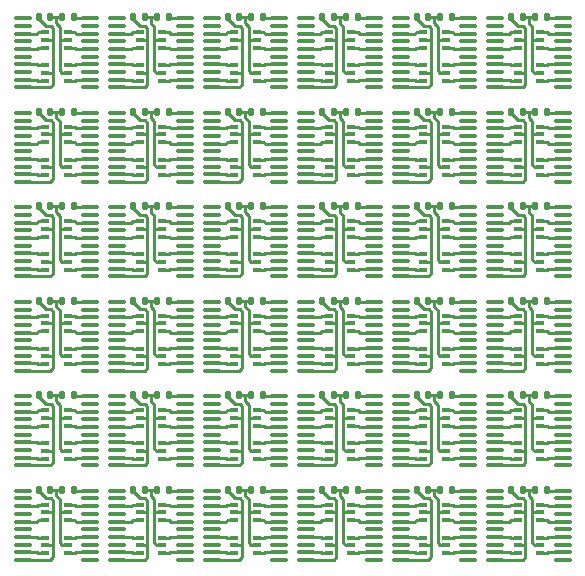
<source format=gbr>
%TF.GenerationSoftware,KiCad,Pcbnew,6.99.0-76368af7*%
%TF.CreationDate,2022-01-10T14:24:58+01:00*%
%TF.ProjectId,hc245t_bypass_esd-panel,68633234-3574-45f6-9279-706173735f65,rev?*%
%TF.SameCoordinates,Original*%
%TF.FileFunction,Copper,L1,Top*%
%TF.FilePolarity,Positive*%
%FSLAX46Y46*%
G04 Gerber Fmt 4.6, Leading zero omitted, Abs format (unit mm)*
G04 Created by KiCad (PCBNEW 6.99.0-76368af7) date 2022-01-10 14:24:58*
%MOMM*%
%LPD*%
G01*
G04 APERTURE LIST*
G04 Aperture macros list*
%AMRoundRect*
0 Rectangle with rounded corners*
0 $1 Rounding radius*
0 $2 $3 $4 $5 $6 $7 $8 $9 X,Y pos of 4 corners*
0 Add a 4 corners polygon primitive as box body*
4,1,4,$2,$3,$4,$5,$6,$7,$8,$9,$2,$3,0*
0 Add four circle primitives for the rounded corners*
1,1,$1+$1,$2,$3*
1,1,$1+$1,$4,$5*
1,1,$1+$1,$6,$7*
1,1,$1+$1,$8,$9*
0 Add four rect primitives between the rounded corners*
20,1,$1+$1,$2,$3,$4,$5,0*
20,1,$1+$1,$4,$5,$6,$7,0*
20,1,$1+$1,$6,$7,$8,$9,0*
20,1,$1+$1,$8,$9,$2,$3,0*%
G04 Aperture macros list end*
%TA.AperFunction,SMDPad,CuDef*%
%ADD10RoundRect,0.140000X0.140000X0.170000X-0.140000X0.170000X-0.140000X-0.170000X0.140000X-0.170000X0*%
%TD*%
%TA.AperFunction,SMDPad,CuDef*%
%ADD11R,0.650000X0.400000*%
%TD*%
%TA.AperFunction,ComponentPad*%
%ADD12RoundRect,0.100000X-0.637500X-0.100000X0.637500X-0.100000X0.637500X0.100000X-0.637500X0.100000X0*%
%TD*%
%TA.AperFunction,SMDPad,CuDef*%
%ADD13RoundRect,0.135000X-0.135000X-0.185000X0.135000X-0.185000X0.135000X0.185000X-0.135000X0.185000X0*%
%TD*%
%TA.AperFunction,Conductor*%
%ADD14C,0.250000*%
%TD*%
G04 APERTURE END LIST*
D10*
%TO.P,C1,1*%
%TO.N,N/C*%
X159480000Y-127000000D03*
%TO.P,C1,2*%
X158520000Y-127000000D03*
%TD*%
%TO.P,C1,1*%
%TO.N,N/C*%
X127480000Y-111000000D03*
%TO.P,C1,2*%
X126520000Y-111000000D03*
%TD*%
D11*
%TO.P,U1,1*%
%TO.N,N/C*%
X159050000Y-88250000D03*
%TO.P,U1,2*%
X159050000Y-88900000D03*
%TO.P,U1,3*%
X159050000Y-89550000D03*
%TO.P,U1,4*%
X160950000Y-89550000D03*
%TO.P,U1,5*%
X160950000Y-88900000D03*
%TO.P,U1,6*%
X160950000Y-88250000D03*
%TD*%
D12*
%TO.P,J1,1,A->B*%
%TO.N,N/C*%
X157137500Y-95075000D03*
%TO.P,J1,2,A0*%
X157137500Y-95725000D03*
%TO.P,J1,3,A1*%
X157137500Y-96375000D03*
%TO.P,J1,4,A2*%
X157137500Y-97025000D03*
%TO.P,J1,5,A3*%
X157137500Y-97675000D03*
%TO.P,J1,6,A4*%
X157137500Y-98325000D03*
%TO.P,J1,7,A5*%
X157137500Y-98975000D03*
%TO.P,J1,8,A6*%
X157137500Y-99625000D03*
%TO.P,J1,9,A7*%
X157137500Y-100275000D03*
%TO.P,J1,10,GND*%
X157137500Y-100925000D03*
%TO.P,J1,11,B7*%
X162862500Y-100925000D03*
%TO.P,J1,12,B6*%
X162862500Y-100275000D03*
%TO.P,J1,13,B5*%
X162862500Y-99625000D03*
%TO.P,J1,14,B4*%
X162862500Y-98975000D03*
%TO.P,J1,15,B3*%
X162862500Y-98325000D03*
%TO.P,J1,16,B2*%
X162862500Y-97675000D03*
%TO.P,J1,17,B1*%
X162862500Y-97025000D03*
%TO.P,J1,18,B0*%
X162862500Y-96375000D03*
%TO.P,J1,19,CE*%
X162862500Y-95725000D03*
%TO.P,J1,20,VCC*%
X162862500Y-95075000D03*
%TD*%
D11*
%TO.P,U2,1*%
%TO.N,N/C*%
X119050000Y-91050000D03*
%TO.P,U2,2*%
X119050000Y-91700000D03*
%TO.P,U2,3*%
X119050000Y-92350000D03*
%TO.P,U2,4*%
X120950000Y-92350000D03*
%TO.P,U2,5*%
X120950000Y-91700000D03*
%TO.P,U2,6*%
X120950000Y-91050000D03*
%TD*%
D13*
%TO.P,R1,1*%
%TO.N,N/C*%
X152490000Y-127000000D03*
%TO.P,R1,2*%
X153510000Y-127000000D03*
%TD*%
D11*
%TO.P,U2,1*%
%TO.N,N/C*%
X119050000Y-99050000D03*
%TO.P,U2,2*%
X119050000Y-99700000D03*
%TO.P,U2,3*%
X119050000Y-100350000D03*
%TO.P,U2,4*%
X120950000Y-100350000D03*
%TO.P,U2,5*%
X120950000Y-99700000D03*
%TO.P,U2,6*%
X120950000Y-99050000D03*
%TD*%
%TO.P,U1,1*%
%TO.N,N/C*%
X119050000Y-96250000D03*
%TO.P,U1,2*%
X119050000Y-96900000D03*
%TO.P,U1,3*%
X119050000Y-97550000D03*
%TO.P,U1,4*%
X120950000Y-97550000D03*
%TO.P,U1,5*%
X120950000Y-96900000D03*
%TO.P,U1,6*%
X120950000Y-96250000D03*
%TD*%
D13*
%TO.P,R1,1*%
%TO.N,N/C*%
X144490000Y-103000000D03*
%TO.P,R1,2*%
X145510000Y-103000000D03*
%TD*%
D11*
%TO.P,U1,1*%
%TO.N,N/C*%
X151050000Y-88250000D03*
%TO.P,U1,2*%
X151050000Y-88900000D03*
%TO.P,U1,3*%
X151050000Y-89550000D03*
%TO.P,U1,4*%
X152950000Y-89550000D03*
%TO.P,U1,5*%
X152950000Y-88900000D03*
%TO.P,U1,6*%
X152950000Y-88250000D03*
%TD*%
D12*
%TO.P,J1,1,A->B*%
%TO.N,N/C*%
X133137500Y-103075000D03*
%TO.P,J1,2,A0*%
X133137500Y-103725000D03*
%TO.P,J1,3,A1*%
X133137500Y-104375000D03*
%TO.P,J1,4,A2*%
X133137500Y-105025000D03*
%TO.P,J1,5,A3*%
X133137500Y-105675000D03*
%TO.P,J1,6,A4*%
X133137500Y-106325000D03*
%TO.P,J1,7,A5*%
X133137500Y-106975000D03*
%TO.P,J1,8,A6*%
X133137500Y-107625000D03*
%TO.P,J1,9,A7*%
X133137500Y-108275000D03*
%TO.P,J1,10,GND*%
X133137500Y-108925000D03*
%TO.P,J1,11,B7*%
X138862500Y-108925000D03*
%TO.P,J1,12,B6*%
X138862500Y-108275000D03*
%TO.P,J1,13,B5*%
X138862500Y-107625000D03*
%TO.P,J1,14,B4*%
X138862500Y-106975000D03*
%TO.P,J1,15,B3*%
X138862500Y-106325000D03*
%TO.P,J1,16,B2*%
X138862500Y-105675000D03*
%TO.P,J1,17,B1*%
X138862500Y-105025000D03*
%TO.P,J1,18,B0*%
X138862500Y-104375000D03*
%TO.P,J1,19,CE*%
X138862500Y-103725000D03*
%TO.P,J1,20,VCC*%
X138862500Y-103075000D03*
%TD*%
D11*
%TO.P,U1,1*%
%TO.N,N/C*%
X127050000Y-88250000D03*
%TO.P,U1,2*%
X127050000Y-88900000D03*
%TO.P,U1,3*%
X127050000Y-89550000D03*
%TO.P,U1,4*%
X128950000Y-89550000D03*
%TO.P,U1,5*%
X128950000Y-88900000D03*
%TO.P,U1,6*%
X128950000Y-88250000D03*
%TD*%
D13*
%TO.P,R1,1*%
%TO.N,N/C*%
X144490000Y-95000000D03*
%TO.P,R1,2*%
X145510000Y-95000000D03*
%TD*%
D10*
%TO.P,C1,1*%
%TO.N,N/C*%
X159480000Y-87000000D03*
%TO.P,C1,2*%
X158520000Y-87000000D03*
%TD*%
D11*
%TO.P,U2,1*%
%TO.N,N/C*%
X119050000Y-107050000D03*
%TO.P,U2,2*%
X119050000Y-107700000D03*
%TO.P,U2,3*%
X119050000Y-108350000D03*
%TO.P,U2,4*%
X120950000Y-108350000D03*
%TO.P,U2,5*%
X120950000Y-107700000D03*
%TO.P,U2,6*%
X120950000Y-107050000D03*
%TD*%
%TO.P,U2,1*%
%TO.N,N/C*%
X127050000Y-91050000D03*
%TO.P,U2,2*%
X127050000Y-91700000D03*
%TO.P,U2,3*%
X127050000Y-92350000D03*
%TO.P,U2,4*%
X128950000Y-92350000D03*
%TO.P,U2,5*%
X128950000Y-91700000D03*
%TO.P,U2,6*%
X128950000Y-91050000D03*
%TD*%
D12*
%TO.P,J1,1,A->B*%
%TO.N,N/C*%
X125137500Y-119075000D03*
%TO.P,J1,2,A0*%
X125137500Y-119725000D03*
%TO.P,J1,3,A1*%
X125137500Y-120375000D03*
%TO.P,J1,4,A2*%
X125137500Y-121025000D03*
%TO.P,J1,5,A3*%
X125137500Y-121675000D03*
%TO.P,J1,6,A4*%
X125137500Y-122325000D03*
%TO.P,J1,7,A5*%
X125137500Y-122975000D03*
%TO.P,J1,8,A6*%
X125137500Y-123625000D03*
%TO.P,J1,9,A7*%
X125137500Y-124275000D03*
%TO.P,J1,10,GND*%
X125137500Y-124925000D03*
%TO.P,J1,11,B7*%
X130862500Y-124925000D03*
%TO.P,J1,12,B6*%
X130862500Y-124275000D03*
%TO.P,J1,13,B5*%
X130862500Y-123625000D03*
%TO.P,J1,14,B4*%
X130862500Y-122975000D03*
%TO.P,J1,15,B3*%
X130862500Y-122325000D03*
%TO.P,J1,16,B2*%
X130862500Y-121675000D03*
%TO.P,J1,17,B1*%
X130862500Y-121025000D03*
%TO.P,J1,18,B0*%
X130862500Y-120375000D03*
%TO.P,J1,19,CE*%
X130862500Y-119725000D03*
%TO.P,J1,20,VCC*%
X130862500Y-119075000D03*
%TD*%
D13*
%TO.P,R1,1*%
%TO.N,N/C*%
X160490000Y-111000000D03*
%TO.P,R1,2*%
X161510000Y-111000000D03*
%TD*%
D10*
%TO.P,C1,1*%
%TO.N,N/C*%
X135480000Y-87000000D03*
%TO.P,C1,2*%
X134520000Y-87000000D03*
%TD*%
D12*
%TO.P,J1,1,A->B*%
%TO.N,N/C*%
X141137500Y-127075000D03*
%TO.P,J1,2,A0*%
X141137500Y-127725000D03*
%TO.P,J1,3,A1*%
X141137500Y-128375000D03*
%TO.P,J1,4,A2*%
X141137500Y-129025000D03*
%TO.P,J1,5,A3*%
X141137500Y-129675000D03*
%TO.P,J1,6,A4*%
X141137500Y-130325000D03*
%TO.P,J1,7,A5*%
X141137500Y-130975000D03*
%TO.P,J1,8,A6*%
X141137500Y-131625000D03*
%TO.P,J1,9,A7*%
X141137500Y-132275000D03*
%TO.P,J1,10,GND*%
X141137500Y-132925000D03*
%TO.P,J1,11,B7*%
X146862500Y-132925000D03*
%TO.P,J1,12,B6*%
X146862500Y-132275000D03*
%TO.P,J1,13,B5*%
X146862500Y-131625000D03*
%TO.P,J1,14,B4*%
X146862500Y-130975000D03*
%TO.P,J1,15,B3*%
X146862500Y-130325000D03*
%TO.P,J1,16,B2*%
X146862500Y-129675000D03*
%TO.P,J1,17,B1*%
X146862500Y-129025000D03*
%TO.P,J1,18,B0*%
X146862500Y-128375000D03*
%TO.P,J1,19,CE*%
X146862500Y-127725000D03*
%TO.P,J1,20,VCC*%
X146862500Y-127075000D03*
%TD*%
D13*
%TO.P,R1,1*%
%TO.N,N/C*%
X128490000Y-103000000D03*
%TO.P,R1,2*%
X129510000Y-103000000D03*
%TD*%
D11*
%TO.P,U1,1*%
%TO.N,N/C*%
X151050000Y-128250000D03*
%TO.P,U1,2*%
X151050000Y-128900000D03*
%TO.P,U1,3*%
X151050000Y-129550000D03*
%TO.P,U1,4*%
X152950000Y-129550000D03*
%TO.P,U1,5*%
X152950000Y-128900000D03*
%TO.P,U1,6*%
X152950000Y-128250000D03*
%TD*%
%TO.P,U2,1*%
%TO.N,N/C*%
X119050000Y-131050000D03*
%TO.P,U2,2*%
X119050000Y-131700000D03*
%TO.P,U2,3*%
X119050000Y-132350000D03*
%TO.P,U2,4*%
X120950000Y-132350000D03*
%TO.P,U2,5*%
X120950000Y-131700000D03*
%TO.P,U2,6*%
X120950000Y-131050000D03*
%TD*%
D13*
%TO.P,R1,1*%
%TO.N,N/C*%
X160490000Y-119000000D03*
%TO.P,R1,2*%
X161510000Y-119000000D03*
%TD*%
D10*
%TO.P,C1,1*%
%TO.N,N/C*%
X127480000Y-127000000D03*
%TO.P,C1,2*%
X126520000Y-127000000D03*
%TD*%
D12*
%TO.P,J1,1,A->B*%
%TO.N,N/C*%
X157137500Y-127075000D03*
%TO.P,J1,2,A0*%
X157137500Y-127725000D03*
%TO.P,J1,3,A1*%
X157137500Y-128375000D03*
%TO.P,J1,4,A2*%
X157137500Y-129025000D03*
%TO.P,J1,5,A3*%
X157137500Y-129675000D03*
%TO.P,J1,6,A4*%
X157137500Y-130325000D03*
%TO.P,J1,7,A5*%
X157137500Y-130975000D03*
%TO.P,J1,8,A6*%
X157137500Y-131625000D03*
%TO.P,J1,9,A7*%
X157137500Y-132275000D03*
%TO.P,J1,10,GND*%
X157137500Y-132925000D03*
%TO.P,J1,11,B7*%
X162862500Y-132925000D03*
%TO.P,J1,12,B6*%
X162862500Y-132275000D03*
%TO.P,J1,13,B5*%
X162862500Y-131625000D03*
%TO.P,J1,14,B4*%
X162862500Y-130975000D03*
%TO.P,J1,15,B3*%
X162862500Y-130325000D03*
%TO.P,J1,16,B2*%
X162862500Y-129675000D03*
%TO.P,J1,17,B1*%
X162862500Y-129025000D03*
%TO.P,J1,18,B0*%
X162862500Y-128375000D03*
%TO.P,J1,19,CE*%
X162862500Y-127725000D03*
%TO.P,J1,20,VCC*%
X162862500Y-127075000D03*
%TD*%
D11*
%TO.P,U2,1*%
%TO.N,N/C*%
X151050000Y-91050000D03*
%TO.P,U2,2*%
X151050000Y-91700000D03*
%TO.P,U2,3*%
X151050000Y-92350000D03*
%TO.P,U2,4*%
X152950000Y-92350000D03*
%TO.P,U2,5*%
X152950000Y-91700000D03*
%TO.P,U2,6*%
X152950000Y-91050000D03*
%TD*%
D10*
%TO.P,C1,1*%
%TO.N,N/C*%
X143480000Y-103000000D03*
%TO.P,C1,2*%
X142520000Y-103000000D03*
%TD*%
D12*
%TO.P,J1,1,A->B*%
%TO.N,N/C*%
X125137500Y-87075000D03*
%TO.P,J1,2,A0*%
X125137500Y-87725000D03*
%TO.P,J1,3,A1*%
X125137500Y-88375000D03*
%TO.P,J1,4,A2*%
X125137500Y-89025000D03*
%TO.P,J1,5,A3*%
X125137500Y-89675000D03*
%TO.P,J1,6,A4*%
X125137500Y-90325000D03*
%TO.P,J1,7,A5*%
X125137500Y-90975000D03*
%TO.P,J1,8,A6*%
X125137500Y-91625000D03*
%TO.P,J1,9,A7*%
X125137500Y-92275000D03*
%TO.P,J1,10,GND*%
X125137500Y-92925000D03*
%TO.P,J1,11,B7*%
X130862500Y-92925000D03*
%TO.P,J1,12,B6*%
X130862500Y-92275000D03*
%TO.P,J1,13,B5*%
X130862500Y-91625000D03*
%TO.P,J1,14,B4*%
X130862500Y-90975000D03*
%TO.P,J1,15,B3*%
X130862500Y-90325000D03*
%TO.P,J1,16,B2*%
X130862500Y-89675000D03*
%TO.P,J1,17,B1*%
X130862500Y-89025000D03*
%TO.P,J1,18,B0*%
X130862500Y-88375000D03*
%TO.P,J1,19,CE*%
X130862500Y-87725000D03*
%TO.P,J1,20,VCC*%
X130862500Y-87075000D03*
%TD*%
D10*
%TO.P,C1,1*%
%TO.N,N/C*%
X135480000Y-103000000D03*
%TO.P,C1,2*%
X134520000Y-103000000D03*
%TD*%
D12*
%TO.P,J1,1,A->B*%
%TO.N,N/C*%
X133137500Y-87075000D03*
%TO.P,J1,2,A0*%
X133137500Y-87725000D03*
%TO.P,J1,3,A1*%
X133137500Y-88375000D03*
%TO.P,J1,4,A2*%
X133137500Y-89025000D03*
%TO.P,J1,5,A3*%
X133137500Y-89675000D03*
%TO.P,J1,6,A4*%
X133137500Y-90325000D03*
%TO.P,J1,7,A5*%
X133137500Y-90975000D03*
%TO.P,J1,8,A6*%
X133137500Y-91625000D03*
%TO.P,J1,9,A7*%
X133137500Y-92275000D03*
%TO.P,J1,10,GND*%
X133137500Y-92925000D03*
%TO.P,J1,11,B7*%
X138862500Y-92925000D03*
%TO.P,J1,12,B6*%
X138862500Y-92275000D03*
%TO.P,J1,13,B5*%
X138862500Y-91625000D03*
%TO.P,J1,14,B4*%
X138862500Y-90975000D03*
%TO.P,J1,15,B3*%
X138862500Y-90325000D03*
%TO.P,J1,16,B2*%
X138862500Y-89675000D03*
%TO.P,J1,17,B1*%
X138862500Y-89025000D03*
%TO.P,J1,18,B0*%
X138862500Y-88375000D03*
%TO.P,J1,19,CE*%
X138862500Y-87725000D03*
%TO.P,J1,20,VCC*%
X138862500Y-87075000D03*
%TD*%
D11*
%TO.P,U1,1*%
%TO.N,N/C*%
X143050000Y-120250000D03*
%TO.P,U1,2*%
X143050000Y-120900000D03*
%TO.P,U1,3*%
X143050000Y-121550000D03*
%TO.P,U1,4*%
X144950000Y-121550000D03*
%TO.P,U1,5*%
X144950000Y-120900000D03*
%TO.P,U1,6*%
X144950000Y-120250000D03*
%TD*%
D10*
%TO.P,C1,1*%
%TO.N,N/C*%
X151480000Y-87000000D03*
%TO.P,C1,2*%
X150520000Y-87000000D03*
%TD*%
%TO.P,C1,1*%
%TO.N,N/C*%
X143480000Y-95000000D03*
%TO.P,C1,2*%
X142520000Y-95000000D03*
%TD*%
D13*
%TO.P,R1,1*%
%TO.N,N/C*%
X152490000Y-119000000D03*
%TO.P,R1,2*%
X153510000Y-119000000D03*
%TD*%
D10*
%TO.P,C1,1*%
%TO.N,N/C*%
X127480000Y-119000000D03*
%TO.P,C1,2*%
X126520000Y-119000000D03*
%TD*%
D11*
%TO.P,U2,1*%
%TO.N,N/C*%
X135050000Y-123050000D03*
%TO.P,U2,2*%
X135050000Y-123700000D03*
%TO.P,U2,3*%
X135050000Y-124350000D03*
%TO.P,U2,4*%
X136950000Y-124350000D03*
%TO.P,U2,5*%
X136950000Y-123700000D03*
%TO.P,U2,6*%
X136950000Y-123050000D03*
%TD*%
D10*
%TO.P,C1,1*%
%TO.N,N/C*%
X159480000Y-103000000D03*
%TO.P,C1,2*%
X158520000Y-103000000D03*
%TD*%
D13*
%TO.P,R1,1*%
%TO.N,N/C*%
X160490000Y-127000000D03*
%TO.P,R1,2*%
X161510000Y-127000000D03*
%TD*%
D10*
%TO.P,C1,1*%
%TO.N,N/C*%
X159480000Y-119000000D03*
%TO.P,C1,2*%
X158520000Y-119000000D03*
%TD*%
%TO.P,C1,1*%
%TO.N,N/C*%
X127480000Y-103000000D03*
%TO.P,C1,2*%
X126520000Y-103000000D03*
%TD*%
D12*
%TO.P,J1,1,A->B*%
%TO.N,N/C*%
X117137500Y-111075000D03*
%TO.P,J1,2,A0*%
X117137500Y-111725000D03*
%TO.P,J1,3,A1*%
X117137500Y-112375000D03*
%TO.P,J1,4,A2*%
X117137500Y-113025000D03*
%TO.P,J1,5,A3*%
X117137500Y-113675000D03*
%TO.P,J1,6,A4*%
X117137500Y-114325000D03*
%TO.P,J1,7,A5*%
X117137500Y-114975000D03*
%TO.P,J1,8,A6*%
X117137500Y-115625000D03*
%TO.P,J1,9,A7*%
X117137500Y-116275000D03*
%TO.P,J1,10,GND*%
X117137500Y-116925000D03*
%TO.P,J1,11,B7*%
X122862500Y-116925000D03*
%TO.P,J1,12,B6*%
X122862500Y-116275000D03*
%TO.P,J1,13,B5*%
X122862500Y-115625000D03*
%TO.P,J1,14,B4*%
X122862500Y-114975000D03*
%TO.P,J1,15,B3*%
X122862500Y-114325000D03*
%TO.P,J1,16,B2*%
X122862500Y-113675000D03*
%TO.P,J1,17,B1*%
X122862500Y-113025000D03*
%TO.P,J1,18,B0*%
X122862500Y-112375000D03*
%TO.P,J1,19,CE*%
X122862500Y-111725000D03*
%TO.P,J1,20,VCC*%
X122862500Y-111075000D03*
%TD*%
%TO.P,J1,1,A->B*%
%TO.N,N/C*%
X141137500Y-119075000D03*
%TO.P,J1,2,A0*%
X141137500Y-119725000D03*
%TO.P,J1,3,A1*%
X141137500Y-120375000D03*
%TO.P,J1,4,A2*%
X141137500Y-121025000D03*
%TO.P,J1,5,A3*%
X141137500Y-121675000D03*
%TO.P,J1,6,A4*%
X141137500Y-122325000D03*
%TO.P,J1,7,A5*%
X141137500Y-122975000D03*
%TO.P,J1,8,A6*%
X141137500Y-123625000D03*
%TO.P,J1,9,A7*%
X141137500Y-124275000D03*
%TO.P,J1,10,GND*%
X141137500Y-124925000D03*
%TO.P,J1,11,B7*%
X146862500Y-124925000D03*
%TO.P,J1,12,B6*%
X146862500Y-124275000D03*
%TO.P,J1,13,B5*%
X146862500Y-123625000D03*
%TO.P,J1,14,B4*%
X146862500Y-122975000D03*
%TO.P,J1,15,B3*%
X146862500Y-122325000D03*
%TO.P,J1,16,B2*%
X146862500Y-121675000D03*
%TO.P,J1,17,B1*%
X146862500Y-121025000D03*
%TO.P,J1,18,B0*%
X146862500Y-120375000D03*
%TO.P,J1,19,CE*%
X146862500Y-119725000D03*
%TO.P,J1,20,VCC*%
X146862500Y-119075000D03*
%TD*%
D11*
%TO.P,U1,1*%
%TO.N,N/C*%
X143050000Y-112250000D03*
%TO.P,U1,2*%
X143050000Y-112900000D03*
%TO.P,U1,3*%
X143050000Y-113550000D03*
%TO.P,U1,4*%
X144950000Y-113550000D03*
%TO.P,U1,5*%
X144950000Y-112900000D03*
%TO.P,U1,6*%
X144950000Y-112250000D03*
%TD*%
%TO.P,U1,1*%
%TO.N,N/C*%
X159050000Y-120250000D03*
%TO.P,U1,2*%
X159050000Y-120900000D03*
%TO.P,U1,3*%
X159050000Y-121550000D03*
%TO.P,U1,4*%
X160950000Y-121550000D03*
%TO.P,U1,5*%
X160950000Y-120900000D03*
%TO.P,U1,6*%
X160950000Y-120250000D03*
%TD*%
%TO.P,U2,1*%
%TO.N,N/C*%
X143050000Y-99050000D03*
%TO.P,U2,2*%
X143050000Y-99700000D03*
%TO.P,U2,3*%
X143050000Y-100350000D03*
%TO.P,U2,4*%
X144950000Y-100350000D03*
%TO.P,U2,5*%
X144950000Y-99700000D03*
%TO.P,U2,6*%
X144950000Y-99050000D03*
%TD*%
%TO.P,U1,1*%
%TO.N,N/C*%
X119050000Y-120250000D03*
%TO.P,U1,2*%
X119050000Y-120900000D03*
%TO.P,U1,3*%
X119050000Y-121550000D03*
%TO.P,U1,4*%
X120950000Y-121550000D03*
%TO.P,U1,5*%
X120950000Y-120900000D03*
%TO.P,U1,6*%
X120950000Y-120250000D03*
%TD*%
%TO.P,U1,1*%
%TO.N,N/C*%
X119050000Y-88250000D03*
%TO.P,U1,2*%
X119050000Y-88900000D03*
%TO.P,U1,3*%
X119050000Y-89550000D03*
%TO.P,U1,4*%
X120950000Y-89550000D03*
%TO.P,U1,5*%
X120950000Y-88900000D03*
%TO.P,U1,6*%
X120950000Y-88250000D03*
%TD*%
%TO.P,U2,1*%
%TO.N,N/C*%
X159050000Y-115050000D03*
%TO.P,U2,2*%
X159050000Y-115700000D03*
%TO.P,U2,3*%
X159050000Y-116350000D03*
%TO.P,U2,4*%
X160950000Y-116350000D03*
%TO.P,U2,5*%
X160950000Y-115700000D03*
%TO.P,U2,6*%
X160950000Y-115050000D03*
%TD*%
%TO.P,U1,1*%
%TO.N,N/C*%
X135050000Y-88250000D03*
%TO.P,U1,2*%
X135050000Y-88900000D03*
%TO.P,U1,3*%
X135050000Y-89550000D03*
%TO.P,U1,4*%
X136950000Y-89550000D03*
%TO.P,U1,5*%
X136950000Y-88900000D03*
%TO.P,U1,6*%
X136950000Y-88250000D03*
%TD*%
D13*
%TO.P,R1,1*%
%TO.N,N/C*%
X136490000Y-127000000D03*
%TO.P,R1,2*%
X137510000Y-127000000D03*
%TD*%
%TO.P,R1,1*%
%TO.N,N/C*%
X152490000Y-111000000D03*
%TO.P,R1,2*%
X153510000Y-111000000D03*
%TD*%
D11*
%TO.P,U1,1*%
%TO.N,N/C*%
X119050000Y-104250000D03*
%TO.P,U1,2*%
X119050000Y-104900000D03*
%TO.P,U1,3*%
X119050000Y-105550000D03*
%TO.P,U1,4*%
X120950000Y-105550000D03*
%TO.P,U1,5*%
X120950000Y-104900000D03*
%TO.P,U1,6*%
X120950000Y-104250000D03*
%TD*%
%TO.P,U1,1*%
%TO.N,N/C*%
X159050000Y-96250000D03*
%TO.P,U1,2*%
X159050000Y-96900000D03*
%TO.P,U1,3*%
X159050000Y-97550000D03*
%TO.P,U1,4*%
X160950000Y-97550000D03*
%TO.P,U1,5*%
X160950000Y-96900000D03*
%TO.P,U1,6*%
X160950000Y-96250000D03*
%TD*%
D10*
%TO.P,C1,1*%
%TO.N,N/C*%
X151480000Y-127000000D03*
%TO.P,C1,2*%
X150520000Y-127000000D03*
%TD*%
D11*
%TO.P,U1,1*%
%TO.N,N/C*%
X143050000Y-128250000D03*
%TO.P,U1,2*%
X143050000Y-128900000D03*
%TO.P,U1,3*%
X143050000Y-129550000D03*
%TO.P,U1,4*%
X144950000Y-129550000D03*
%TO.P,U1,5*%
X144950000Y-128900000D03*
%TO.P,U1,6*%
X144950000Y-128250000D03*
%TD*%
D12*
%TO.P,J1,1,A->B*%
%TO.N,N/C*%
X117137500Y-87075000D03*
%TO.P,J1,2,A0*%
X117137500Y-87725000D03*
%TO.P,J1,3,A1*%
X117137500Y-88375000D03*
%TO.P,J1,4,A2*%
X117137500Y-89025000D03*
%TO.P,J1,5,A3*%
X117137500Y-89675000D03*
%TO.P,J1,6,A4*%
X117137500Y-90325000D03*
%TO.P,J1,7,A5*%
X117137500Y-90975000D03*
%TO.P,J1,8,A6*%
X117137500Y-91625000D03*
%TO.P,J1,9,A7*%
X117137500Y-92275000D03*
%TO.P,J1,10,GND*%
X117137500Y-92925000D03*
%TO.P,J1,11,B7*%
X122862500Y-92925000D03*
%TO.P,J1,12,B6*%
X122862500Y-92275000D03*
%TO.P,J1,13,B5*%
X122862500Y-91625000D03*
%TO.P,J1,14,B4*%
X122862500Y-90975000D03*
%TO.P,J1,15,B3*%
X122862500Y-90325000D03*
%TO.P,J1,16,B2*%
X122862500Y-89675000D03*
%TO.P,J1,17,B1*%
X122862500Y-89025000D03*
%TO.P,J1,18,B0*%
X122862500Y-88375000D03*
%TO.P,J1,19,CE*%
X122862500Y-87725000D03*
%TO.P,J1,20,VCC*%
X122862500Y-87075000D03*
%TD*%
%TO.P,J1,1,A->B*%
%TO.N,N/C*%
X141137500Y-111075000D03*
%TO.P,J1,2,A0*%
X141137500Y-111725000D03*
%TO.P,J1,3,A1*%
X141137500Y-112375000D03*
%TO.P,J1,4,A2*%
X141137500Y-113025000D03*
%TO.P,J1,5,A3*%
X141137500Y-113675000D03*
%TO.P,J1,6,A4*%
X141137500Y-114325000D03*
%TO.P,J1,7,A5*%
X141137500Y-114975000D03*
%TO.P,J1,8,A6*%
X141137500Y-115625000D03*
%TO.P,J1,9,A7*%
X141137500Y-116275000D03*
%TO.P,J1,10,GND*%
X141137500Y-116925000D03*
%TO.P,J1,11,B7*%
X146862500Y-116925000D03*
%TO.P,J1,12,B6*%
X146862500Y-116275000D03*
%TO.P,J1,13,B5*%
X146862500Y-115625000D03*
%TO.P,J1,14,B4*%
X146862500Y-114975000D03*
%TO.P,J1,15,B3*%
X146862500Y-114325000D03*
%TO.P,J1,16,B2*%
X146862500Y-113675000D03*
%TO.P,J1,17,B1*%
X146862500Y-113025000D03*
%TO.P,J1,18,B0*%
X146862500Y-112375000D03*
%TO.P,J1,19,CE*%
X146862500Y-111725000D03*
%TO.P,J1,20,VCC*%
X146862500Y-111075000D03*
%TD*%
D11*
%TO.P,U2,1*%
%TO.N,N/C*%
X151050000Y-107050000D03*
%TO.P,U2,2*%
X151050000Y-107700000D03*
%TO.P,U2,3*%
X151050000Y-108350000D03*
%TO.P,U2,4*%
X152950000Y-108350000D03*
%TO.P,U2,5*%
X152950000Y-107700000D03*
%TO.P,U2,6*%
X152950000Y-107050000D03*
%TD*%
D10*
%TO.P,C1,1*%
%TO.N,N/C*%
X127480000Y-95000000D03*
%TO.P,C1,2*%
X126520000Y-95000000D03*
%TD*%
%TO.P,C1,1*%
%TO.N,N/C*%
X159480000Y-111000000D03*
%TO.P,C1,2*%
X158520000Y-111000000D03*
%TD*%
%TO.P,C1,1*%
%TO.N,N/C*%
X119480000Y-87000000D03*
%TO.P,C1,2*%
X118520000Y-87000000D03*
%TD*%
D12*
%TO.P,J1,1,A->B*%
%TO.N,N/C*%
X117137500Y-103075000D03*
%TO.P,J1,2,A0*%
X117137500Y-103725000D03*
%TO.P,J1,3,A1*%
X117137500Y-104375000D03*
%TO.P,J1,4,A2*%
X117137500Y-105025000D03*
%TO.P,J1,5,A3*%
X117137500Y-105675000D03*
%TO.P,J1,6,A4*%
X117137500Y-106325000D03*
%TO.P,J1,7,A5*%
X117137500Y-106975000D03*
%TO.P,J1,8,A6*%
X117137500Y-107625000D03*
%TO.P,J1,9,A7*%
X117137500Y-108275000D03*
%TO.P,J1,10,GND*%
X117137500Y-108925000D03*
%TO.P,J1,11,B7*%
X122862500Y-108925000D03*
%TO.P,J1,12,B6*%
X122862500Y-108275000D03*
%TO.P,J1,13,B5*%
X122862500Y-107625000D03*
%TO.P,J1,14,B4*%
X122862500Y-106975000D03*
%TO.P,J1,15,B3*%
X122862500Y-106325000D03*
%TO.P,J1,16,B2*%
X122862500Y-105675000D03*
%TO.P,J1,17,B1*%
X122862500Y-105025000D03*
%TO.P,J1,18,B0*%
X122862500Y-104375000D03*
%TO.P,J1,19,CE*%
X122862500Y-103725000D03*
%TO.P,J1,20,VCC*%
X122862500Y-103075000D03*
%TD*%
D11*
%TO.P,U2,1*%
%TO.N,N/C*%
X143050000Y-107050000D03*
%TO.P,U2,2*%
X143050000Y-107700000D03*
%TO.P,U2,3*%
X143050000Y-108350000D03*
%TO.P,U2,4*%
X144950000Y-108350000D03*
%TO.P,U2,5*%
X144950000Y-107700000D03*
%TO.P,U2,6*%
X144950000Y-107050000D03*
%TD*%
%TO.P,U1,1*%
%TO.N,N/C*%
X127050000Y-96250000D03*
%TO.P,U1,2*%
X127050000Y-96900000D03*
%TO.P,U1,3*%
X127050000Y-97550000D03*
%TO.P,U1,4*%
X128950000Y-97550000D03*
%TO.P,U1,5*%
X128950000Y-96900000D03*
%TO.P,U1,6*%
X128950000Y-96250000D03*
%TD*%
D12*
%TO.P,J1,1,A->B*%
%TO.N,N/C*%
X149137500Y-95075000D03*
%TO.P,J1,2,A0*%
X149137500Y-95725000D03*
%TO.P,J1,3,A1*%
X149137500Y-96375000D03*
%TO.P,J1,4,A2*%
X149137500Y-97025000D03*
%TO.P,J1,5,A3*%
X149137500Y-97675000D03*
%TO.P,J1,6,A4*%
X149137500Y-98325000D03*
%TO.P,J1,7,A5*%
X149137500Y-98975000D03*
%TO.P,J1,8,A6*%
X149137500Y-99625000D03*
%TO.P,J1,9,A7*%
X149137500Y-100275000D03*
%TO.P,J1,10,GND*%
X149137500Y-100925000D03*
%TO.P,J1,11,B7*%
X154862500Y-100925000D03*
%TO.P,J1,12,B6*%
X154862500Y-100275000D03*
%TO.P,J1,13,B5*%
X154862500Y-99625000D03*
%TO.P,J1,14,B4*%
X154862500Y-98975000D03*
%TO.P,J1,15,B3*%
X154862500Y-98325000D03*
%TO.P,J1,16,B2*%
X154862500Y-97675000D03*
%TO.P,J1,17,B1*%
X154862500Y-97025000D03*
%TO.P,J1,18,B0*%
X154862500Y-96375000D03*
%TO.P,J1,19,CE*%
X154862500Y-95725000D03*
%TO.P,J1,20,VCC*%
X154862500Y-95075000D03*
%TD*%
%TO.P,J1,1,A->B*%
%TO.N,N/C*%
X141137500Y-103075000D03*
%TO.P,J1,2,A0*%
X141137500Y-103725000D03*
%TO.P,J1,3,A1*%
X141137500Y-104375000D03*
%TO.P,J1,4,A2*%
X141137500Y-105025000D03*
%TO.P,J1,5,A3*%
X141137500Y-105675000D03*
%TO.P,J1,6,A4*%
X141137500Y-106325000D03*
%TO.P,J1,7,A5*%
X141137500Y-106975000D03*
%TO.P,J1,8,A6*%
X141137500Y-107625000D03*
%TO.P,J1,9,A7*%
X141137500Y-108275000D03*
%TO.P,J1,10,GND*%
X141137500Y-108925000D03*
%TO.P,J1,11,B7*%
X146862500Y-108925000D03*
%TO.P,J1,12,B6*%
X146862500Y-108275000D03*
%TO.P,J1,13,B5*%
X146862500Y-107625000D03*
%TO.P,J1,14,B4*%
X146862500Y-106975000D03*
%TO.P,J1,15,B3*%
X146862500Y-106325000D03*
%TO.P,J1,16,B2*%
X146862500Y-105675000D03*
%TO.P,J1,17,B1*%
X146862500Y-105025000D03*
%TO.P,J1,18,B0*%
X146862500Y-104375000D03*
%TO.P,J1,19,CE*%
X146862500Y-103725000D03*
%TO.P,J1,20,VCC*%
X146862500Y-103075000D03*
%TD*%
D11*
%TO.P,U2,1*%
%TO.N,N/C*%
X127050000Y-123050000D03*
%TO.P,U2,2*%
X127050000Y-123700000D03*
%TO.P,U2,3*%
X127050000Y-124350000D03*
%TO.P,U2,4*%
X128950000Y-124350000D03*
%TO.P,U2,5*%
X128950000Y-123700000D03*
%TO.P,U2,6*%
X128950000Y-123050000D03*
%TD*%
D13*
%TO.P,R1,1*%
%TO.N,N/C*%
X128490000Y-119000000D03*
%TO.P,R1,2*%
X129510000Y-119000000D03*
%TD*%
%TO.P,R1,1*%
%TO.N,N/C*%
X136490000Y-95000000D03*
%TO.P,R1,2*%
X137510000Y-95000000D03*
%TD*%
%TO.P,R1,1*%
%TO.N,N/C*%
X128490000Y-87000000D03*
%TO.P,R1,2*%
X129510000Y-87000000D03*
%TD*%
D11*
%TO.P,U1,1*%
%TO.N,N/C*%
X135050000Y-120250000D03*
%TO.P,U1,2*%
X135050000Y-120900000D03*
%TO.P,U1,3*%
X135050000Y-121550000D03*
%TO.P,U1,4*%
X136950000Y-121550000D03*
%TO.P,U1,5*%
X136950000Y-120900000D03*
%TO.P,U1,6*%
X136950000Y-120250000D03*
%TD*%
D12*
%TO.P,J1,1,A->B*%
%TO.N,N/C*%
X157137500Y-111075000D03*
%TO.P,J1,2,A0*%
X157137500Y-111725000D03*
%TO.P,J1,3,A1*%
X157137500Y-112375000D03*
%TO.P,J1,4,A2*%
X157137500Y-113025000D03*
%TO.P,J1,5,A3*%
X157137500Y-113675000D03*
%TO.P,J1,6,A4*%
X157137500Y-114325000D03*
%TO.P,J1,7,A5*%
X157137500Y-114975000D03*
%TO.P,J1,8,A6*%
X157137500Y-115625000D03*
%TO.P,J1,9,A7*%
X157137500Y-116275000D03*
%TO.P,J1,10,GND*%
X157137500Y-116925000D03*
%TO.P,J1,11,B7*%
X162862500Y-116925000D03*
%TO.P,J1,12,B6*%
X162862500Y-116275000D03*
%TO.P,J1,13,B5*%
X162862500Y-115625000D03*
%TO.P,J1,14,B4*%
X162862500Y-114975000D03*
%TO.P,J1,15,B3*%
X162862500Y-114325000D03*
%TO.P,J1,16,B2*%
X162862500Y-113675000D03*
%TO.P,J1,17,B1*%
X162862500Y-113025000D03*
%TO.P,J1,18,B0*%
X162862500Y-112375000D03*
%TO.P,J1,19,CE*%
X162862500Y-111725000D03*
%TO.P,J1,20,VCC*%
X162862500Y-111075000D03*
%TD*%
D13*
%TO.P,R1,1*%
%TO.N,N/C*%
X152490000Y-95000000D03*
%TO.P,R1,2*%
X153510000Y-95000000D03*
%TD*%
%TO.P,R1,1*%
%TO.N,N/C*%
X120490000Y-127000000D03*
%TO.P,R1,2*%
X121510000Y-127000000D03*
%TD*%
D12*
%TO.P,J1,1,A->B*%
%TO.N,N/C*%
X125137500Y-95075000D03*
%TO.P,J1,2,A0*%
X125137500Y-95725000D03*
%TO.P,J1,3,A1*%
X125137500Y-96375000D03*
%TO.P,J1,4,A2*%
X125137500Y-97025000D03*
%TO.P,J1,5,A3*%
X125137500Y-97675000D03*
%TO.P,J1,6,A4*%
X125137500Y-98325000D03*
%TO.P,J1,7,A5*%
X125137500Y-98975000D03*
%TO.P,J1,8,A6*%
X125137500Y-99625000D03*
%TO.P,J1,9,A7*%
X125137500Y-100275000D03*
%TO.P,J1,10,GND*%
X125137500Y-100925000D03*
%TO.P,J1,11,B7*%
X130862500Y-100925000D03*
%TO.P,J1,12,B6*%
X130862500Y-100275000D03*
%TO.P,J1,13,B5*%
X130862500Y-99625000D03*
%TO.P,J1,14,B4*%
X130862500Y-98975000D03*
%TO.P,J1,15,B3*%
X130862500Y-98325000D03*
%TO.P,J1,16,B2*%
X130862500Y-97675000D03*
%TO.P,J1,17,B1*%
X130862500Y-97025000D03*
%TO.P,J1,18,B0*%
X130862500Y-96375000D03*
%TO.P,J1,19,CE*%
X130862500Y-95725000D03*
%TO.P,J1,20,VCC*%
X130862500Y-95075000D03*
%TD*%
D11*
%TO.P,U1,1*%
%TO.N,N/C*%
X127050000Y-120250000D03*
%TO.P,U1,2*%
X127050000Y-120900000D03*
%TO.P,U1,3*%
X127050000Y-121550000D03*
%TO.P,U1,4*%
X128950000Y-121550000D03*
%TO.P,U1,5*%
X128950000Y-120900000D03*
%TO.P,U1,6*%
X128950000Y-120250000D03*
%TD*%
D12*
%TO.P,J1,1,A->B*%
%TO.N,N/C*%
X157137500Y-87075000D03*
%TO.P,J1,2,A0*%
X157137500Y-87725000D03*
%TO.P,J1,3,A1*%
X157137500Y-88375000D03*
%TO.P,J1,4,A2*%
X157137500Y-89025000D03*
%TO.P,J1,5,A3*%
X157137500Y-89675000D03*
%TO.P,J1,6,A4*%
X157137500Y-90325000D03*
%TO.P,J1,7,A5*%
X157137500Y-90975000D03*
%TO.P,J1,8,A6*%
X157137500Y-91625000D03*
%TO.P,J1,9,A7*%
X157137500Y-92275000D03*
%TO.P,J1,10,GND*%
X157137500Y-92925000D03*
%TO.P,J1,11,B7*%
X162862500Y-92925000D03*
%TO.P,J1,12,B6*%
X162862500Y-92275000D03*
%TO.P,J1,13,B5*%
X162862500Y-91625000D03*
%TO.P,J1,14,B4*%
X162862500Y-90975000D03*
%TO.P,J1,15,B3*%
X162862500Y-90325000D03*
%TO.P,J1,16,B2*%
X162862500Y-89675000D03*
%TO.P,J1,17,B1*%
X162862500Y-89025000D03*
%TO.P,J1,18,B0*%
X162862500Y-88375000D03*
%TO.P,J1,19,CE*%
X162862500Y-87725000D03*
%TO.P,J1,20,VCC*%
X162862500Y-87075000D03*
%TD*%
D11*
%TO.P,U2,1*%
%TO.N,N/C*%
X143050000Y-123050000D03*
%TO.P,U2,2*%
X143050000Y-123700000D03*
%TO.P,U2,3*%
X143050000Y-124350000D03*
%TO.P,U2,4*%
X144950000Y-124350000D03*
%TO.P,U2,5*%
X144950000Y-123700000D03*
%TO.P,U2,6*%
X144950000Y-123050000D03*
%TD*%
D13*
%TO.P,R1,1*%
%TO.N,N/C*%
X136490000Y-103000000D03*
%TO.P,R1,2*%
X137510000Y-103000000D03*
%TD*%
%TO.P,R1,1*%
%TO.N,N/C*%
X144490000Y-87000000D03*
%TO.P,R1,2*%
X145510000Y-87000000D03*
%TD*%
D11*
%TO.P,U2,1*%
%TO.N,N/C*%
X127050000Y-107050000D03*
%TO.P,U2,2*%
X127050000Y-107700000D03*
%TO.P,U2,3*%
X127050000Y-108350000D03*
%TO.P,U2,4*%
X128950000Y-108350000D03*
%TO.P,U2,5*%
X128950000Y-107700000D03*
%TO.P,U2,6*%
X128950000Y-107050000D03*
%TD*%
%TO.P,U1,1*%
%TO.N,N/C*%
X151050000Y-104250000D03*
%TO.P,U1,2*%
X151050000Y-104900000D03*
%TO.P,U1,3*%
X151050000Y-105550000D03*
%TO.P,U1,4*%
X152950000Y-105550000D03*
%TO.P,U1,5*%
X152950000Y-104900000D03*
%TO.P,U1,6*%
X152950000Y-104250000D03*
%TD*%
%TO.P,U2,1*%
%TO.N,N/C*%
X135050000Y-99050000D03*
%TO.P,U2,2*%
X135050000Y-99700000D03*
%TO.P,U2,3*%
X135050000Y-100350000D03*
%TO.P,U2,4*%
X136950000Y-100350000D03*
%TO.P,U2,5*%
X136950000Y-99700000D03*
%TO.P,U2,6*%
X136950000Y-99050000D03*
%TD*%
D12*
%TO.P,J1,1,A->B*%
%TO.N,N/C*%
X141137500Y-95075000D03*
%TO.P,J1,2,A0*%
X141137500Y-95725000D03*
%TO.P,J1,3,A1*%
X141137500Y-96375000D03*
%TO.P,J1,4,A2*%
X141137500Y-97025000D03*
%TO.P,J1,5,A3*%
X141137500Y-97675000D03*
%TO.P,J1,6,A4*%
X141137500Y-98325000D03*
%TO.P,J1,7,A5*%
X141137500Y-98975000D03*
%TO.P,J1,8,A6*%
X141137500Y-99625000D03*
%TO.P,J1,9,A7*%
X141137500Y-100275000D03*
%TO.P,J1,10,GND*%
X141137500Y-100925000D03*
%TO.P,J1,11,B7*%
X146862500Y-100925000D03*
%TO.P,J1,12,B6*%
X146862500Y-100275000D03*
%TO.P,J1,13,B5*%
X146862500Y-99625000D03*
%TO.P,J1,14,B4*%
X146862500Y-98975000D03*
%TO.P,J1,15,B3*%
X146862500Y-98325000D03*
%TO.P,J1,16,B2*%
X146862500Y-97675000D03*
%TO.P,J1,17,B1*%
X146862500Y-97025000D03*
%TO.P,J1,18,B0*%
X146862500Y-96375000D03*
%TO.P,J1,19,CE*%
X146862500Y-95725000D03*
%TO.P,J1,20,VCC*%
X146862500Y-95075000D03*
%TD*%
D11*
%TO.P,U1,1*%
%TO.N,N/C*%
X135050000Y-96250000D03*
%TO.P,U1,2*%
X135050000Y-96900000D03*
%TO.P,U1,3*%
X135050000Y-97550000D03*
%TO.P,U1,4*%
X136950000Y-97550000D03*
%TO.P,U1,5*%
X136950000Y-96900000D03*
%TO.P,U1,6*%
X136950000Y-96250000D03*
%TD*%
D10*
%TO.P,C1,1*%
%TO.N,N/C*%
X135480000Y-127000000D03*
%TO.P,C1,2*%
X134520000Y-127000000D03*
%TD*%
D11*
%TO.P,U2,1*%
%TO.N,N/C*%
X159050000Y-99050000D03*
%TO.P,U2,2*%
X159050000Y-99700000D03*
%TO.P,U2,3*%
X159050000Y-100350000D03*
%TO.P,U2,4*%
X160950000Y-100350000D03*
%TO.P,U2,5*%
X160950000Y-99700000D03*
%TO.P,U2,6*%
X160950000Y-99050000D03*
%TD*%
D13*
%TO.P,R1,1*%
%TO.N,N/C*%
X136490000Y-119000000D03*
%TO.P,R1,2*%
X137510000Y-119000000D03*
%TD*%
D10*
%TO.P,C1,1*%
%TO.N,N/C*%
X135480000Y-119000000D03*
%TO.P,C1,2*%
X134520000Y-119000000D03*
%TD*%
%TO.P,C1,1*%
%TO.N,N/C*%
X143480000Y-119000000D03*
%TO.P,C1,2*%
X142520000Y-119000000D03*
%TD*%
D11*
%TO.P,U2,1*%
%TO.N,N/C*%
X143050000Y-115050000D03*
%TO.P,U2,2*%
X143050000Y-115700000D03*
%TO.P,U2,3*%
X143050000Y-116350000D03*
%TO.P,U2,4*%
X144950000Y-116350000D03*
%TO.P,U2,5*%
X144950000Y-115700000D03*
%TO.P,U2,6*%
X144950000Y-115050000D03*
%TD*%
D10*
%TO.P,C1,1*%
%TO.N,N/C*%
X119480000Y-119000000D03*
%TO.P,C1,2*%
X118520000Y-119000000D03*
%TD*%
%TO.P,C1,1*%
%TO.N,N/C*%
X119480000Y-111000000D03*
%TO.P,C1,2*%
X118520000Y-111000000D03*
%TD*%
D11*
%TO.P,U1,1*%
%TO.N,N/C*%
X151050000Y-120250000D03*
%TO.P,U1,2*%
X151050000Y-120900000D03*
%TO.P,U1,3*%
X151050000Y-121550000D03*
%TO.P,U1,4*%
X152950000Y-121550000D03*
%TO.P,U1,5*%
X152950000Y-120900000D03*
%TO.P,U1,6*%
X152950000Y-120250000D03*
%TD*%
D13*
%TO.P,R1,1*%
%TO.N,N/C*%
X120490000Y-103000000D03*
%TO.P,R1,2*%
X121510000Y-103000000D03*
%TD*%
%TO.P,R1,1*%
%TO.N,N/C*%
X128490000Y-95000000D03*
%TO.P,R1,2*%
X129510000Y-95000000D03*
%TD*%
%TO.P,R1,1*%
%TO.N,N/C*%
X160490000Y-87000000D03*
%TO.P,R1,2*%
X161510000Y-87000000D03*
%TD*%
D12*
%TO.P,J1,1,A->B*%
%TO.N,N/C*%
X149137500Y-111075000D03*
%TO.P,J1,2,A0*%
X149137500Y-111725000D03*
%TO.P,J1,3,A1*%
X149137500Y-112375000D03*
%TO.P,J1,4,A2*%
X149137500Y-113025000D03*
%TO.P,J1,5,A3*%
X149137500Y-113675000D03*
%TO.P,J1,6,A4*%
X149137500Y-114325000D03*
%TO.P,J1,7,A5*%
X149137500Y-114975000D03*
%TO.P,J1,8,A6*%
X149137500Y-115625000D03*
%TO.P,J1,9,A7*%
X149137500Y-116275000D03*
%TO.P,J1,10,GND*%
X149137500Y-116925000D03*
%TO.P,J1,11,B7*%
X154862500Y-116925000D03*
%TO.P,J1,12,B6*%
X154862500Y-116275000D03*
%TO.P,J1,13,B5*%
X154862500Y-115625000D03*
%TO.P,J1,14,B4*%
X154862500Y-114975000D03*
%TO.P,J1,15,B3*%
X154862500Y-114325000D03*
%TO.P,J1,16,B2*%
X154862500Y-113675000D03*
%TO.P,J1,17,B1*%
X154862500Y-113025000D03*
%TO.P,J1,18,B0*%
X154862500Y-112375000D03*
%TO.P,J1,19,CE*%
X154862500Y-111725000D03*
%TO.P,J1,20,VCC*%
X154862500Y-111075000D03*
%TD*%
D11*
%TO.P,U1,1*%
%TO.N,N/C*%
X135050000Y-104250000D03*
%TO.P,U1,2*%
X135050000Y-104900000D03*
%TO.P,U1,3*%
X135050000Y-105550000D03*
%TO.P,U1,4*%
X136950000Y-105550000D03*
%TO.P,U1,5*%
X136950000Y-104900000D03*
%TO.P,U1,6*%
X136950000Y-104250000D03*
%TD*%
D10*
%TO.P,C1,1*%
%TO.N,N/C*%
X135480000Y-111000000D03*
%TO.P,C1,2*%
X134520000Y-111000000D03*
%TD*%
%TO.P,C1,1*%
%TO.N,N/C*%
X159480000Y-95000000D03*
%TO.P,C1,2*%
X158520000Y-95000000D03*
%TD*%
D13*
%TO.P,R1,1*%
%TO.N,N/C*%
X152490000Y-103000000D03*
%TO.P,R1,2*%
X153510000Y-103000000D03*
%TD*%
D11*
%TO.P,U1,1*%
%TO.N,N/C*%
X119050000Y-112250000D03*
%TO.P,U1,2*%
X119050000Y-112900000D03*
%TO.P,U1,3*%
X119050000Y-113550000D03*
%TO.P,U1,4*%
X120950000Y-113550000D03*
%TO.P,U1,5*%
X120950000Y-112900000D03*
%TO.P,U1,6*%
X120950000Y-112250000D03*
%TD*%
D12*
%TO.P,J1,1,A->B*%
%TO.N,N/C*%
X133137500Y-127075000D03*
%TO.P,J1,2,A0*%
X133137500Y-127725000D03*
%TO.P,J1,3,A1*%
X133137500Y-128375000D03*
%TO.P,J1,4,A2*%
X133137500Y-129025000D03*
%TO.P,J1,5,A3*%
X133137500Y-129675000D03*
%TO.P,J1,6,A4*%
X133137500Y-130325000D03*
%TO.P,J1,7,A5*%
X133137500Y-130975000D03*
%TO.P,J1,8,A6*%
X133137500Y-131625000D03*
%TO.P,J1,9,A7*%
X133137500Y-132275000D03*
%TO.P,J1,10,GND*%
X133137500Y-132925000D03*
%TO.P,J1,11,B7*%
X138862500Y-132925000D03*
%TO.P,J1,12,B6*%
X138862500Y-132275000D03*
%TO.P,J1,13,B5*%
X138862500Y-131625000D03*
%TO.P,J1,14,B4*%
X138862500Y-130975000D03*
%TO.P,J1,15,B3*%
X138862500Y-130325000D03*
%TO.P,J1,16,B2*%
X138862500Y-129675000D03*
%TO.P,J1,17,B1*%
X138862500Y-129025000D03*
%TO.P,J1,18,B0*%
X138862500Y-128375000D03*
%TO.P,J1,19,CE*%
X138862500Y-127725000D03*
%TO.P,J1,20,VCC*%
X138862500Y-127075000D03*
%TD*%
D13*
%TO.P,R1,1*%
%TO.N,N/C*%
X152490000Y-87000000D03*
%TO.P,R1,2*%
X153510000Y-87000000D03*
%TD*%
D10*
%TO.P,C1,1*%
%TO.N,N/C*%
X135480000Y-95000000D03*
%TO.P,C1,2*%
X134520000Y-95000000D03*
%TD*%
D11*
%TO.P,U1,1*%
%TO.N,N/C*%
X135050000Y-112250000D03*
%TO.P,U1,2*%
X135050000Y-112900000D03*
%TO.P,U1,3*%
X135050000Y-113550000D03*
%TO.P,U1,4*%
X136950000Y-113550000D03*
%TO.P,U1,5*%
X136950000Y-112900000D03*
%TO.P,U1,6*%
X136950000Y-112250000D03*
%TD*%
%TO.P,U1,1*%
%TO.N,N/C*%
X143050000Y-104250000D03*
%TO.P,U1,2*%
X143050000Y-104900000D03*
%TO.P,U1,3*%
X143050000Y-105550000D03*
%TO.P,U1,4*%
X144950000Y-105550000D03*
%TO.P,U1,5*%
X144950000Y-104900000D03*
%TO.P,U1,6*%
X144950000Y-104250000D03*
%TD*%
D13*
%TO.P,R1,1*%
%TO.N,N/C*%
X144490000Y-111000000D03*
%TO.P,R1,2*%
X145510000Y-111000000D03*
%TD*%
D11*
%TO.P,U1,1*%
%TO.N,N/C*%
X159050000Y-128250000D03*
%TO.P,U1,2*%
X159050000Y-128900000D03*
%TO.P,U1,3*%
X159050000Y-129550000D03*
%TO.P,U1,4*%
X160950000Y-129550000D03*
%TO.P,U1,5*%
X160950000Y-128900000D03*
%TO.P,U1,6*%
X160950000Y-128250000D03*
%TD*%
%TO.P,U2,1*%
%TO.N,N/C*%
X159050000Y-107050000D03*
%TO.P,U2,2*%
X159050000Y-107700000D03*
%TO.P,U2,3*%
X159050000Y-108350000D03*
%TO.P,U2,4*%
X160950000Y-108350000D03*
%TO.P,U2,5*%
X160950000Y-107700000D03*
%TO.P,U2,6*%
X160950000Y-107050000D03*
%TD*%
%TO.P,U2,1*%
%TO.N,N/C*%
X135050000Y-131050000D03*
%TO.P,U2,2*%
X135050000Y-131700000D03*
%TO.P,U2,3*%
X135050000Y-132350000D03*
%TO.P,U2,4*%
X136950000Y-132350000D03*
%TO.P,U2,5*%
X136950000Y-131700000D03*
%TO.P,U2,6*%
X136950000Y-131050000D03*
%TD*%
D10*
%TO.P,C1,1*%
%TO.N,N/C*%
X119480000Y-103000000D03*
%TO.P,C1,2*%
X118520000Y-103000000D03*
%TD*%
D12*
%TO.P,J1,1,A->B*%
%TO.N,N/C*%
X157137500Y-119075000D03*
%TO.P,J1,2,A0*%
X157137500Y-119725000D03*
%TO.P,J1,3,A1*%
X157137500Y-120375000D03*
%TO.P,J1,4,A2*%
X157137500Y-121025000D03*
%TO.P,J1,5,A3*%
X157137500Y-121675000D03*
%TO.P,J1,6,A4*%
X157137500Y-122325000D03*
%TO.P,J1,7,A5*%
X157137500Y-122975000D03*
%TO.P,J1,8,A6*%
X157137500Y-123625000D03*
%TO.P,J1,9,A7*%
X157137500Y-124275000D03*
%TO.P,J1,10,GND*%
X157137500Y-124925000D03*
%TO.P,J1,11,B7*%
X162862500Y-124925000D03*
%TO.P,J1,12,B6*%
X162862500Y-124275000D03*
%TO.P,J1,13,B5*%
X162862500Y-123625000D03*
%TO.P,J1,14,B4*%
X162862500Y-122975000D03*
%TO.P,J1,15,B3*%
X162862500Y-122325000D03*
%TO.P,J1,16,B2*%
X162862500Y-121675000D03*
%TO.P,J1,17,B1*%
X162862500Y-121025000D03*
%TO.P,J1,18,B0*%
X162862500Y-120375000D03*
%TO.P,J1,19,CE*%
X162862500Y-119725000D03*
%TO.P,J1,20,VCC*%
X162862500Y-119075000D03*
%TD*%
%TO.P,J1,1,A->B*%
%TO.N,N/C*%
X149137500Y-87075000D03*
%TO.P,J1,2,A0*%
X149137500Y-87725000D03*
%TO.P,J1,3,A1*%
X149137500Y-88375000D03*
%TO.P,J1,4,A2*%
X149137500Y-89025000D03*
%TO.P,J1,5,A3*%
X149137500Y-89675000D03*
%TO.P,J1,6,A4*%
X149137500Y-90325000D03*
%TO.P,J1,7,A5*%
X149137500Y-90975000D03*
%TO.P,J1,8,A6*%
X149137500Y-91625000D03*
%TO.P,J1,9,A7*%
X149137500Y-92275000D03*
%TO.P,J1,10,GND*%
X149137500Y-92925000D03*
%TO.P,J1,11,B7*%
X154862500Y-92925000D03*
%TO.P,J1,12,B6*%
X154862500Y-92275000D03*
%TO.P,J1,13,B5*%
X154862500Y-91625000D03*
%TO.P,J1,14,B4*%
X154862500Y-90975000D03*
%TO.P,J1,15,B3*%
X154862500Y-90325000D03*
%TO.P,J1,16,B2*%
X154862500Y-89675000D03*
%TO.P,J1,17,B1*%
X154862500Y-89025000D03*
%TO.P,J1,18,B0*%
X154862500Y-88375000D03*
%TO.P,J1,19,CE*%
X154862500Y-87725000D03*
%TO.P,J1,20,VCC*%
X154862500Y-87075000D03*
%TD*%
D11*
%TO.P,U1,1*%
%TO.N,N/C*%
X143050000Y-96250000D03*
%TO.P,U1,2*%
X143050000Y-96900000D03*
%TO.P,U1,3*%
X143050000Y-97550000D03*
%TO.P,U1,4*%
X144950000Y-97550000D03*
%TO.P,U1,5*%
X144950000Y-96900000D03*
%TO.P,U1,6*%
X144950000Y-96250000D03*
%TD*%
%TO.P,U1,1*%
%TO.N,N/C*%
X119050000Y-128250000D03*
%TO.P,U1,2*%
X119050000Y-128900000D03*
%TO.P,U1,3*%
X119050000Y-129550000D03*
%TO.P,U1,4*%
X120950000Y-129550000D03*
%TO.P,U1,5*%
X120950000Y-128900000D03*
%TO.P,U1,6*%
X120950000Y-128250000D03*
%TD*%
D10*
%TO.P,C1,1*%
%TO.N,N/C*%
X143480000Y-111000000D03*
%TO.P,C1,2*%
X142520000Y-111000000D03*
%TD*%
D11*
%TO.P,U2,1*%
%TO.N,N/C*%
X135050000Y-115050000D03*
%TO.P,U2,2*%
X135050000Y-115700000D03*
%TO.P,U2,3*%
X135050000Y-116350000D03*
%TO.P,U2,4*%
X136950000Y-116350000D03*
%TO.P,U2,5*%
X136950000Y-115700000D03*
%TO.P,U2,6*%
X136950000Y-115050000D03*
%TD*%
D12*
%TO.P,J1,1,A->B*%
%TO.N,N/C*%
X133137500Y-119075000D03*
%TO.P,J1,2,A0*%
X133137500Y-119725000D03*
%TO.P,J1,3,A1*%
X133137500Y-120375000D03*
%TO.P,J1,4,A2*%
X133137500Y-121025000D03*
%TO.P,J1,5,A3*%
X133137500Y-121675000D03*
%TO.P,J1,6,A4*%
X133137500Y-122325000D03*
%TO.P,J1,7,A5*%
X133137500Y-122975000D03*
%TO.P,J1,8,A6*%
X133137500Y-123625000D03*
%TO.P,J1,9,A7*%
X133137500Y-124275000D03*
%TO.P,J1,10,GND*%
X133137500Y-124925000D03*
%TO.P,J1,11,B7*%
X138862500Y-124925000D03*
%TO.P,J1,12,B6*%
X138862500Y-124275000D03*
%TO.P,J1,13,B5*%
X138862500Y-123625000D03*
%TO.P,J1,14,B4*%
X138862500Y-122975000D03*
%TO.P,J1,15,B3*%
X138862500Y-122325000D03*
%TO.P,J1,16,B2*%
X138862500Y-121675000D03*
%TO.P,J1,17,B1*%
X138862500Y-121025000D03*
%TO.P,J1,18,B0*%
X138862500Y-120375000D03*
%TO.P,J1,19,CE*%
X138862500Y-119725000D03*
%TO.P,J1,20,VCC*%
X138862500Y-119075000D03*
%TD*%
D10*
%TO.P,C1,1*%
%TO.N,N/C*%
X143480000Y-127000000D03*
%TO.P,C1,2*%
X142520000Y-127000000D03*
%TD*%
D12*
%TO.P,J1,1,A->B*%
%TO.N,N/C*%
X117137500Y-119075000D03*
%TO.P,J1,2,A0*%
X117137500Y-119725000D03*
%TO.P,J1,3,A1*%
X117137500Y-120375000D03*
%TO.P,J1,4,A2*%
X117137500Y-121025000D03*
%TO.P,J1,5,A3*%
X117137500Y-121675000D03*
%TO.P,J1,6,A4*%
X117137500Y-122325000D03*
%TO.P,J1,7,A5*%
X117137500Y-122975000D03*
%TO.P,J1,8,A6*%
X117137500Y-123625000D03*
%TO.P,J1,9,A7*%
X117137500Y-124275000D03*
%TO.P,J1,10,GND*%
X117137500Y-124925000D03*
%TO.P,J1,11,B7*%
X122862500Y-124925000D03*
%TO.P,J1,12,B6*%
X122862500Y-124275000D03*
%TO.P,J1,13,B5*%
X122862500Y-123625000D03*
%TO.P,J1,14,B4*%
X122862500Y-122975000D03*
%TO.P,J1,15,B3*%
X122862500Y-122325000D03*
%TO.P,J1,16,B2*%
X122862500Y-121675000D03*
%TO.P,J1,17,B1*%
X122862500Y-121025000D03*
%TO.P,J1,18,B0*%
X122862500Y-120375000D03*
%TO.P,J1,19,CE*%
X122862500Y-119725000D03*
%TO.P,J1,20,VCC*%
X122862500Y-119075000D03*
%TD*%
%TO.P,J1,1,A->B*%
%TO.N,N/C*%
X149137500Y-119075000D03*
%TO.P,J1,2,A0*%
X149137500Y-119725000D03*
%TO.P,J1,3,A1*%
X149137500Y-120375000D03*
%TO.P,J1,4,A2*%
X149137500Y-121025000D03*
%TO.P,J1,5,A3*%
X149137500Y-121675000D03*
%TO.P,J1,6,A4*%
X149137500Y-122325000D03*
%TO.P,J1,7,A5*%
X149137500Y-122975000D03*
%TO.P,J1,8,A6*%
X149137500Y-123625000D03*
%TO.P,J1,9,A7*%
X149137500Y-124275000D03*
%TO.P,J1,10,GND*%
X149137500Y-124925000D03*
%TO.P,J1,11,B7*%
X154862500Y-124925000D03*
%TO.P,J1,12,B6*%
X154862500Y-124275000D03*
%TO.P,J1,13,B5*%
X154862500Y-123625000D03*
%TO.P,J1,14,B4*%
X154862500Y-122975000D03*
%TO.P,J1,15,B3*%
X154862500Y-122325000D03*
%TO.P,J1,16,B2*%
X154862500Y-121675000D03*
%TO.P,J1,17,B1*%
X154862500Y-121025000D03*
%TO.P,J1,18,B0*%
X154862500Y-120375000D03*
%TO.P,J1,19,CE*%
X154862500Y-119725000D03*
%TO.P,J1,20,VCC*%
X154862500Y-119075000D03*
%TD*%
%TO.P,J1,1,A->B*%
%TO.N,N/C*%
X133137500Y-111075000D03*
%TO.P,J1,2,A0*%
X133137500Y-111725000D03*
%TO.P,J1,3,A1*%
X133137500Y-112375000D03*
%TO.P,J1,4,A2*%
X133137500Y-113025000D03*
%TO.P,J1,5,A3*%
X133137500Y-113675000D03*
%TO.P,J1,6,A4*%
X133137500Y-114325000D03*
%TO.P,J1,7,A5*%
X133137500Y-114975000D03*
%TO.P,J1,8,A6*%
X133137500Y-115625000D03*
%TO.P,J1,9,A7*%
X133137500Y-116275000D03*
%TO.P,J1,10,GND*%
X133137500Y-116925000D03*
%TO.P,J1,11,B7*%
X138862500Y-116925000D03*
%TO.P,J1,12,B6*%
X138862500Y-116275000D03*
%TO.P,J1,13,B5*%
X138862500Y-115625000D03*
%TO.P,J1,14,B4*%
X138862500Y-114975000D03*
%TO.P,J1,15,B3*%
X138862500Y-114325000D03*
%TO.P,J1,16,B2*%
X138862500Y-113675000D03*
%TO.P,J1,17,B1*%
X138862500Y-113025000D03*
%TO.P,J1,18,B0*%
X138862500Y-112375000D03*
%TO.P,J1,19,CE*%
X138862500Y-111725000D03*
%TO.P,J1,20,VCC*%
X138862500Y-111075000D03*
%TD*%
D11*
%TO.P,U2,1*%
%TO.N,N/C*%
X159050000Y-131050000D03*
%TO.P,U2,2*%
X159050000Y-131700000D03*
%TO.P,U2,3*%
X159050000Y-132350000D03*
%TO.P,U2,4*%
X160950000Y-132350000D03*
%TO.P,U2,5*%
X160950000Y-131700000D03*
%TO.P,U2,6*%
X160950000Y-131050000D03*
%TD*%
%TO.P,U2,1*%
%TO.N,N/C*%
X127050000Y-115050000D03*
%TO.P,U2,2*%
X127050000Y-115700000D03*
%TO.P,U2,3*%
X127050000Y-116350000D03*
%TO.P,U2,4*%
X128950000Y-116350000D03*
%TO.P,U2,5*%
X128950000Y-115700000D03*
%TO.P,U2,6*%
X128950000Y-115050000D03*
%TD*%
D13*
%TO.P,R1,1*%
%TO.N,N/C*%
X128490000Y-111000000D03*
%TO.P,R1,2*%
X129510000Y-111000000D03*
%TD*%
D10*
%TO.P,C1,1*%
%TO.N,N/C*%
X151480000Y-95000000D03*
%TO.P,C1,2*%
X150520000Y-95000000D03*
%TD*%
D13*
%TO.P,R1,1*%
%TO.N,N/C*%
X120490000Y-87000000D03*
%TO.P,R1,2*%
X121510000Y-87000000D03*
%TD*%
D11*
%TO.P,U1,1*%
%TO.N,N/C*%
X135050000Y-128250000D03*
%TO.P,U1,2*%
X135050000Y-128900000D03*
%TO.P,U1,3*%
X135050000Y-129550000D03*
%TO.P,U1,4*%
X136950000Y-129550000D03*
%TO.P,U1,5*%
X136950000Y-128900000D03*
%TO.P,U1,6*%
X136950000Y-128250000D03*
%TD*%
D13*
%TO.P,R1,1*%
%TO.N,N/C*%
X120490000Y-95000000D03*
%TO.P,R1,2*%
X121510000Y-95000000D03*
%TD*%
D12*
%TO.P,J1,1,A->B*%
%TO.N,N/C*%
X141137500Y-87075000D03*
%TO.P,J1,2,A0*%
X141137500Y-87725000D03*
%TO.P,J1,3,A1*%
X141137500Y-88375000D03*
%TO.P,J1,4,A2*%
X141137500Y-89025000D03*
%TO.P,J1,5,A3*%
X141137500Y-89675000D03*
%TO.P,J1,6,A4*%
X141137500Y-90325000D03*
%TO.P,J1,7,A5*%
X141137500Y-90975000D03*
%TO.P,J1,8,A6*%
X141137500Y-91625000D03*
%TO.P,J1,9,A7*%
X141137500Y-92275000D03*
%TO.P,J1,10,GND*%
X141137500Y-92925000D03*
%TO.P,J1,11,B7*%
X146862500Y-92925000D03*
%TO.P,J1,12,B6*%
X146862500Y-92275000D03*
%TO.P,J1,13,B5*%
X146862500Y-91625000D03*
%TO.P,J1,14,B4*%
X146862500Y-90975000D03*
%TO.P,J1,15,B3*%
X146862500Y-90325000D03*
%TO.P,J1,16,B2*%
X146862500Y-89675000D03*
%TO.P,J1,17,B1*%
X146862500Y-89025000D03*
%TO.P,J1,18,B0*%
X146862500Y-88375000D03*
%TO.P,J1,19,CE*%
X146862500Y-87725000D03*
%TO.P,J1,20,VCC*%
X146862500Y-87075000D03*
%TD*%
D11*
%TO.P,U1,1*%
%TO.N,N/C*%
X159050000Y-104250000D03*
%TO.P,U1,2*%
X159050000Y-104900000D03*
%TO.P,U1,3*%
X159050000Y-105550000D03*
%TO.P,U1,4*%
X160950000Y-105550000D03*
%TO.P,U1,5*%
X160950000Y-104900000D03*
%TO.P,U1,6*%
X160950000Y-104250000D03*
%TD*%
%TO.P,U2,1*%
%TO.N,N/C*%
X151050000Y-99050000D03*
%TO.P,U2,2*%
X151050000Y-99700000D03*
%TO.P,U2,3*%
X151050000Y-100350000D03*
%TO.P,U2,4*%
X152950000Y-100350000D03*
%TO.P,U2,5*%
X152950000Y-99700000D03*
%TO.P,U2,6*%
X152950000Y-99050000D03*
%TD*%
D13*
%TO.P,R1,1*%
%TO.N,N/C*%
X136490000Y-111000000D03*
%TO.P,R1,2*%
X137510000Y-111000000D03*
%TD*%
D11*
%TO.P,U2,1*%
%TO.N,N/C*%
X143050000Y-131050000D03*
%TO.P,U2,2*%
X143050000Y-131700000D03*
%TO.P,U2,3*%
X143050000Y-132350000D03*
%TO.P,U2,4*%
X144950000Y-132350000D03*
%TO.P,U2,5*%
X144950000Y-131700000D03*
%TO.P,U2,6*%
X144950000Y-131050000D03*
%TD*%
%TO.P,U1,1*%
%TO.N,N/C*%
X127050000Y-112250000D03*
%TO.P,U1,2*%
X127050000Y-112900000D03*
%TO.P,U1,3*%
X127050000Y-113550000D03*
%TO.P,U1,4*%
X128950000Y-113550000D03*
%TO.P,U1,5*%
X128950000Y-112900000D03*
%TO.P,U1,6*%
X128950000Y-112250000D03*
%TD*%
D12*
%TO.P,J1,1,A->B*%
%TO.N,N/C*%
X125137500Y-111075000D03*
%TO.P,J1,2,A0*%
X125137500Y-111725000D03*
%TO.P,J1,3,A1*%
X125137500Y-112375000D03*
%TO.P,J1,4,A2*%
X125137500Y-113025000D03*
%TO.P,J1,5,A3*%
X125137500Y-113675000D03*
%TO.P,J1,6,A4*%
X125137500Y-114325000D03*
%TO.P,J1,7,A5*%
X125137500Y-114975000D03*
%TO.P,J1,8,A6*%
X125137500Y-115625000D03*
%TO.P,J1,9,A7*%
X125137500Y-116275000D03*
%TO.P,J1,10,GND*%
X125137500Y-116925000D03*
%TO.P,J1,11,B7*%
X130862500Y-116925000D03*
%TO.P,J1,12,B6*%
X130862500Y-116275000D03*
%TO.P,J1,13,B5*%
X130862500Y-115625000D03*
%TO.P,J1,14,B4*%
X130862500Y-114975000D03*
%TO.P,J1,15,B3*%
X130862500Y-114325000D03*
%TO.P,J1,16,B2*%
X130862500Y-113675000D03*
%TO.P,J1,17,B1*%
X130862500Y-113025000D03*
%TO.P,J1,18,B0*%
X130862500Y-112375000D03*
%TO.P,J1,19,CE*%
X130862500Y-111725000D03*
%TO.P,J1,20,VCC*%
X130862500Y-111075000D03*
%TD*%
D13*
%TO.P,R1,1*%
%TO.N,N/C*%
X128490000Y-127000000D03*
%TO.P,R1,2*%
X129510000Y-127000000D03*
%TD*%
D11*
%TO.P,U2,1*%
%TO.N,N/C*%
X127050000Y-99050000D03*
%TO.P,U2,2*%
X127050000Y-99700000D03*
%TO.P,U2,3*%
X127050000Y-100350000D03*
%TO.P,U2,4*%
X128950000Y-100350000D03*
%TO.P,U2,5*%
X128950000Y-99700000D03*
%TO.P,U2,6*%
X128950000Y-99050000D03*
%TD*%
D12*
%TO.P,J1,1,A->B*%
%TO.N,N/C*%
X117137500Y-95075000D03*
%TO.P,J1,2,A0*%
X117137500Y-95725000D03*
%TO.P,J1,3,A1*%
X117137500Y-96375000D03*
%TO.P,J1,4,A2*%
X117137500Y-97025000D03*
%TO.P,J1,5,A3*%
X117137500Y-97675000D03*
%TO.P,J1,6,A4*%
X117137500Y-98325000D03*
%TO.P,J1,7,A5*%
X117137500Y-98975000D03*
%TO.P,J1,8,A6*%
X117137500Y-99625000D03*
%TO.P,J1,9,A7*%
X117137500Y-100275000D03*
%TO.P,J1,10,GND*%
X117137500Y-100925000D03*
%TO.P,J1,11,B7*%
X122862500Y-100925000D03*
%TO.P,J1,12,B6*%
X122862500Y-100275000D03*
%TO.P,J1,13,B5*%
X122862500Y-99625000D03*
%TO.P,J1,14,B4*%
X122862500Y-98975000D03*
%TO.P,J1,15,B3*%
X122862500Y-98325000D03*
%TO.P,J1,16,B2*%
X122862500Y-97675000D03*
%TO.P,J1,17,B1*%
X122862500Y-97025000D03*
%TO.P,J1,18,B0*%
X122862500Y-96375000D03*
%TO.P,J1,19,CE*%
X122862500Y-95725000D03*
%TO.P,J1,20,VCC*%
X122862500Y-95075000D03*
%TD*%
%TO.P,J1,1,A->B*%
%TO.N,N/C*%
X117137500Y-127075000D03*
%TO.P,J1,2,A0*%
X117137500Y-127725000D03*
%TO.P,J1,3,A1*%
X117137500Y-128375000D03*
%TO.P,J1,4,A2*%
X117137500Y-129025000D03*
%TO.P,J1,5,A3*%
X117137500Y-129675000D03*
%TO.P,J1,6,A4*%
X117137500Y-130325000D03*
%TO.P,J1,7,A5*%
X117137500Y-130975000D03*
%TO.P,J1,8,A6*%
X117137500Y-131625000D03*
%TO.P,J1,9,A7*%
X117137500Y-132275000D03*
%TO.P,J1,10,GND*%
X117137500Y-132925000D03*
%TO.P,J1,11,B7*%
X122862500Y-132925000D03*
%TO.P,J1,12,B6*%
X122862500Y-132275000D03*
%TO.P,J1,13,B5*%
X122862500Y-131625000D03*
%TO.P,J1,14,B4*%
X122862500Y-130975000D03*
%TO.P,J1,15,B3*%
X122862500Y-130325000D03*
%TO.P,J1,16,B2*%
X122862500Y-129675000D03*
%TO.P,J1,17,B1*%
X122862500Y-129025000D03*
%TO.P,J1,18,B0*%
X122862500Y-128375000D03*
%TO.P,J1,19,CE*%
X122862500Y-127725000D03*
%TO.P,J1,20,VCC*%
X122862500Y-127075000D03*
%TD*%
D11*
%TO.P,U2,1*%
%TO.N,N/C*%
X135050000Y-91050000D03*
%TO.P,U2,2*%
X135050000Y-91700000D03*
%TO.P,U2,3*%
X135050000Y-92350000D03*
%TO.P,U2,4*%
X136950000Y-92350000D03*
%TO.P,U2,5*%
X136950000Y-91700000D03*
%TO.P,U2,6*%
X136950000Y-91050000D03*
%TD*%
D12*
%TO.P,J1,1,A->B*%
%TO.N,N/C*%
X133137500Y-95075000D03*
%TO.P,J1,2,A0*%
X133137500Y-95725000D03*
%TO.P,J1,3,A1*%
X133137500Y-96375000D03*
%TO.P,J1,4,A2*%
X133137500Y-97025000D03*
%TO.P,J1,5,A3*%
X133137500Y-97675000D03*
%TO.P,J1,6,A4*%
X133137500Y-98325000D03*
%TO.P,J1,7,A5*%
X133137500Y-98975000D03*
%TO.P,J1,8,A6*%
X133137500Y-99625000D03*
%TO.P,J1,9,A7*%
X133137500Y-100275000D03*
%TO.P,J1,10,GND*%
X133137500Y-100925000D03*
%TO.P,J1,11,B7*%
X138862500Y-100925000D03*
%TO.P,J1,12,B6*%
X138862500Y-100275000D03*
%TO.P,J1,13,B5*%
X138862500Y-99625000D03*
%TO.P,J1,14,B4*%
X138862500Y-98975000D03*
%TO.P,J1,15,B3*%
X138862500Y-98325000D03*
%TO.P,J1,16,B2*%
X138862500Y-97675000D03*
%TO.P,J1,17,B1*%
X138862500Y-97025000D03*
%TO.P,J1,18,B0*%
X138862500Y-96375000D03*
%TO.P,J1,19,CE*%
X138862500Y-95725000D03*
%TO.P,J1,20,VCC*%
X138862500Y-95075000D03*
%TD*%
D13*
%TO.P,R1,1*%
%TO.N,N/C*%
X160490000Y-95000000D03*
%TO.P,R1,2*%
X161510000Y-95000000D03*
%TD*%
D11*
%TO.P,U2,1*%
%TO.N,N/C*%
X159050000Y-91050000D03*
%TO.P,U2,2*%
X159050000Y-91700000D03*
%TO.P,U2,3*%
X159050000Y-92350000D03*
%TO.P,U2,4*%
X160950000Y-92350000D03*
%TO.P,U2,5*%
X160950000Y-91700000D03*
%TO.P,U2,6*%
X160950000Y-91050000D03*
%TD*%
%TO.P,U1,1*%
%TO.N,N/C*%
X143050000Y-88250000D03*
%TO.P,U1,2*%
X143050000Y-88900000D03*
%TO.P,U1,3*%
X143050000Y-89550000D03*
%TO.P,U1,4*%
X144950000Y-89550000D03*
%TO.P,U1,5*%
X144950000Y-88900000D03*
%TO.P,U1,6*%
X144950000Y-88250000D03*
%TD*%
%TO.P,U1,1*%
%TO.N,N/C*%
X151050000Y-112250000D03*
%TO.P,U1,2*%
X151050000Y-112900000D03*
%TO.P,U1,3*%
X151050000Y-113550000D03*
%TO.P,U1,4*%
X152950000Y-113550000D03*
%TO.P,U1,5*%
X152950000Y-112900000D03*
%TO.P,U1,6*%
X152950000Y-112250000D03*
%TD*%
%TO.P,U2,1*%
%TO.N,N/C*%
X159050000Y-123050000D03*
%TO.P,U2,2*%
X159050000Y-123700000D03*
%TO.P,U2,3*%
X159050000Y-124350000D03*
%TO.P,U2,4*%
X160950000Y-124350000D03*
%TO.P,U2,5*%
X160950000Y-123700000D03*
%TO.P,U2,6*%
X160950000Y-123050000D03*
%TD*%
%TO.P,U2,1*%
%TO.N,N/C*%
X151050000Y-131050000D03*
%TO.P,U2,2*%
X151050000Y-131700000D03*
%TO.P,U2,3*%
X151050000Y-132350000D03*
%TO.P,U2,4*%
X152950000Y-132350000D03*
%TO.P,U2,5*%
X152950000Y-131700000D03*
%TO.P,U2,6*%
X152950000Y-131050000D03*
%TD*%
%TO.P,U2,1*%
%TO.N,N/C*%
X119050000Y-115050000D03*
%TO.P,U2,2*%
X119050000Y-115700000D03*
%TO.P,U2,3*%
X119050000Y-116350000D03*
%TO.P,U2,4*%
X120950000Y-116350000D03*
%TO.P,U2,5*%
X120950000Y-115700000D03*
%TO.P,U2,6*%
X120950000Y-115050000D03*
%TD*%
%TO.P,U2,1*%
%TO.N,N/C*%
X151050000Y-123050000D03*
%TO.P,U2,2*%
X151050000Y-123700000D03*
%TO.P,U2,3*%
X151050000Y-124350000D03*
%TO.P,U2,4*%
X152950000Y-124350000D03*
%TO.P,U2,5*%
X152950000Y-123700000D03*
%TO.P,U2,6*%
X152950000Y-123050000D03*
%TD*%
D10*
%TO.P,C1,1*%
%TO.N,N/C*%
X119480000Y-127000000D03*
%TO.P,C1,2*%
X118520000Y-127000000D03*
%TD*%
D13*
%TO.P,R1,1*%
%TO.N,N/C*%
X120490000Y-111000000D03*
%TO.P,R1,2*%
X121510000Y-111000000D03*
%TD*%
%TO.P,R1,1*%
%TO.N,N/C*%
X144490000Y-127000000D03*
%TO.P,R1,2*%
X145510000Y-127000000D03*
%TD*%
D10*
%TO.P,C1,1*%
%TO.N,N/C*%
X119480000Y-95000000D03*
%TO.P,C1,2*%
X118520000Y-95000000D03*
%TD*%
D11*
%TO.P,U2,1*%
%TO.N,N/C*%
X143050000Y-91050000D03*
%TO.P,U2,2*%
X143050000Y-91700000D03*
%TO.P,U2,3*%
X143050000Y-92350000D03*
%TO.P,U2,4*%
X144950000Y-92350000D03*
%TO.P,U2,5*%
X144950000Y-91700000D03*
%TO.P,U2,6*%
X144950000Y-91050000D03*
%TD*%
D12*
%TO.P,J1,1,A->B*%
%TO.N,N/C*%
X157137500Y-103075000D03*
%TO.P,J1,2,A0*%
X157137500Y-103725000D03*
%TO.P,J1,3,A1*%
X157137500Y-104375000D03*
%TO.P,J1,4,A2*%
X157137500Y-105025000D03*
%TO.P,J1,5,A3*%
X157137500Y-105675000D03*
%TO.P,J1,6,A4*%
X157137500Y-106325000D03*
%TO.P,J1,7,A5*%
X157137500Y-106975000D03*
%TO.P,J1,8,A6*%
X157137500Y-107625000D03*
%TO.P,J1,9,A7*%
X157137500Y-108275000D03*
%TO.P,J1,10,GND*%
X157137500Y-108925000D03*
%TO.P,J1,11,B7*%
X162862500Y-108925000D03*
%TO.P,J1,12,B6*%
X162862500Y-108275000D03*
%TO.P,J1,13,B5*%
X162862500Y-107625000D03*
%TO.P,J1,14,B4*%
X162862500Y-106975000D03*
%TO.P,J1,15,B3*%
X162862500Y-106325000D03*
%TO.P,J1,16,B2*%
X162862500Y-105675000D03*
%TO.P,J1,17,B1*%
X162862500Y-105025000D03*
%TO.P,J1,18,B0*%
X162862500Y-104375000D03*
%TO.P,J1,19,CE*%
X162862500Y-103725000D03*
%TO.P,J1,20,VCC*%
X162862500Y-103075000D03*
%TD*%
D11*
%TO.P,U2,1*%
%TO.N,N/C*%
X135050000Y-107050000D03*
%TO.P,U2,2*%
X135050000Y-107700000D03*
%TO.P,U2,3*%
X135050000Y-108350000D03*
%TO.P,U2,4*%
X136950000Y-108350000D03*
%TO.P,U2,5*%
X136950000Y-107700000D03*
%TO.P,U2,6*%
X136950000Y-107050000D03*
%TD*%
D13*
%TO.P,R1,1*%
%TO.N,N/C*%
X120490000Y-119000000D03*
%TO.P,R1,2*%
X121510000Y-119000000D03*
%TD*%
D10*
%TO.P,C1,1*%
%TO.N,N/C*%
X143480000Y-87000000D03*
%TO.P,C1,2*%
X142520000Y-87000000D03*
%TD*%
D12*
%TO.P,J1,1,A->B*%
%TO.N,N/C*%
X125137500Y-127075000D03*
%TO.P,J1,2,A0*%
X125137500Y-127725000D03*
%TO.P,J1,3,A1*%
X125137500Y-128375000D03*
%TO.P,J1,4,A2*%
X125137500Y-129025000D03*
%TO.P,J1,5,A3*%
X125137500Y-129675000D03*
%TO.P,J1,6,A4*%
X125137500Y-130325000D03*
%TO.P,J1,7,A5*%
X125137500Y-130975000D03*
%TO.P,J1,8,A6*%
X125137500Y-131625000D03*
%TO.P,J1,9,A7*%
X125137500Y-132275000D03*
%TO.P,J1,10,GND*%
X125137500Y-132925000D03*
%TO.P,J1,11,B7*%
X130862500Y-132925000D03*
%TO.P,J1,12,B6*%
X130862500Y-132275000D03*
%TO.P,J1,13,B5*%
X130862500Y-131625000D03*
%TO.P,J1,14,B4*%
X130862500Y-130975000D03*
%TO.P,J1,15,B3*%
X130862500Y-130325000D03*
%TO.P,J1,16,B2*%
X130862500Y-129675000D03*
%TO.P,J1,17,B1*%
X130862500Y-129025000D03*
%TO.P,J1,18,B0*%
X130862500Y-128375000D03*
%TO.P,J1,19,CE*%
X130862500Y-127725000D03*
%TO.P,J1,20,VCC*%
X130862500Y-127075000D03*
%TD*%
D10*
%TO.P,C1,1*%
%TO.N,N/C*%
X151480000Y-111000000D03*
%TO.P,C1,2*%
X150520000Y-111000000D03*
%TD*%
D11*
%TO.P,U1,1*%
%TO.N,N/C*%
X151050000Y-96250000D03*
%TO.P,U1,2*%
X151050000Y-96900000D03*
%TO.P,U1,3*%
X151050000Y-97550000D03*
%TO.P,U1,4*%
X152950000Y-97550000D03*
%TO.P,U1,5*%
X152950000Y-96900000D03*
%TO.P,U1,6*%
X152950000Y-96250000D03*
%TD*%
D10*
%TO.P,C1,1*%
%TO.N,N/C*%
X127480000Y-87000000D03*
%TO.P,C1,2*%
X126520000Y-87000000D03*
%TD*%
D13*
%TO.P,R1,1*%
%TO.N,N/C*%
X160490000Y-103000000D03*
%TO.P,R1,2*%
X161510000Y-103000000D03*
%TD*%
D11*
%TO.P,U1,1*%
%TO.N,N/C*%
X159050000Y-112250000D03*
%TO.P,U1,2*%
X159050000Y-112900000D03*
%TO.P,U1,3*%
X159050000Y-113550000D03*
%TO.P,U1,4*%
X160950000Y-113550000D03*
%TO.P,U1,5*%
X160950000Y-112900000D03*
%TO.P,U1,6*%
X160950000Y-112250000D03*
%TD*%
D10*
%TO.P,C1,1*%
%TO.N,N/C*%
X151480000Y-119000000D03*
%TO.P,C1,2*%
X150520000Y-119000000D03*
%TD*%
%TO.P,C1,1*%
%TO.N,N/C*%
X151480000Y-103000000D03*
%TO.P,C1,2*%
X150520000Y-103000000D03*
%TD*%
D13*
%TO.P,R1,1*%
%TO.N,N/C*%
X144490000Y-119000000D03*
%TO.P,R1,2*%
X145510000Y-119000000D03*
%TD*%
D12*
%TO.P,J1,1,A->B*%
%TO.N,N/C*%
X149137500Y-103075000D03*
%TO.P,J1,2,A0*%
X149137500Y-103725000D03*
%TO.P,J1,3,A1*%
X149137500Y-104375000D03*
%TO.P,J1,4,A2*%
X149137500Y-105025000D03*
%TO.P,J1,5,A3*%
X149137500Y-105675000D03*
%TO.P,J1,6,A4*%
X149137500Y-106325000D03*
%TO.P,J1,7,A5*%
X149137500Y-106975000D03*
%TO.P,J1,8,A6*%
X149137500Y-107625000D03*
%TO.P,J1,9,A7*%
X149137500Y-108275000D03*
%TO.P,J1,10,GND*%
X149137500Y-108925000D03*
%TO.P,J1,11,B7*%
X154862500Y-108925000D03*
%TO.P,J1,12,B6*%
X154862500Y-108275000D03*
%TO.P,J1,13,B5*%
X154862500Y-107625000D03*
%TO.P,J1,14,B4*%
X154862500Y-106975000D03*
%TO.P,J1,15,B3*%
X154862500Y-106325000D03*
%TO.P,J1,16,B2*%
X154862500Y-105675000D03*
%TO.P,J1,17,B1*%
X154862500Y-105025000D03*
%TO.P,J1,18,B0*%
X154862500Y-104375000D03*
%TO.P,J1,19,CE*%
X154862500Y-103725000D03*
%TO.P,J1,20,VCC*%
X154862500Y-103075000D03*
%TD*%
D11*
%TO.P,U1,1*%
%TO.N,N/C*%
X127050000Y-128250000D03*
%TO.P,U1,2*%
X127050000Y-128900000D03*
%TO.P,U1,3*%
X127050000Y-129550000D03*
%TO.P,U1,4*%
X128950000Y-129550000D03*
%TO.P,U1,5*%
X128950000Y-128900000D03*
%TO.P,U1,6*%
X128950000Y-128250000D03*
%TD*%
%TO.P,U1,1*%
%TO.N,N/C*%
X127050000Y-104250000D03*
%TO.P,U1,2*%
X127050000Y-104900000D03*
%TO.P,U1,3*%
X127050000Y-105550000D03*
%TO.P,U1,4*%
X128950000Y-105550000D03*
%TO.P,U1,5*%
X128950000Y-104900000D03*
%TO.P,U1,6*%
X128950000Y-104250000D03*
%TD*%
%TO.P,U2,1*%
%TO.N,N/C*%
X127050000Y-131050000D03*
%TO.P,U2,2*%
X127050000Y-131700000D03*
%TO.P,U2,3*%
X127050000Y-132350000D03*
%TO.P,U2,4*%
X128950000Y-132350000D03*
%TO.P,U2,5*%
X128950000Y-131700000D03*
%TO.P,U2,6*%
X128950000Y-131050000D03*
%TD*%
%TO.P,U2,1*%
%TO.N,N/C*%
X151050000Y-115050000D03*
%TO.P,U2,2*%
X151050000Y-115700000D03*
%TO.P,U2,3*%
X151050000Y-116350000D03*
%TO.P,U2,4*%
X152950000Y-116350000D03*
%TO.P,U2,5*%
X152950000Y-115700000D03*
%TO.P,U2,6*%
X152950000Y-115050000D03*
%TD*%
%TO.P,U2,1*%
%TO.N,N/C*%
X119050000Y-123050000D03*
%TO.P,U2,2*%
X119050000Y-123700000D03*
%TO.P,U2,3*%
X119050000Y-124350000D03*
%TO.P,U2,4*%
X120950000Y-124350000D03*
%TO.P,U2,5*%
X120950000Y-123700000D03*
%TO.P,U2,6*%
X120950000Y-123050000D03*
%TD*%
D12*
%TO.P,J1,1,A->B*%
%TO.N,N/C*%
X149137500Y-127075000D03*
%TO.P,J1,2,A0*%
X149137500Y-127725000D03*
%TO.P,J1,3,A1*%
X149137500Y-128375000D03*
%TO.P,J1,4,A2*%
X149137500Y-129025000D03*
%TO.P,J1,5,A3*%
X149137500Y-129675000D03*
%TO.P,J1,6,A4*%
X149137500Y-130325000D03*
%TO.P,J1,7,A5*%
X149137500Y-130975000D03*
%TO.P,J1,8,A6*%
X149137500Y-131625000D03*
%TO.P,J1,9,A7*%
X149137500Y-132275000D03*
%TO.P,J1,10,GND*%
X149137500Y-132925000D03*
%TO.P,J1,11,B7*%
X154862500Y-132925000D03*
%TO.P,J1,12,B6*%
X154862500Y-132275000D03*
%TO.P,J1,13,B5*%
X154862500Y-131625000D03*
%TO.P,J1,14,B4*%
X154862500Y-130975000D03*
%TO.P,J1,15,B3*%
X154862500Y-130325000D03*
%TO.P,J1,16,B2*%
X154862500Y-129675000D03*
%TO.P,J1,17,B1*%
X154862500Y-129025000D03*
%TO.P,J1,18,B0*%
X154862500Y-128375000D03*
%TO.P,J1,19,CE*%
X154862500Y-127725000D03*
%TO.P,J1,20,VCC*%
X154862500Y-127075000D03*
%TD*%
%TO.P,J1,1,A->B*%
%TO.N,N/C*%
X125137500Y-103075000D03*
%TO.P,J1,2,A0*%
X125137500Y-103725000D03*
%TO.P,J1,3,A1*%
X125137500Y-104375000D03*
%TO.P,J1,4,A2*%
X125137500Y-105025000D03*
%TO.P,J1,5,A3*%
X125137500Y-105675000D03*
%TO.P,J1,6,A4*%
X125137500Y-106325000D03*
%TO.P,J1,7,A5*%
X125137500Y-106975000D03*
%TO.P,J1,8,A6*%
X125137500Y-107625000D03*
%TO.P,J1,9,A7*%
X125137500Y-108275000D03*
%TO.P,J1,10,GND*%
X125137500Y-108925000D03*
%TO.P,J1,11,B7*%
X130862500Y-108925000D03*
%TO.P,J1,12,B6*%
X130862500Y-108275000D03*
%TO.P,J1,13,B5*%
X130862500Y-107625000D03*
%TO.P,J1,14,B4*%
X130862500Y-106975000D03*
%TO.P,J1,15,B3*%
X130862500Y-106325000D03*
%TO.P,J1,16,B2*%
X130862500Y-105675000D03*
%TO.P,J1,17,B1*%
X130862500Y-105025000D03*
%TO.P,J1,18,B0*%
X130862500Y-104375000D03*
%TO.P,J1,19,CE*%
X130862500Y-103725000D03*
%TO.P,J1,20,VCC*%
X130862500Y-103075000D03*
%TD*%
D13*
%TO.P,R1,1*%
%TO.N,N/C*%
X136490000Y-87000000D03*
%TO.P,R1,2*%
X137510000Y-87000000D03*
%TD*%
D14*
%TO.N,*%
X145625000Y-122975000D02*
X145550000Y-123050000D01*
X144000000Y-95500000D02*
X144300000Y-95800000D01*
X142450000Y-99050000D02*
X142375000Y-98975000D01*
X136000000Y-95000000D02*
X136200000Y-95000000D01*
X121550000Y-132350000D02*
X121625000Y-132275000D01*
X152950000Y-96900000D02*
X152300000Y-96900000D01*
X119700000Y-91700000D02*
X119050000Y-91700000D01*
X151700000Y-131700000D02*
X151050000Y-131700000D01*
X128950000Y-128900000D02*
X128300000Y-128900000D01*
X126450000Y-132350000D02*
X127050000Y-132350000D01*
X151500000Y-95700000D02*
X151700000Y-95900000D01*
X158325000Y-88375000D02*
X157137500Y-88375000D01*
X151700000Y-124700000D02*
X151700000Y-123700000D01*
X153675000Y-88375000D02*
X153550000Y-88250000D01*
X136000000Y-111500000D02*
X136300000Y-111800000D01*
X149137500Y-100275000D02*
X150375000Y-100275000D01*
X159050000Y-89550000D02*
X158450000Y-89550000D01*
X137550000Y-89550000D02*
X136950000Y-89550000D01*
X142520000Y-103120000D02*
X143100000Y-103700000D01*
X160950000Y-96900000D02*
X160300000Y-96900000D01*
X118325000Y-97675000D02*
X117137500Y-97675000D01*
X151480000Y-103000000D02*
X152000000Y-103000000D01*
X143100000Y-87700000D02*
X143500000Y-87700000D01*
X150325000Y-129675000D02*
X149137500Y-129675000D01*
X152950000Y-123700000D02*
X152500000Y-123700000D01*
X129550000Y-128250000D02*
X128950000Y-128250000D01*
X161550000Y-124350000D02*
X161625000Y-124275000D01*
X151480000Y-119000000D02*
X152000000Y-119000000D01*
X121550000Y-123050000D02*
X120950000Y-123050000D01*
X137550000Y-115050000D02*
X136950000Y-115050000D01*
X141137500Y-130975000D02*
X142375000Y-130975000D01*
X144300000Y-127800000D02*
X144300000Y-128900000D01*
X158520000Y-111120000D02*
X159100000Y-111700000D01*
X137625000Y-98975000D02*
X137550000Y-99050000D01*
X158450000Y-132350000D02*
X159050000Y-132350000D01*
X142450000Y-108350000D02*
X143050000Y-108350000D01*
X119700000Y-96900000D02*
X119050000Y-96900000D01*
X127480000Y-127000000D02*
X128000000Y-127000000D01*
X161625000Y-132275000D02*
X162862500Y-132275000D01*
X122862500Y-130975000D02*
X121625000Y-130975000D01*
X122862500Y-104375000D02*
X121675000Y-104375000D01*
X158450000Y-131050000D02*
X158375000Y-130975000D01*
X152000000Y-87500000D02*
X152300000Y-87800000D01*
X144300000Y-99500000D02*
X144300000Y-96900000D01*
X143700000Y-99700000D02*
X143050000Y-99700000D01*
X146862500Y-96375000D02*
X145675000Y-96375000D01*
X127050000Y-105550000D02*
X126450000Y-105550000D01*
X162862500Y-129675000D02*
X161675000Y-129675000D01*
X150325000Y-104375000D02*
X149137500Y-104375000D01*
X118450000Y-104250000D02*
X118325000Y-104375000D01*
X144000000Y-103500000D02*
X144300000Y-103800000D01*
X121675000Y-128375000D02*
X121550000Y-128250000D01*
X120950000Y-91700000D02*
X120500000Y-91700000D01*
X159050000Y-123050000D02*
X158450000Y-123050000D01*
X144000000Y-111000000D02*
X144200000Y-111000000D01*
X137550000Y-124350000D02*
X137625000Y-124275000D01*
X142520000Y-111000000D02*
X142520000Y-111120000D01*
X160300000Y-95800000D02*
X160300000Y-96900000D01*
X136200000Y-119000000D02*
X136490000Y-119000000D01*
X121625000Y-90975000D02*
X121550000Y-91050000D01*
X134325000Y-105675000D02*
X133137500Y-105675000D01*
X153625000Y-108275000D02*
X154862500Y-108275000D01*
X150375000Y-124275000D02*
X150450000Y-124350000D01*
X136500000Y-115700000D02*
X136300000Y-115500000D01*
X146862500Y-88375000D02*
X145675000Y-88375000D01*
X149137500Y-122975000D02*
X150375000Y-122975000D01*
X161675000Y-128375000D02*
X161550000Y-128250000D01*
X128300000Y-107500000D02*
X128300000Y-104900000D01*
X143050000Y-97550000D02*
X142450000Y-97550000D01*
X138862500Y-122975000D02*
X137625000Y-122975000D01*
X143700000Y-123700000D02*
X143700000Y-120900000D01*
X118450000Y-129550000D02*
X118325000Y-129675000D01*
X135050000Y-121550000D02*
X134450000Y-121550000D01*
X150450000Y-100350000D02*
X151050000Y-100350000D01*
X136000000Y-119000000D02*
X136000000Y-119500000D01*
X120000000Y-95500000D02*
X120300000Y-95800000D01*
X144950000Y-120900000D02*
X144300000Y-120900000D01*
X122862500Y-129675000D02*
X121675000Y-129675000D01*
X122862500Y-98975000D02*
X121625000Y-98975000D01*
X159480000Y-119000000D02*
X160000000Y-119000000D01*
X159050000Y-91050000D02*
X158450000Y-91050000D01*
X136000000Y-95000000D02*
X136000000Y-95500000D01*
X135700000Y-115700000D02*
X135050000Y-115700000D01*
X118325000Y-89675000D02*
X117137500Y-89675000D01*
X152000000Y-103000000D02*
X152000000Y-103500000D01*
X138862500Y-104375000D02*
X137675000Y-104375000D01*
X158450000Y-124350000D02*
X159050000Y-124350000D01*
X159050000Y-120250000D02*
X158450000Y-120250000D01*
X135050000Y-131050000D02*
X134450000Y-131050000D01*
X130862500Y-103075000D02*
X129585000Y-103075000D01*
X127050000Y-128250000D02*
X126450000Y-128250000D01*
X129550000Y-92350000D02*
X129625000Y-92275000D01*
X118450000Y-124350000D02*
X119050000Y-124350000D01*
X141137500Y-124925000D02*
X143475000Y-124925000D01*
X135050000Y-120250000D02*
X134450000Y-120250000D01*
X152000000Y-111500000D02*
X152300000Y-111800000D01*
X129550000Y-104250000D02*
X128950000Y-104250000D01*
X126450000Y-107050000D02*
X126375000Y-106975000D01*
X136300000Y-99500000D02*
X136300000Y-96900000D01*
X135475000Y-92925000D02*
X135700000Y-92700000D01*
X128950000Y-107700000D02*
X128500000Y-107700000D01*
X138862500Y-111075000D02*
X137585000Y-111075000D01*
X153625000Y-130975000D02*
X153550000Y-131050000D01*
X134450000Y-124350000D02*
X135050000Y-124350000D01*
X127700000Y-132700000D02*
X127700000Y-131700000D01*
X152950000Y-115700000D02*
X152500000Y-115700000D01*
X146862500Y-90975000D02*
X145625000Y-90975000D01*
X119100000Y-119700000D02*
X119500000Y-119700000D01*
X159500000Y-119700000D02*
X159700000Y-119900000D01*
X145550000Y-112250000D02*
X144950000Y-112250000D01*
X137625000Y-100275000D02*
X138862500Y-100275000D01*
X121625000Y-108275000D02*
X122862500Y-108275000D01*
X161550000Y-113550000D02*
X160950000Y-113550000D01*
X151700000Y-115700000D02*
X151700000Y-112900000D01*
X129675000Y-120375000D02*
X129550000Y-120250000D01*
X161675000Y-96375000D02*
X161550000Y-96250000D01*
X143100000Y-95700000D02*
X143500000Y-95700000D01*
X135475000Y-108925000D02*
X135700000Y-108700000D01*
X121550000Y-92350000D02*
X121625000Y-92275000D01*
X151050000Y-104250000D02*
X150450000Y-104250000D01*
X137625000Y-130975000D02*
X137550000Y-131050000D01*
X143700000Y-119900000D02*
X143700000Y-120900000D01*
X153550000Y-96250000D02*
X152950000Y-96250000D01*
X121675000Y-97675000D02*
X121550000Y-97550000D01*
X137675000Y-97675000D02*
X137550000Y-97550000D01*
X130862500Y-130975000D02*
X129625000Y-130975000D01*
X129550000Y-123050000D02*
X128950000Y-123050000D01*
X127700000Y-120900000D02*
X127050000Y-120900000D01*
X161585000Y-119075000D02*
X161510000Y-119000000D01*
X146862500Y-112375000D02*
X145675000Y-112375000D01*
X126325000Y-113675000D02*
X125137500Y-113675000D01*
X145550000Y-100350000D02*
X145625000Y-100275000D01*
X161550000Y-107050000D02*
X160950000Y-107050000D01*
X150325000Y-89675000D02*
X149137500Y-89675000D01*
X158450000Y-89550000D02*
X158325000Y-89675000D01*
X151700000Y-116700000D02*
X151700000Y-115700000D01*
X117137500Y-122975000D02*
X118375000Y-122975000D01*
X159700000Y-112900000D02*
X159050000Y-112900000D01*
X153585000Y-127075000D02*
X153510000Y-127000000D01*
X160000000Y-119500000D02*
X160300000Y-119800000D01*
X151475000Y-124925000D02*
X151700000Y-124700000D01*
X144000000Y-127000000D02*
X144000000Y-127500000D01*
X137550000Y-113550000D02*
X136950000Y-113550000D01*
X161550000Y-89550000D02*
X160950000Y-89550000D01*
X153625000Y-114975000D02*
X153550000Y-115050000D01*
X142325000Y-112375000D02*
X141137500Y-112375000D01*
X144950000Y-123700000D02*
X144500000Y-123700000D01*
X138862500Y-90975000D02*
X137625000Y-90975000D01*
X159050000Y-113550000D02*
X158450000Y-113550000D01*
X158325000Y-96375000D02*
X157137500Y-96375000D01*
X158325000Y-121675000D02*
X157137500Y-121675000D01*
X160950000Y-112900000D02*
X160300000Y-112900000D01*
X138862500Y-105675000D02*
X137675000Y-105675000D01*
X161675000Y-105675000D02*
X161550000Y-105550000D01*
X119700000Y-104900000D02*
X119050000Y-104900000D01*
X128000000Y-119500000D02*
X128300000Y-119800000D01*
X135700000Y-132700000D02*
X135700000Y-131700000D01*
X143700000Y-128900000D02*
X143050000Y-128900000D01*
X127480000Y-87000000D02*
X128000000Y-87000000D01*
X151475000Y-116925000D02*
X151700000Y-116700000D01*
X120000000Y-111000000D02*
X120000000Y-111500000D01*
X161675000Y-89675000D02*
X161550000Y-89550000D01*
X137675000Y-121675000D02*
X137550000Y-121550000D01*
X122862500Y-95075000D02*
X121585000Y-95075000D01*
X154862500Y-121675000D02*
X153675000Y-121675000D01*
X153675000Y-128375000D02*
X153550000Y-128250000D01*
X122862500Y-106975000D02*
X121625000Y-106975000D01*
X159700000Y-91700000D02*
X159050000Y-91700000D01*
X122862500Y-90975000D02*
X121625000Y-90975000D01*
X159700000Y-100700000D02*
X159700000Y-99700000D01*
X152200000Y-111000000D02*
X152490000Y-111000000D01*
X122862500Y-122975000D02*
X121625000Y-122975000D01*
X154862500Y-113675000D02*
X153675000Y-113675000D01*
X160950000Y-91700000D02*
X160500000Y-91700000D01*
X126375000Y-116275000D02*
X126450000Y-116350000D01*
X151050000Y-107050000D02*
X150450000Y-107050000D01*
X135050000Y-123050000D02*
X134450000Y-123050000D01*
X136300000Y-95800000D02*
X136300000Y-96900000D01*
X143100000Y-127700000D02*
X143500000Y-127700000D01*
X137550000Y-120250000D02*
X136950000Y-120250000D01*
X150520000Y-87000000D02*
X150520000Y-87120000D01*
X150450000Y-91050000D02*
X150375000Y-90975000D01*
X161675000Y-129675000D02*
X161550000Y-129550000D01*
X137550000Y-92350000D02*
X137625000Y-92275000D01*
X145585000Y-103075000D02*
X145510000Y-103000000D01*
X135100000Y-87700000D02*
X135500000Y-87700000D01*
X144950000Y-92350000D02*
X145550000Y-92350000D01*
X128500000Y-91700000D02*
X128300000Y-91500000D01*
X125137500Y-124925000D02*
X127475000Y-124925000D01*
X150450000Y-112250000D02*
X150325000Y-112375000D01*
X145550000Y-115050000D02*
X144950000Y-115050000D01*
X118450000Y-112250000D02*
X118325000Y-112375000D01*
X133137500Y-116275000D02*
X134375000Y-116275000D01*
X142450000Y-121550000D02*
X142325000Y-121675000D01*
X127100000Y-95700000D02*
X127500000Y-95700000D01*
X128000000Y-87500000D02*
X128300000Y-87800000D01*
X120950000Y-107700000D02*
X120500000Y-107700000D01*
X121550000Y-121550000D02*
X120950000Y-121550000D01*
X143475000Y-124925000D02*
X143700000Y-124700000D01*
X129550000Y-99050000D02*
X128950000Y-99050000D01*
X119050000Y-107050000D02*
X118450000Y-107050000D01*
X142325000Y-120375000D02*
X141137500Y-120375000D01*
X120000000Y-119500000D02*
X120300000Y-119800000D01*
X143700000Y-111900000D02*
X143700000Y-112900000D01*
X151700000Y-119900000D02*
X151700000Y-120900000D01*
X159700000Y-127900000D02*
X159700000Y-128900000D01*
X142375000Y-92275000D02*
X142450000Y-92350000D01*
X141137500Y-116925000D02*
X143475000Y-116925000D01*
X150450000Y-120250000D02*
X150325000Y-120375000D01*
X122862500Y-96375000D02*
X121675000Y-96375000D01*
X119700000Y-115700000D02*
X119050000Y-115700000D01*
X160950000Y-99700000D02*
X160500000Y-99700000D01*
X136300000Y-87800000D02*
X136300000Y-88900000D01*
X128000000Y-87000000D02*
X128000000Y-87500000D01*
X145550000Y-123050000D02*
X144950000Y-123050000D01*
X159700000Y-96900000D02*
X159050000Y-96900000D01*
X138862500Y-87075000D02*
X137585000Y-87075000D01*
X144300000Y-119800000D02*
X144300000Y-120900000D01*
X160950000Y-132350000D02*
X161550000Y-132350000D01*
X143050000Y-129550000D02*
X142450000Y-129550000D01*
X135475000Y-116925000D02*
X135700000Y-116700000D01*
X128300000Y-131500000D02*
X128300000Y-128900000D01*
X129675000Y-113675000D02*
X129550000Y-113550000D01*
X153625000Y-132275000D02*
X154862500Y-132275000D01*
X118520000Y-127000000D02*
X118520000Y-127120000D01*
X150450000Y-107050000D02*
X150375000Y-106975000D01*
X152950000Y-131700000D02*
X152500000Y-131700000D01*
X145585000Y-111075000D02*
X145510000Y-111000000D01*
X135500000Y-111700000D02*
X135700000Y-111900000D01*
X158450000Y-128250000D02*
X158325000Y-128375000D01*
X145625000Y-108275000D02*
X146862500Y-108275000D01*
X153550000Y-97550000D02*
X152950000Y-97550000D01*
X127500000Y-119700000D02*
X127700000Y-119900000D01*
X143700000Y-127900000D02*
X143700000Y-128900000D01*
X138862500Y-89675000D02*
X137675000Y-89675000D01*
X135700000Y-107700000D02*
X135050000Y-107700000D01*
X144950000Y-131700000D02*
X144500000Y-131700000D01*
X136950000Y-116350000D02*
X137550000Y-116350000D01*
X117137500Y-108275000D02*
X118375000Y-108275000D01*
X143700000Y-104900000D02*
X143050000Y-104900000D01*
X135100000Y-119700000D02*
X135500000Y-119700000D01*
X129550000Y-129550000D02*
X128950000Y-129550000D01*
X143700000Y-120900000D02*
X143050000Y-120900000D01*
X119050000Y-123050000D02*
X118450000Y-123050000D01*
X161675000Y-120375000D02*
X161550000Y-120250000D01*
X120500000Y-107700000D02*
X120300000Y-107500000D01*
X142325000Y-128375000D02*
X141137500Y-128375000D01*
X122862500Y-127075000D02*
X121585000Y-127075000D01*
X119700000Y-123700000D02*
X119700000Y-120900000D01*
X121585000Y-127075000D02*
X121510000Y-127000000D01*
X158450000Y-92350000D02*
X159050000Y-92350000D01*
X118375000Y-100275000D02*
X118450000Y-100350000D01*
X120500000Y-91700000D02*
X120300000Y-91500000D01*
X158450000Y-120250000D02*
X158325000Y-120375000D01*
X120950000Y-104900000D02*
X120300000Y-104900000D01*
X129550000Y-120250000D02*
X128950000Y-120250000D01*
X136950000Y-124350000D02*
X137550000Y-124350000D01*
X127480000Y-111000000D02*
X128000000Y-111000000D01*
X135050000Y-91050000D02*
X134450000Y-91050000D01*
X143050000Y-88250000D02*
X142450000Y-88250000D01*
X134325000Y-121675000D02*
X133137500Y-121675000D01*
X154862500Y-120375000D02*
X153675000Y-120375000D01*
X154862500Y-105675000D02*
X153675000Y-105675000D01*
X145625000Y-92275000D02*
X146862500Y-92275000D01*
X151500000Y-87700000D02*
X151700000Y-87900000D01*
X153550000Y-91050000D02*
X152950000Y-91050000D01*
X136000000Y-87500000D02*
X136300000Y-87800000D01*
X151700000Y-103900000D02*
X151700000Y-104900000D01*
X126450000Y-121550000D02*
X126325000Y-121675000D01*
X161550000Y-129550000D02*
X160950000Y-129550000D01*
X154862500Y-89675000D02*
X153675000Y-89675000D01*
X121550000Y-100350000D02*
X121625000Y-100275000D01*
X120950000Y-108350000D02*
X121550000Y-108350000D01*
X144200000Y-127000000D02*
X144490000Y-127000000D01*
X134520000Y-111000000D02*
X134520000Y-111120000D01*
X137675000Y-104375000D02*
X137550000Y-104250000D01*
X159050000Y-131050000D02*
X158450000Y-131050000D01*
X137550000Y-123050000D02*
X136950000Y-123050000D01*
X153550000Y-104250000D02*
X152950000Y-104250000D01*
X150450000Y-129550000D02*
X150325000Y-129675000D01*
X162862500Y-121675000D02*
X161675000Y-121675000D01*
X129675000Y-88375000D02*
X129550000Y-88250000D01*
X136300000Y-103800000D02*
X136300000Y-104900000D01*
X152300000Y-107500000D02*
X152300000Y-104900000D01*
X160300000Y-91500000D02*
X160300000Y-88900000D01*
X136300000Y-119800000D02*
X136300000Y-120900000D01*
X151050000Y-96250000D02*
X150450000Y-96250000D01*
X125137500Y-108925000D02*
X127475000Y-108925000D01*
X152300000Y-127800000D02*
X152300000Y-128900000D01*
X152200000Y-127000000D02*
X152490000Y-127000000D01*
X142325000Y-105675000D02*
X141137500Y-105675000D01*
X119050000Y-120250000D02*
X118450000Y-120250000D01*
X133137500Y-106975000D02*
X134375000Y-106975000D01*
X120200000Y-111000000D02*
X120490000Y-111000000D01*
X125137500Y-124275000D02*
X126375000Y-124275000D01*
X146862500Y-89675000D02*
X145675000Y-89675000D01*
X127050000Y-91050000D02*
X126450000Y-91050000D01*
X151500000Y-103700000D02*
X151700000Y-103900000D01*
X136950000Y-115700000D02*
X136500000Y-115700000D01*
X128200000Y-111000000D02*
X128490000Y-111000000D01*
X142325000Y-113675000D02*
X141137500Y-113675000D01*
X127500000Y-111700000D02*
X127700000Y-111900000D01*
X118375000Y-108275000D02*
X118450000Y-108350000D01*
X151700000Y-96900000D02*
X151050000Y-96900000D01*
X122862500Y-128375000D02*
X121675000Y-128375000D01*
X159700000Y-92700000D02*
X159700000Y-91700000D01*
X142450000Y-104250000D02*
X142325000Y-104375000D01*
X134325000Y-112375000D02*
X133137500Y-112375000D01*
X119480000Y-111000000D02*
X120000000Y-111000000D01*
X126520000Y-111000000D02*
X126520000Y-111120000D01*
X159050000Y-107050000D02*
X158450000Y-107050000D01*
X144500000Y-99700000D02*
X144300000Y-99500000D01*
X126325000Y-128375000D02*
X125137500Y-128375000D01*
X141137500Y-100275000D02*
X142375000Y-100275000D01*
X135050000Y-112250000D02*
X134450000Y-112250000D01*
X143500000Y-103700000D02*
X143700000Y-103900000D01*
X153675000Y-97675000D02*
X153550000Y-97550000D01*
X161550000Y-112250000D02*
X160950000Y-112250000D01*
X137625000Y-124275000D02*
X138862500Y-124275000D01*
X158325000Y-129675000D02*
X157137500Y-129675000D01*
X162862500Y-113675000D02*
X161675000Y-113675000D01*
X161550000Y-104250000D02*
X160950000Y-104250000D01*
X153550000Y-107050000D02*
X152950000Y-107050000D01*
X138862500Y-113675000D02*
X137675000Y-113675000D01*
X154862500Y-129675000D02*
X153675000Y-129675000D01*
X125137500Y-116275000D02*
X126375000Y-116275000D01*
X159050000Y-88250000D02*
X158450000Y-88250000D01*
X121550000Y-91050000D02*
X120950000Y-91050000D01*
X128500000Y-123700000D02*
X128300000Y-123500000D01*
X153550000Y-115050000D02*
X152950000Y-115050000D01*
X118520000Y-111120000D02*
X119100000Y-111700000D01*
X160950000Y-116350000D02*
X161550000Y-116350000D01*
X150520000Y-111000000D02*
X150520000Y-111120000D01*
X119050000Y-91050000D02*
X118450000Y-91050000D01*
X157137500Y-124275000D02*
X158375000Y-124275000D01*
X127475000Y-132925000D02*
X127700000Y-132700000D01*
X133137500Y-108925000D02*
X135475000Y-108925000D01*
X127700000Y-100700000D02*
X127700000Y-99700000D01*
X128950000Y-100350000D02*
X129550000Y-100350000D01*
X134450000Y-105550000D02*
X134325000Y-105675000D01*
X119475000Y-124925000D02*
X119700000Y-124700000D01*
X145585000Y-95075000D02*
X145510000Y-95000000D01*
X143500000Y-127700000D02*
X143700000Y-127900000D01*
X129625000Y-100275000D02*
X130862500Y-100275000D01*
X120950000Y-128900000D02*
X120300000Y-128900000D01*
X161625000Y-98975000D02*
X161550000Y-99050000D01*
X150450000Y-128250000D02*
X150325000Y-128375000D01*
X129550000Y-108350000D02*
X129625000Y-108275000D01*
X151050000Y-129550000D02*
X150450000Y-129550000D01*
X126520000Y-127120000D02*
X127100000Y-127700000D01*
X118520000Y-111000000D02*
X118520000Y-111120000D01*
X137585000Y-119075000D02*
X137510000Y-119000000D01*
X121675000Y-129675000D02*
X121550000Y-129550000D01*
X128200000Y-103000000D02*
X128490000Y-103000000D01*
X120300000Y-119800000D02*
X120300000Y-120900000D01*
X146862500Y-119075000D02*
X145585000Y-119075000D01*
X134450000Y-107050000D02*
X134375000Y-106975000D01*
X122862500Y-103075000D02*
X121585000Y-103075000D01*
X129550000Y-112250000D02*
X128950000Y-112250000D01*
X119500000Y-95700000D02*
X119700000Y-95900000D01*
X151700000Y-120900000D02*
X151050000Y-120900000D01*
X160000000Y-103000000D02*
X160000000Y-103500000D01*
X144950000Y-100350000D02*
X145550000Y-100350000D01*
X142520000Y-127120000D02*
X143100000Y-127700000D01*
X144300000Y-87800000D02*
X144300000Y-88900000D01*
X160000000Y-119000000D02*
X160000000Y-119500000D01*
X151700000Y-88900000D02*
X151050000Y-88900000D01*
X133137500Y-132275000D02*
X134375000Y-132275000D01*
X126450000Y-112250000D02*
X126325000Y-112375000D01*
X152000000Y-87000000D02*
X152200000Y-87000000D01*
X159100000Y-119700000D02*
X159500000Y-119700000D01*
X122862500Y-114975000D02*
X121625000Y-114975000D01*
X151100000Y-111700000D02*
X151500000Y-111700000D01*
X126520000Y-111120000D02*
X127100000Y-111700000D01*
X153675000Y-129675000D02*
X153550000Y-129550000D01*
X149137500Y-108275000D02*
X150375000Y-108275000D01*
X161675000Y-97675000D02*
X161550000Y-97550000D01*
X135700000Y-111900000D02*
X135700000Y-112900000D01*
X142520000Y-95000000D02*
X142520000Y-95120000D01*
X117137500Y-130975000D02*
X118375000Y-130975000D01*
X157137500Y-92925000D02*
X159475000Y-92925000D01*
X129625000Y-98975000D02*
X129550000Y-99050000D01*
X161585000Y-87075000D02*
X161510000Y-87000000D01*
X143475000Y-100925000D02*
X143700000Y-100700000D01*
X129550000Y-88250000D02*
X128950000Y-88250000D01*
X157137500Y-122975000D02*
X158375000Y-122975000D01*
X154862500Y-88375000D02*
X153675000Y-88375000D01*
X136500000Y-107700000D02*
X136300000Y-107500000D01*
X138862500Y-95075000D02*
X137585000Y-95075000D01*
X154862500Y-114975000D02*
X153625000Y-114975000D01*
X143700000Y-132700000D02*
X143700000Y-131700000D01*
X130862500Y-89675000D02*
X129675000Y-89675000D01*
X137550000Y-104250000D02*
X136950000Y-104250000D01*
X122862500Y-119075000D02*
X121585000Y-119075000D01*
X130862500Y-112375000D02*
X129675000Y-112375000D01*
X129585000Y-87075000D02*
X129510000Y-87000000D01*
X142450000Y-123050000D02*
X142375000Y-122975000D01*
X160950000Y-104900000D02*
X160300000Y-104900000D01*
X161625000Y-92275000D02*
X162862500Y-92275000D01*
X145625000Y-124275000D02*
X146862500Y-124275000D01*
X154862500Y-111075000D02*
X153585000Y-111075000D01*
X126325000Y-129675000D02*
X125137500Y-129675000D01*
X145675000Y-113675000D02*
X145550000Y-113550000D01*
X146862500Y-128375000D02*
X145675000Y-128375000D01*
X145550000Y-92350000D02*
X145625000Y-92275000D01*
X145675000Y-88375000D02*
X145550000Y-88250000D01*
X158325000Y-97675000D02*
X157137500Y-97675000D01*
X162862500Y-130975000D02*
X161625000Y-130975000D01*
X159700000Y-88900000D02*
X159050000Y-88900000D01*
X134375000Y-132275000D02*
X134450000Y-132350000D01*
X151100000Y-119700000D02*
X151500000Y-119700000D01*
X152200000Y-103000000D02*
X152490000Y-103000000D01*
X135700000Y-131700000D02*
X135050000Y-131700000D01*
X117137500Y-108925000D02*
X119475000Y-108925000D01*
X135050000Y-96250000D02*
X134450000Y-96250000D01*
X160950000Y-88900000D02*
X160300000Y-88900000D01*
X151050000Y-105550000D02*
X150450000Y-105550000D01*
X150375000Y-108275000D02*
X150450000Y-108350000D01*
X121550000Y-116350000D02*
X121625000Y-116275000D01*
X121625000Y-114975000D02*
X121550000Y-115050000D01*
X150325000Y-105675000D02*
X149137500Y-105675000D01*
X118325000Y-96375000D02*
X117137500Y-96375000D01*
X152300000Y-91500000D02*
X152300000Y-88900000D01*
X152000000Y-127000000D02*
X152200000Y-127000000D01*
X144300000Y-103800000D02*
X144300000Y-104900000D01*
X158450000Y-107050000D02*
X158375000Y-106975000D01*
X128950000Y-104900000D02*
X128300000Y-104900000D01*
X145675000Y-128375000D02*
X145550000Y-128250000D01*
X120200000Y-95000000D02*
X120490000Y-95000000D01*
X127475000Y-100925000D02*
X127700000Y-100700000D01*
X121550000Y-99050000D02*
X120950000Y-99050000D01*
X138862500Y-114975000D02*
X137625000Y-114975000D01*
X128950000Y-115700000D02*
X128500000Y-115700000D01*
X142375000Y-132275000D02*
X142450000Y-132350000D01*
X127700000Y-131700000D02*
X127050000Y-131700000D01*
X161550000Y-131050000D02*
X160950000Y-131050000D01*
X120300000Y-87800000D02*
X120300000Y-88900000D01*
X152000000Y-119000000D02*
X152200000Y-119000000D01*
X118375000Y-124275000D02*
X118450000Y-124350000D01*
X119700000Y-112900000D02*
X119050000Y-112900000D01*
X135700000Y-127900000D02*
X135700000Y-128900000D01*
X127475000Y-116925000D02*
X127700000Y-116700000D01*
X133137500Y-92275000D02*
X134375000Y-92275000D01*
X153625000Y-92275000D02*
X154862500Y-92275000D01*
X127050000Y-120250000D02*
X126450000Y-120250000D01*
X119500000Y-87700000D02*
X119700000Y-87900000D01*
X121550000Y-120250000D02*
X120950000Y-120250000D01*
X145625000Y-130975000D02*
X145550000Y-131050000D01*
X159700000Y-116700000D02*
X159700000Y-115700000D01*
X119700000Y-92700000D02*
X119700000Y-91700000D01*
X152300000Y-115500000D02*
X152300000Y-112900000D01*
X134450000Y-123050000D02*
X134375000Y-122975000D01*
X146862500Y-127075000D02*
X145585000Y-127075000D01*
X150450000Y-115050000D02*
X150375000Y-114975000D01*
X119700000Y-131700000D02*
X119050000Y-131700000D01*
X145550000Y-91050000D02*
X144950000Y-91050000D01*
X160950000Y-100350000D02*
X161550000Y-100350000D01*
X129625000Y-114975000D02*
X129550000Y-115050000D01*
X158450000Y-97550000D02*
X158325000Y-97675000D01*
X150450000Y-124350000D02*
X151050000Y-124350000D01*
X152500000Y-123700000D02*
X152300000Y-123500000D01*
X126520000Y-119120000D02*
X127100000Y-119700000D01*
X143050000Y-112250000D02*
X142450000Y-112250000D01*
X161625000Y-100275000D02*
X162862500Y-100275000D01*
X160000000Y-95000000D02*
X160000000Y-95500000D01*
X119050000Y-105550000D02*
X118450000Y-105550000D01*
X126325000Y-112375000D02*
X125137500Y-112375000D01*
X119700000Y-107700000D02*
X119050000Y-107700000D01*
X125137500Y-132925000D02*
X127475000Y-132925000D01*
X153550000Y-100350000D02*
X153625000Y-100275000D01*
X125137500Y-92275000D02*
X126375000Y-92275000D01*
X143700000Y-92700000D02*
X143700000Y-91700000D01*
X136950000Y-107700000D02*
X136500000Y-107700000D01*
X145625000Y-90975000D02*
X145550000Y-91050000D01*
X160000000Y-87500000D02*
X160300000Y-87800000D01*
X150325000Y-96375000D02*
X149137500Y-96375000D01*
X143475000Y-108925000D02*
X143700000Y-108700000D01*
X160950000Y-115700000D02*
X160500000Y-115700000D01*
X152950000Y-92350000D02*
X153550000Y-92350000D01*
X136950000Y-108350000D02*
X137550000Y-108350000D01*
X121550000Y-104250000D02*
X120950000Y-104250000D01*
X149137500Y-132275000D02*
X150375000Y-132275000D01*
X144500000Y-131700000D02*
X144300000Y-131500000D01*
X151500000Y-127700000D02*
X151700000Y-127900000D01*
X121550000Y-107050000D02*
X120950000Y-107050000D01*
X143700000Y-107700000D02*
X143050000Y-107700000D01*
X130862500Y-106975000D02*
X129625000Y-106975000D01*
X129585000Y-103075000D02*
X129510000Y-103000000D01*
X128950000Y-124350000D02*
X129550000Y-124350000D01*
X119475000Y-116925000D02*
X119700000Y-116700000D01*
X151500000Y-119700000D02*
X151700000Y-119900000D01*
X159480000Y-95000000D02*
X160000000Y-95000000D01*
X150450000Y-104250000D02*
X150325000Y-104375000D01*
X134450000Y-132350000D02*
X135050000Y-132350000D01*
X142450000Y-112250000D02*
X142325000Y-112375000D01*
X130862500Y-96375000D02*
X129675000Y-96375000D01*
X134325000Y-120375000D02*
X133137500Y-120375000D01*
X127700000Y-115700000D02*
X127050000Y-115700000D01*
X135100000Y-127700000D02*
X135500000Y-127700000D01*
X130862500Y-128375000D02*
X129675000Y-128375000D01*
X158450000Y-121550000D02*
X158325000Y-121675000D01*
X130862500Y-105675000D02*
X129675000Y-105675000D01*
X144000000Y-87000000D02*
X144200000Y-87000000D01*
X158450000Y-105550000D02*
X158325000Y-105675000D01*
X142450000Y-120250000D02*
X142325000Y-120375000D01*
X137550000Y-107050000D02*
X136950000Y-107050000D01*
X136000000Y-87000000D02*
X136200000Y-87000000D01*
X129585000Y-127075000D02*
X129510000Y-127000000D01*
X161550000Y-115050000D02*
X160950000Y-115050000D01*
X152950000Y-112900000D02*
X152300000Y-112900000D01*
X161625000Y-114975000D02*
X161550000Y-115050000D01*
X150375000Y-100275000D02*
X150450000Y-100350000D01*
X162862500Y-122975000D02*
X161625000Y-122975000D01*
X129550000Y-116350000D02*
X129625000Y-116275000D01*
X121625000Y-92275000D02*
X122862500Y-92275000D01*
X136300000Y-107500000D02*
X136300000Y-104900000D01*
X118375000Y-116275000D02*
X118450000Y-116350000D01*
X159475000Y-108925000D02*
X159700000Y-108700000D01*
X159100000Y-103700000D02*
X159500000Y-103700000D01*
X134375000Y-108275000D02*
X134450000Y-108350000D01*
X127700000Y-123700000D02*
X127700000Y-120900000D01*
X127700000Y-92700000D02*
X127700000Y-91700000D01*
X151050000Y-112250000D02*
X150450000Y-112250000D01*
X151700000Y-112900000D02*
X151050000Y-112900000D01*
X118325000Y-113675000D02*
X117137500Y-113675000D01*
X154862500Y-95075000D02*
X153585000Y-95075000D01*
X125137500Y-90975000D02*
X126375000Y-90975000D01*
X137625000Y-132275000D02*
X138862500Y-132275000D01*
X128000000Y-103000000D02*
X128000000Y-103500000D01*
X160000000Y-95000000D02*
X160200000Y-95000000D01*
X162862500Y-98975000D02*
X161625000Y-98975000D01*
X127700000Y-103900000D02*
X127700000Y-104900000D01*
X128500000Y-115700000D02*
X128300000Y-115500000D01*
X126520000Y-87120000D02*
X127100000Y-87700000D01*
X127500000Y-87700000D02*
X127700000Y-87900000D01*
X128950000Y-92350000D02*
X129550000Y-92350000D01*
X161585000Y-111075000D02*
X161510000Y-111000000D01*
X145550000Y-89550000D02*
X144950000Y-89550000D01*
X160500000Y-107700000D02*
X160300000Y-107500000D01*
X158520000Y-87120000D02*
X159100000Y-87700000D01*
X143700000Y-91700000D02*
X143050000Y-91700000D01*
X126450000Y-120250000D02*
X126325000Y-120375000D01*
X143700000Y-131700000D02*
X143700000Y-128900000D01*
X141137500Y-92925000D02*
X143475000Y-92925000D01*
X158450000Y-96250000D02*
X158325000Y-96375000D01*
X130862500Y-119075000D02*
X129585000Y-119075000D01*
X142325000Y-88375000D02*
X141137500Y-88375000D01*
X151700000Y-132700000D02*
X151700000Y-131700000D01*
X157137500Y-116925000D02*
X159475000Y-116925000D01*
X134375000Y-116275000D02*
X134450000Y-116350000D01*
X158450000Y-116350000D02*
X159050000Y-116350000D01*
X144950000Y-132350000D02*
X145550000Y-132350000D01*
X152300000Y-87800000D02*
X152300000Y-88900000D01*
X159100000Y-127700000D02*
X159500000Y-127700000D01*
X125137500Y-130975000D02*
X126375000Y-130975000D01*
X144200000Y-119000000D02*
X144490000Y-119000000D01*
X157137500Y-100925000D02*
X159475000Y-100925000D01*
X142450000Y-116350000D02*
X143050000Y-116350000D01*
X137550000Y-88250000D02*
X136950000Y-88250000D01*
X160200000Y-127000000D02*
X160490000Y-127000000D01*
X151700000Y-115700000D02*
X151050000Y-115700000D01*
X135050000Y-88250000D02*
X134450000Y-88250000D01*
X143480000Y-95000000D02*
X144000000Y-95000000D01*
X121625000Y-106975000D02*
X121550000Y-107050000D01*
X134325000Y-129675000D02*
X133137500Y-129675000D01*
X159700000Y-108700000D02*
X159700000Y-107700000D01*
X146862500Y-98975000D02*
X145625000Y-98975000D01*
X152000000Y-103000000D02*
X152200000Y-103000000D01*
X117137500Y-106975000D02*
X118375000Y-106975000D01*
X134520000Y-127000000D02*
X134520000Y-127120000D01*
X145550000Y-88250000D02*
X144950000Y-88250000D01*
X152300000Y-123500000D02*
X152300000Y-120900000D01*
X121550000Y-129550000D02*
X120950000Y-129550000D01*
X121675000Y-89675000D02*
X121550000Y-89550000D01*
X137550000Y-116350000D02*
X137625000Y-116275000D01*
X161550000Y-99050000D02*
X160950000Y-99050000D01*
X144300000Y-91500000D02*
X144300000Y-88900000D01*
X127050000Y-121550000D02*
X126450000Y-121550000D01*
X151700000Y-123700000D02*
X151700000Y-120900000D01*
X152000000Y-111000000D02*
X152000000Y-111500000D01*
X151700000Y-91700000D02*
X151050000Y-91700000D01*
X133137500Y-108275000D02*
X134375000Y-108275000D01*
X128300000Y-123500000D02*
X128300000Y-120900000D01*
X151700000Y-92700000D02*
X151700000Y-91700000D01*
X159100000Y-111700000D02*
X159500000Y-111700000D01*
X126520000Y-95120000D02*
X127100000Y-95700000D01*
X119500000Y-127700000D02*
X119700000Y-127900000D01*
X142375000Y-124275000D02*
X142450000Y-124350000D01*
X137675000Y-128375000D02*
X137550000Y-128250000D01*
X120300000Y-131500000D02*
X120300000Y-128900000D01*
X143700000Y-112900000D02*
X143050000Y-112900000D01*
X120300000Y-127800000D02*
X120300000Y-128900000D01*
X143700000Y-123700000D02*
X143050000Y-123700000D01*
X144000000Y-103000000D02*
X144000000Y-103500000D01*
X160300000Y-119800000D02*
X160300000Y-120900000D01*
X128000000Y-127500000D02*
X128300000Y-127800000D01*
X159500000Y-87700000D02*
X159700000Y-87900000D01*
X133137500Y-116925000D02*
X135475000Y-116925000D01*
X159050000Y-104250000D02*
X158450000Y-104250000D01*
X151100000Y-87700000D02*
X151500000Y-87700000D01*
X118450000Y-96250000D02*
X118325000Y-96375000D01*
X141137500Y-90975000D02*
X142375000Y-90975000D01*
X138862500Y-128375000D02*
X137675000Y-128375000D01*
X149137500Y-124925000D02*
X151475000Y-124925000D01*
X129625000Y-92275000D02*
X130862500Y-92275000D01*
X151100000Y-103700000D02*
X151500000Y-103700000D01*
X129625000Y-106975000D02*
X129550000Y-107050000D01*
X145625000Y-116275000D02*
X146862500Y-116275000D01*
X119050000Y-128250000D02*
X118450000Y-128250000D01*
X135480000Y-119000000D02*
X136000000Y-119000000D01*
X160000000Y-127000000D02*
X160000000Y-127500000D01*
X136950000Y-100350000D02*
X137550000Y-100350000D01*
X126450000Y-91050000D02*
X126375000Y-90975000D01*
X161550000Y-96250000D02*
X160950000Y-96250000D01*
X135480000Y-111000000D02*
X136000000Y-111000000D01*
X127700000Y-96900000D02*
X127050000Y-96900000D01*
X144950000Y-91700000D02*
X144500000Y-91700000D01*
X143100000Y-111700000D02*
X143500000Y-111700000D01*
X153625000Y-90975000D02*
X153550000Y-91050000D01*
X137675000Y-113675000D02*
X137550000Y-113550000D01*
X129675000Y-105675000D02*
X129550000Y-105550000D01*
X120000000Y-87500000D02*
X120300000Y-87800000D01*
X141137500Y-108925000D02*
X143475000Y-108925000D01*
X134325000Y-97675000D02*
X133137500Y-97675000D01*
X149137500Y-132925000D02*
X151475000Y-132925000D01*
X137675000Y-88375000D02*
X137550000Y-88250000D01*
X136950000Y-128900000D02*
X136300000Y-128900000D01*
X138862500Y-120375000D02*
X137675000Y-120375000D01*
X120500000Y-115700000D02*
X120300000Y-115500000D01*
X137585000Y-87075000D02*
X137510000Y-87000000D01*
X119100000Y-95700000D02*
X119500000Y-95700000D01*
X151100000Y-95700000D02*
X151500000Y-95700000D01*
X137550000Y-91050000D02*
X136950000Y-91050000D01*
X127100000Y-103700000D02*
X127500000Y-103700000D01*
X134520000Y-103120000D02*
X135100000Y-103700000D01*
X153550000Y-120250000D02*
X152950000Y-120250000D01*
X134450000Y-104250000D02*
X134325000Y-104375000D01*
X127050000Y-131050000D02*
X126450000Y-131050000D01*
X127500000Y-127700000D02*
X127700000Y-127900000D01*
X118450000Y-113550000D02*
X118325000Y-113675000D01*
X151700000Y-107700000D02*
X151700000Y-104900000D01*
X126325000Y-121675000D02*
X125137500Y-121675000D01*
X151480000Y-95000000D02*
X152000000Y-95000000D01*
X153585000Y-87075000D02*
X153510000Y-87000000D01*
X160500000Y-131700000D02*
X160300000Y-131500000D01*
X137625000Y-108275000D02*
X138862500Y-108275000D01*
X119700000Y-119900000D02*
X119700000Y-120900000D01*
X119500000Y-103700000D02*
X119700000Y-103900000D01*
X135700000Y-99700000D02*
X135050000Y-99700000D01*
X120200000Y-127000000D02*
X120490000Y-127000000D01*
X136000000Y-111000000D02*
X136000000Y-111500000D01*
X136500000Y-123700000D02*
X136300000Y-123500000D01*
X136000000Y-127000000D02*
X136200000Y-127000000D01*
X137550000Y-128250000D02*
X136950000Y-128250000D01*
X130862500Y-120375000D02*
X129675000Y-120375000D01*
X138862500Y-96375000D02*
X137675000Y-96375000D01*
X154862500Y-112375000D02*
X153675000Y-112375000D01*
X150375000Y-116275000D02*
X150450000Y-116350000D01*
X125137500Y-132275000D02*
X126375000Y-132275000D01*
X154862500Y-87075000D02*
X153585000Y-87075000D01*
X160300000Y-131500000D02*
X160300000Y-128900000D01*
X152300000Y-99500000D02*
X152300000Y-96900000D01*
X152000000Y-119000000D02*
X152000000Y-119500000D01*
X160000000Y-87000000D02*
X160200000Y-87000000D01*
X144200000Y-111000000D02*
X144490000Y-111000000D01*
X161585000Y-127075000D02*
X161510000Y-127000000D01*
X136950000Y-104900000D02*
X136300000Y-104900000D01*
X159500000Y-127700000D02*
X159700000Y-127900000D01*
X135700000Y-87900000D02*
X135700000Y-88900000D01*
X161625000Y-90975000D02*
X161550000Y-91050000D01*
X129550000Y-96250000D02*
X128950000Y-96250000D01*
X152000000Y-103500000D02*
X152300000Y-103800000D01*
X158520000Y-103000000D02*
X158520000Y-103120000D01*
X127700000Y-131700000D02*
X127700000Y-128900000D01*
X126450000Y-108350000D02*
X127050000Y-108350000D01*
X117137500Y-100275000D02*
X118375000Y-100275000D01*
X150520000Y-127000000D02*
X150520000Y-127120000D01*
X153625000Y-98975000D02*
X153550000Y-99050000D01*
X121675000Y-96375000D02*
X121550000Y-96250000D01*
X128200000Y-119000000D02*
X128490000Y-119000000D01*
X158520000Y-87000000D02*
X158520000Y-87120000D01*
X121550000Y-128250000D02*
X120950000Y-128250000D01*
X137550000Y-99050000D02*
X136950000Y-99050000D01*
X127700000Y-91700000D02*
X127700000Y-88900000D01*
X119500000Y-111700000D02*
X119700000Y-111900000D01*
X126520000Y-87000000D02*
X126520000Y-87120000D01*
X145625000Y-114975000D02*
X145550000Y-115050000D01*
X160000000Y-95500000D02*
X160300000Y-95800000D01*
X159480000Y-87000000D02*
X160000000Y-87000000D01*
X120300000Y-95800000D02*
X120300000Y-96900000D01*
X127700000Y-99700000D02*
X127700000Y-96900000D01*
X128000000Y-95000000D02*
X128000000Y-95500000D01*
X136300000Y-131500000D02*
X136300000Y-128900000D01*
X161550000Y-128250000D02*
X160950000Y-128250000D01*
X117137500Y-124925000D02*
X119475000Y-124925000D01*
X118450000Y-91050000D02*
X118375000Y-90975000D01*
X142520000Y-87000000D02*
X142520000Y-87120000D01*
X153625000Y-100275000D02*
X154862500Y-100275000D01*
X133137500Y-132925000D02*
X135475000Y-132925000D01*
X136000000Y-119000000D02*
X136200000Y-119000000D01*
X158520000Y-95120000D02*
X159100000Y-95700000D01*
X125137500Y-106975000D02*
X126375000Y-106975000D01*
X117137500Y-98975000D02*
X118375000Y-98975000D01*
X143050000Y-105550000D02*
X142450000Y-105550000D01*
X127475000Y-92925000D02*
X127700000Y-92700000D01*
X120000000Y-127000000D02*
X120000000Y-127500000D01*
X161550000Y-92350000D02*
X161625000Y-92275000D01*
X133137500Y-124925000D02*
X135475000Y-124925000D01*
X121585000Y-87075000D02*
X121510000Y-87000000D01*
X135050000Y-107050000D02*
X134450000Y-107050000D01*
X152000000Y-127000000D02*
X152000000Y-127500000D01*
X149137500Y-130975000D02*
X150375000Y-130975000D01*
X127480000Y-103000000D02*
X128000000Y-103000000D01*
X135700000Y-108700000D02*
X135700000Y-107700000D01*
X152200000Y-119000000D02*
X152490000Y-119000000D01*
X141137500Y-108275000D02*
X142375000Y-108275000D01*
X162862500Y-95075000D02*
X161585000Y-95075000D01*
X158375000Y-108275000D02*
X158450000Y-108350000D01*
X126450000Y-105550000D02*
X126325000Y-105675000D01*
X150325000Y-128375000D02*
X149137500Y-128375000D01*
X158325000Y-112375000D02*
X157137500Y-112375000D01*
X121675000Y-121675000D02*
X121550000Y-121550000D01*
X143480000Y-127000000D02*
X144000000Y-127000000D01*
X144000000Y-127000000D02*
X144200000Y-127000000D01*
X149137500Y-108925000D02*
X151475000Y-108925000D01*
X135050000Y-97550000D02*
X134450000Y-97550000D01*
X151700000Y-131700000D02*
X151700000Y-128900000D01*
X152000000Y-87000000D02*
X152000000Y-87500000D01*
X121625000Y-132275000D02*
X122862500Y-132275000D01*
X149137500Y-124275000D02*
X150375000Y-124275000D01*
X118520000Y-103120000D02*
X119100000Y-103700000D01*
X157137500Y-124925000D02*
X159475000Y-124925000D01*
X137550000Y-105550000D02*
X136950000Y-105550000D01*
X158375000Y-124275000D02*
X158450000Y-124350000D01*
X158450000Y-113550000D02*
X158325000Y-113675000D01*
X157137500Y-106975000D02*
X158375000Y-106975000D01*
X160000000Y-103000000D02*
X160200000Y-103000000D01*
X160500000Y-91700000D02*
X160300000Y-91500000D01*
X146862500Y-113675000D02*
X145675000Y-113675000D01*
X134450000Y-92350000D02*
X135050000Y-92350000D01*
X134520000Y-111120000D02*
X135100000Y-111700000D01*
X150520000Y-111120000D02*
X151100000Y-111700000D01*
X122862500Y-89675000D02*
X121675000Y-89675000D01*
X158375000Y-116275000D02*
X158450000Y-116350000D01*
X119050000Y-104250000D02*
X118450000Y-104250000D01*
X158450000Y-104250000D02*
X158325000Y-104375000D01*
X160300000Y-99500000D02*
X160300000Y-96900000D01*
X119480000Y-95000000D02*
X120000000Y-95000000D01*
X145550000Y-129550000D02*
X144950000Y-129550000D01*
X142450000Y-115050000D02*
X142375000Y-114975000D01*
X125137500Y-122975000D02*
X126375000Y-122975000D01*
X142450000Y-132350000D02*
X143050000Y-132350000D01*
X143050000Y-113550000D02*
X142450000Y-113550000D01*
X159700000Y-107700000D02*
X159700000Y-104900000D01*
X136200000Y-103000000D02*
X136490000Y-103000000D01*
X143700000Y-91700000D02*
X143700000Y-88900000D01*
X134520000Y-95120000D02*
X135100000Y-95700000D01*
X146862500Y-130975000D02*
X145625000Y-130975000D01*
X127700000Y-123700000D02*
X127050000Y-123700000D01*
X144300000Y-111800000D02*
X144300000Y-112900000D01*
X158450000Y-112250000D02*
X158325000Y-112375000D01*
X154862500Y-127075000D02*
X153585000Y-127075000D01*
X119100000Y-103700000D02*
X119500000Y-103700000D01*
X141137500Y-98975000D02*
X142375000Y-98975000D01*
X144500000Y-107700000D02*
X144300000Y-107500000D01*
X158520000Y-127120000D02*
X159100000Y-127700000D01*
X143100000Y-119700000D02*
X143500000Y-119700000D01*
X143050000Y-121550000D02*
X142450000Y-121550000D01*
X145550000Y-107050000D02*
X144950000Y-107050000D01*
X128000000Y-127000000D02*
X128200000Y-127000000D01*
X122862500Y-112375000D02*
X121675000Y-112375000D01*
X153675000Y-96375000D02*
X153550000Y-96250000D01*
X129550000Y-131050000D02*
X128950000Y-131050000D01*
X128300000Y-91500000D02*
X128300000Y-88900000D01*
X162862500Y-114975000D02*
X161625000Y-114975000D01*
X128300000Y-103800000D02*
X128300000Y-104900000D01*
X130862500Y-113675000D02*
X129675000Y-113675000D01*
X143480000Y-103000000D02*
X144000000Y-103000000D01*
X150520000Y-95000000D02*
X150520000Y-95120000D01*
X161585000Y-103075000D02*
X161510000Y-103000000D01*
X160500000Y-123700000D02*
X160300000Y-123500000D01*
X142325000Y-97675000D02*
X141137500Y-97675000D01*
X127100000Y-119700000D02*
X127500000Y-119700000D01*
X120300000Y-123500000D02*
X120300000Y-120900000D01*
X150520000Y-103120000D02*
X151100000Y-103700000D01*
X151700000Y-104900000D02*
X151050000Y-104900000D01*
X159100000Y-95700000D02*
X159500000Y-95700000D01*
X159700000Y-91700000D02*
X159700000Y-88900000D01*
X160500000Y-115700000D02*
X160300000Y-115500000D01*
X145675000Y-97675000D02*
X145550000Y-97550000D01*
X146862500Y-106975000D02*
X145625000Y-106975000D01*
X160300000Y-115500000D02*
X160300000Y-112900000D01*
X134325000Y-104375000D02*
X133137500Y-104375000D01*
X127050000Y-89550000D02*
X126450000Y-89550000D01*
X128950000Y-120900000D02*
X128300000Y-120900000D01*
X160950000Y-120900000D02*
X160300000Y-120900000D01*
X118450000Y-120250000D02*
X118325000Y-120375000D01*
X143050000Y-107050000D02*
X142450000Y-107050000D01*
X136950000Y-99700000D02*
X136500000Y-99700000D01*
X143050000Y-99050000D02*
X142450000Y-99050000D01*
X138862500Y-88375000D02*
X137675000Y-88375000D01*
X152950000Y-132350000D02*
X153550000Y-132350000D01*
X127700000Y-115700000D02*
X127700000Y-112900000D01*
X119475000Y-132925000D02*
X119700000Y-132700000D01*
X150450000Y-105550000D02*
X150325000Y-105675000D01*
X150520000Y-119120000D02*
X151100000Y-119700000D01*
X118450000Y-92350000D02*
X119050000Y-92350000D01*
X133137500Y-124275000D02*
X134375000Y-124275000D01*
X150325000Y-112375000D02*
X149137500Y-112375000D01*
X128200000Y-127000000D02*
X128490000Y-127000000D01*
X145675000Y-105675000D02*
X145550000Y-105550000D01*
X135500000Y-119700000D02*
X135700000Y-119900000D01*
X129675000Y-129675000D02*
X129550000Y-129550000D01*
X143700000Y-116700000D02*
X143700000Y-115700000D01*
X152000000Y-95000000D02*
X152000000Y-95500000D01*
X158325000Y-105675000D02*
X157137500Y-105675000D01*
X135700000Y-99700000D02*
X135700000Y-96900000D01*
X127700000Y-108700000D02*
X127700000Y-107700000D01*
X118450000Y-89550000D02*
X118325000Y-89675000D01*
X161550000Y-121550000D02*
X160950000Y-121550000D01*
X118325000Y-121675000D02*
X117137500Y-121675000D01*
X134520000Y-103000000D02*
X134520000Y-103120000D01*
X121625000Y-130975000D02*
X121550000Y-131050000D01*
X122862500Y-97675000D02*
X121675000Y-97675000D01*
X128000000Y-119000000D02*
X128000000Y-119500000D01*
X127100000Y-87700000D02*
X127500000Y-87700000D01*
X129675000Y-96375000D02*
X129550000Y-96250000D01*
X152950000Y-107700000D02*
X152500000Y-107700000D01*
X117137500Y-100925000D02*
X119475000Y-100925000D01*
X153550000Y-89550000D02*
X152950000Y-89550000D01*
X143050000Y-96250000D02*
X142450000Y-96250000D01*
X119700000Y-99700000D02*
X119700000Y-96900000D01*
X144000000Y-95000000D02*
X144200000Y-95000000D01*
X161625000Y-130975000D02*
X161550000Y-131050000D01*
X158450000Y-108350000D02*
X159050000Y-108350000D01*
X121550000Y-88250000D02*
X120950000Y-88250000D01*
X127050000Y-107050000D02*
X126450000Y-107050000D01*
X126325000Y-120375000D02*
X125137500Y-120375000D01*
X128500000Y-107700000D02*
X128300000Y-107500000D01*
X126375000Y-92275000D02*
X126450000Y-92350000D01*
X136200000Y-95000000D02*
X136490000Y-95000000D01*
X135700000Y-128900000D02*
X135050000Y-128900000D01*
X152950000Y-88900000D02*
X152300000Y-88900000D01*
X152950000Y-100350000D02*
X153550000Y-100350000D01*
X160000000Y-127000000D02*
X160200000Y-127000000D01*
X150520000Y-119000000D02*
X150520000Y-119120000D01*
X135700000Y-131700000D02*
X135700000Y-128900000D01*
X129550000Y-105550000D02*
X128950000Y-105550000D01*
X161550000Y-91050000D02*
X160950000Y-91050000D01*
X126520000Y-119000000D02*
X126520000Y-119120000D01*
X134375000Y-100275000D02*
X134450000Y-100350000D01*
X135700000Y-100700000D02*
X135700000Y-99700000D01*
X130862500Y-88375000D02*
X129675000Y-88375000D01*
X161675000Y-112375000D02*
X161550000Y-112250000D01*
X118450000Y-99050000D02*
X118375000Y-98975000D01*
X143700000Y-107700000D02*
X143700000Y-104900000D01*
X118450000Y-105550000D02*
X118325000Y-105675000D01*
X134450000Y-100350000D02*
X135050000Y-100350000D01*
X144950000Y-104900000D02*
X144300000Y-104900000D01*
X119050000Y-88250000D02*
X118450000Y-88250000D01*
X126450000Y-96250000D02*
X126325000Y-96375000D01*
X127050000Y-104250000D02*
X126450000Y-104250000D01*
X126450000Y-100350000D02*
X127050000Y-100350000D01*
X144950000Y-96900000D02*
X144300000Y-96900000D01*
X134375000Y-124275000D02*
X134450000Y-124350000D01*
X162862500Y-112375000D02*
X161675000Y-112375000D01*
X137585000Y-111075000D02*
X137510000Y-111000000D01*
X150450000Y-108350000D02*
X151050000Y-108350000D01*
X133137500Y-122975000D02*
X134375000Y-122975000D01*
X143700000Y-99700000D02*
X143700000Y-96900000D01*
X135480000Y-103000000D02*
X136000000Y-103000000D01*
X119050000Y-115050000D02*
X118450000Y-115050000D01*
X119050000Y-97550000D02*
X118450000Y-97550000D01*
X149137500Y-90975000D02*
X150375000Y-90975000D01*
X161550000Y-105550000D02*
X160950000Y-105550000D01*
X143475000Y-116925000D02*
X143700000Y-116700000D01*
X134520000Y-119120000D02*
X135100000Y-119700000D01*
X152000000Y-95000000D02*
X152200000Y-95000000D01*
X137675000Y-105675000D02*
X137550000Y-105550000D01*
X146862500Y-103075000D02*
X145585000Y-103075000D01*
X137675000Y-120375000D02*
X137550000Y-120250000D01*
X135050000Y-129550000D02*
X134450000Y-129550000D01*
X144500000Y-123700000D02*
X144300000Y-123500000D01*
X151700000Y-111900000D02*
X151700000Y-112900000D01*
X150325000Y-121675000D02*
X149137500Y-121675000D01*
X151050000Y-99050000D02*
X150450000Y-99050000D01*
X128300000Y-119800000D02*
X128300000Y-120900000D01*
X153585000Y-111075000D02*
X153510000Y-111000000D01*
X120000000Y-95000000D02*
X120000000Y-95500000D01*
X160200000Y-103000000D02*
X160490000Y-103000000D01*
X134450000Y-131050000D02*
X134375000Y-130975000D01*
X145550000Y-124350000D02*
X145625000Y-124275000D01*
X133137500Y-98975000D02*
X134375000Y-98975000D01*
X126450000Y-88250000D02*
X126325000Y-88375000D01*
X120300000Y-107500000D02*
X120300000Y-104900000D01*
X135700000Y-107700000D02*
X135700000Y-104900000D01*
X128000000Y-111500000D02*
X128300000Y-111800000D01*
X129585000Y-95075000D02*
X129510000Y-95000000D01*
X142450000Y-128250000D02*
X142325000Y-128375000D01*
X127700000Y-128900000D02*
X127050000Y-128900000D01*
X153675000Y-120375000D02*
X153550000Y-120250000D01*
X135700000Y-119900000D02*
X135700000Y-120900000D01*
X120950000Y-112900000D02*
X120300000Y-112900000D01*
X159050000Y-99050000D02*
X158450000Y-99050000D01*
X137675000Y-96375000D02*
X137550000Y-96250000D01*
X146862500Y-104375000D02*
X145675000Y-104375000D01*
X152300000Y-131500000D02*
X152300000Y-128900000D01*
X160200000Y-119000000D02*
X160490000Y-119000000D01*
X135100000Y-103700000D02*
X135500000Y-103700000D01*
X144300000Y-115500000D02*
X144300000Y-112900000D01*
X136500000Y-91700000D02*
X136300000Y-91500000D01*
X128000000Y-103000000D02*
X128200000Y-103000000D01*
X136950000Y-132350000D02*
X137550000Y-132350000D01*
X161550000Y-100350000D02*
X161625000Y-100275000D01*
X150450000Y-92350000D02*
X151050000Y-92350000D01*
X158375000Y-92275000D02*
X158450000Y-92350000D01*
X149137500Y-92925000D02*
X151475000Y-92925000D01*
X142450000Y-129550000D02*
X142325000Y-129675000D01*
X136300000Y-123500000D02*
X136300000Y-120900000D01*
X153625000Y-106975000D02*
X153550000Y-107050000D01*
X127700000Y-107700000D02*
X127700000Y-104900000D01*
X150325000Y-88375000D02*
X149137500Y-88375000D01*
X136950000Y-96900000D02*
X136300000Y-96900000D01*
X135475000Y-124925000D02*
X135700000Y-124700000D01*
X134450000Y-108350000D02*
X135050000Y-108350000D01*
X145550000Y-105550000D02*
X144950000Y-105550000D01*
X144200000Y-103000000D02*
X144490000Y-103000000D01*
X136950000Y-131700000D02*
X136500000Y-131700000D01*
X135050000Y-104250000D02*
X134450000Y-104250000D01*
X128300000Y-111800000D02*
X128300000Y-112900000D01*
X149137500Y-92275000D02*
X150375000Y-92275000D01*
X151500000Y-111700000D02*
X151700000Y-111900000D01*
X162862500Y-120375000D02*
X161675000Y-120375000D01*
X121550000Y-115050000D02*
X120950000Y-115050000D01*
X119100000Y-111700000D02*
X119500000Y-111700000D01*
X130862500Y-114975000D02*
X129625000Y-114975000D01*
X126450000Y-104250000D02*
X126325000Y-104375000D01*
X145550000Y-120250000D02*
X144950000Y-120250000D01*
X143475000Y-92925000D02*
X143700000Y-92700000D01*
X127700000Y-124700000D02*
X127700000Y-123700000D01*
X133137500Y-92925000D02*
X135475000Y-92925000D01*
X121625000Y-124275000D02*
X122862500Y-124275000D01*
X127100000Y-111700000D02*
X127500000Y-111700000D01*
X128950000Y-108350000D02*
X129550000Y-108350000D01*
X145550000Y-132350000D02*
X145625000Y-132275000D01*
X119700000Y-116700000D02*
X119700000Y-115700000D01*
X127700000Y-104900000D02*
X127050000Y-104900000D01*
X119700000Y-127900000D02*
X119700000Y-128900000D01*
X145675000Y-96375000D02*
X145550000Y-96250000D01*
X125137500Y-114975000D02*
X126375000Y-114975000D01*
X119050000Y-112250000D02*
X118450000Y-112250000D01*
X119480000Y-127000000D02*
X120000000Y-127000000D01*
X151700000Y-87900000D02*
X151700000Y-88900000D01*
X162862500Y-88375000D02*
X161675000Y-88375000D01*
X152950000Y-108350000D02*
X153550000Y-108350000D01*
X127050000Y-112250000D02*
X126450000Y-112250000D01*
X130862500Y-90975000D02*
X129625000Y-90975000D01*
X157137500Y-116275000D02*
X158375000Y-116275000D01*
X160000000Y-111000000D02*
X160200000Y-111000000D01*
X127100000Y-127700000D02*
X127500000Y-127700000D01*
X159700000Y-120900000D02*
X159050000Y-120900000D01*
X144950000Y-108350000D02*
X145550000Y-108350000D01*
X159050000Y-112250000D02*
X158450000Y-112250000D01*
X127050000Y-129550000D02*
X126450000Y-129550000D01*
X144000000Y-119500000D02*
X144300000Y-119800000D01*
X119475000Y-108925000D02*
X119700000Y-108700000D01*
X135050000Y-89550000D02*
X134450000Y-89550000D01*
X117137500Y-92925000D02*
X119475000Y-92925000D01*
X118450000Y-123050000D02*
X118375000Y-122975000D01*
X153585000Y-95075000D02*
X153510000Y-95000000D01*
X127500000Y-95700000D02*
X127700000Y-95900000D01*
X145675000Y-129675000D02*
X145550000Y-129550000D01*
X142450000Y-97550000D02*
X142325000Y-97675000D01*
X137550000Y-97550000D02*
X136950000Y-97550000D01*
X152300000Y-111800000D02*
X152300000Y-112900000D01*
X158450000Y-88250000D02*
X158325000Y-88375000D01*
X128200000Y-87000000D02*
X128490000Y-87000000D01*
X138862500Y-106975000D02*
X137625000Y-106975000D01*
X152500000Y-115700000D02*
X152300000Y-115500000D01*
X120000000Y-103000000D02*
X120200000Y-103000000D01*
X121675000Y-105675000D02*
X121550000Y-105550000D01*
X121550000Y-89550000D02*
X120950000Y-89550000D01*
X134375000Y-92275000D02*
X134450000Y-92350000D01*
X120950000Y-96900000D02*
X120300000Y-96900000D01*
X128950000Y-88900000D02*
X128300000Y-88900000D01*
X159700000Y-123700000D02*
X159700000Y-120900000D01*
X126520000Y-103120000D02*
X127100000Y-103700000D01*
X152500000Y-99700000D02*
X152300000Y-99500000D01*
X118450000Y-121550000D02*
X118325000Y-121675000D01*
X127050000Y-96250000D02*
X126450000Y-96250000D01*
X159500000Y-103700000D02*
X159700000Y-103900000D01*
X158325000Y-113675000D02*
X157137500Y-113675000D01*
X134325000Y-128375000D02*
X133137500Y-128375000D01*
X151700000Y-123700000D02*
X151050000Y-123700000D01*
X152500000Y-107700000D02*
X152300000Y-107500000D01*
X120950000Y-120900000D02*
X120300000Y-120900000D01*
X121675000Y-120375000D02*
X121550000Y-120250000D01*
X143500000Y-111700000D02*
X143700000Y-111900000D01*
X158520000Y-103120000D02*
X159100000Y-103700000D01*
X136950000Y-92350000D02*
X137550000Y-92350000D01*
X135100000Y-95700000D02*
X135500000Y-95700000D01*
X118520000Y-103000000D02*
X118520000Y-103120000D01*
X136500000Y-131700000D02*
X136300000Y-131500000D01*
X161550000Y-88250000D02*
X160950000Y-88250000D01*
X119700000Y-87900000D02*
X119700000Y-88900000D01*
X121675000Y-112375000D02*
X121550000Y-112250000D01*
X138862500Y-98975000D02*
X137625000Y-98975000D01*
X127475000Y-108925000D02*
X127700000Y-108700000D01*
X128500000Y-131700000D02*
X128300000Y-131500000D01*
X145625000Y-100275000D02*
X146862500Y-100275000D01*
X120500000Y-123700000D02*
X120300000Y-123500000D01*
X145550000Y-121550000D02*
X144950000Y-121550000D01*
X129625000Y-130975000D02*
X129550000Y-131050000D01*
X119050000Y-99050000D02*
X118450000Y-99050000D01*
X118520000Y-87000000D02*
X118520000Y-87120000D01*
X118520000Y-119000000D02*
X118520000Y-119120000D01*
X118325000Y-128375000D02*
X117137500Y-128375000D01*
X158520000Y-111000000D02*
X158520000Y-111120000D01*
X151050000Y-91050000D02*
X150450000Y-91050000D01*
X143480000Y-87000000D02*
X144000000Y-87000000D01*
X143700000Y-115700000D02*
X143050000Y-115700000D01*
X143700000Y-131700000D02*
X143050000Y-131700000D01*
X153550000Y-116350000D02*
X153625000Y-116275000D01*
X137625000Y-106975000D02*
X137550000Y-107050000D01*
X143700000Y-88900000D02*
X143050000Y-88900000D01*
X137550000Y-132350000D02*
X137625000Y-132275000D01*
X135050000Y-113550000D02*
X134450000Y-113550000D01*
X134450000Y-116350000D02*
X135050000Y-116350000D01*
X160000000Y-127500000D02*
X160300000Y-127800000D01*
X152000000Y-127500000D02*
X152300000Y-127800000D01*
X137550000Y-121550000D02*
X136950000Y-121550000D01*
X137585000Y-95075000D02*
X137510000Y-95000000D01*
X157137500Y-108925000D02*
X159475000Y-108925000D01*
X137625000Y-116275000D02*
X138862500Y-116275000D01*
X119050000Y-121550000D02*
X118450000Y-121550000D01*
X135475000Y-132925000D02*
X135700000Y-132700000D01*
X120000000Y-119000000D02*
X120000000Y-119500000D01*
X120000000Y-111000000D02*
X120200000Y-111000000D01*
X161675000Y-121675000D02*
X161550000Y-121550000D01*
X135500000Y-87700000D02*
X135700000Y-87900000D01*
X143700000Y-124700000D02*
X143700000Y-123700000D01*
X143050000Y-89550000D02*
X142450000Y-89550000D01*
X135700000Y-103900000D02*
X135700000Y-104900000D01*
X142450000Y-131050000D02*
X142375000Y-130975000D01*
X142450000Y-113550000D02*
X142325000Y-113675000D01*
X118450000Y-128250000D02*
X118325000Y-128375000D01*
X159700000Y-131700000D02*
X159700000Y-128900000D01*
X151700000Y-91700000D02*
X151700000Y-88900000D01*
X126450000Y-128250000D02*
X126325000Y-128375000D01*
X158450000Y-123050000D02*
X158375000Y-122975000D01*
X150520000Y-103000000D02*
X150520000Y-103120000D01*
X143500000Y-95700000D02*
X143700000Y-95900000D01*
X135700000Y-120900000D02*
X135050000Y-120900000D01*
X144500000Y-115700000D02*
X144300000Y-115500000D01*
X128950000Y-123700000D02*
X128500000Y-123700000D01*
X154862500Y-106975000D02*
X153625000Y-106975000D01*
X134325000Y-88375000D02*
X133137500Y-88375000D01*
X145675000Y-121675000D02*
X145550000Y-121550000D01*
X127050000Y-97550000D02*
X126450000Y-97550000D01*
X144950000Y-116350000D02*
X145550000Y-116350000D01*
X150520000Y-87120000D02*
X151100000Y-87700000D01*
X119700000Y-132700000D02*
X119700000Y-131700000D01*
X159700000Y-103900000D02*
X159700000Y-104900000D01*
X119700000Y-88900000D02*
X119050000Y-88900000D01*
X126520000Y-95000000D02*
X126520000Y-95120000D01*
X162862500Y-105675000D02*
X161675000Y-105675000D01*
X119700000Y-131700000D02*
X119700000Y-128900000D01*
X120000000Y-119000000D02*
X120200000Y-119000000D01*
X125137500Y-100925000D02*
X127475000Y-100925000D01*
X154862500Y-119075000D02*
X153585000Y-119075000D01*
X135500000Y-103700000D02*
X135700000Y-103900000D01*
X142520000Y-111120000D02*
X143100000Y-111700000D01*
X150325000Y-97675000D02*
X149137500Y-97675000D01*
X121625000Y-100275000D02*
X122862500Y-100275000D01*
X141137500Y-116275000D02*
X142375000Y-116275000D01*
X151700000Y-128900000D02*
X151050000Y-128900000D01*
X144300000Y-123500000D02*
X144300000Y-120900000D01*
X120000000Y-127500000D02*
X120300000Y-127800000D01*
X160000000Y-103500000D02*
X160300000Y-103800000D01*
X121550000Y-124350000D02*
X121625000Y-124275000D01*
X141137500Y-114975000D02*
X142375000Y-114975000D01*
X159050000Y-129550000D02*
X158450000Y-129550000D01*
X137675000Y-112375000D02*
X137550000Y-112250000D01*
X125137500Y-100275000D02*
X126375000Y-100275000D01*
X142520000Y-119120000D02*
X143100000Y-119700000D01*
X152500000Y-91700000D02*
X152300000Y-91500000D01*
X162862500Y-106975000D02*
X161625000Y-106975000D01*
X127700000Y-95900000D02*
X127700000Y-96900000D01*
X122862500Y-87075000D02*
X121585000Y-87075000D01*
X158520000Y-119120000D02*
X159100000Y-119700000D01*
X122862500Y-111075000D02*
X121585000Y-111075000D01*
X138862500Y-97675000D02*
X137675000Y-97675000D01*
X133137500Y-130975000D02*
X134375000Y-130975000D01*
X127700000Y-116700000D02*
X127700000Y-115700000D01*
X159480000Y-103000000D02*
X160000000Y-103000000D01*
X145550000Y-96250000D02*
X144950000Y-96250000D01*
X153550000Y-121550000D02*
X152950000Y-121550000D01*
X152950000Y-104900000D02*
X152300000Y-104900000D01*
X143480000Y-111000000D02*
X144000000Y-111000000D01*
X137625000Y-122975000D02*
X137550000Y-123050000D01*
X118450000Y-88250000D02*
X118325000Y-88375000D01*
X137550000Y-108350000D02*
X137625000Y-108275000D01*
X152950000Y-128900000D02*
X152300000Y-128900000D01*
X145625000Y-132275000D02*
X146862500Y-132275000D01*
X133137500Y-100275000D02*
X134375000Y-100275000D01*
X158450000Y-91050000D02*
X158375000Y-90975000D01*
X118375000Y-132275000D02*
X118450000Y-132350000D01*
X129675000Y-104375000D02*
X129550000Y-104250000D01*
X150450000Y-132350000D02*
X151050000Y-132350000D01*
X160300000Y-103800000D02*
X160300000Y-104900000D01*
X121625000Y-122975000D02*
X121550000Y-123050000D01*
X133137500Y-90975000D02*
X134375000Y-90975000D01*
X161675000Y-104375000D02*
X161550000Y-104250000D01*
X152950000Y-91700000D02*
X152500000Y-91700000D01*
X145585000Y-127075000D02*
X145510000Y-127000000D01*
X160200000Y-95000000D02*
X160490000Y-95000000D01*
X159700000Y-131700000D02*
X159050000Y-131700000D01*
X136000000Y-103000000D02*
X136000000Y-103500000D01*
X149137500Y-100925000D02*
X151475000Y-100925000D01*
X134450000Y-97550000D02*
X134325000Y-97675000D01*
X144000000Y-95000000D02*
X144000000Y-95500000D01*
X151050000Y-121550000D02*
X150450000Y-121550000D01*
X145625000Y-106975000D02*
X145550000Y-107050000D01*
X128300000Y-95800000D02*
X128300000Y-96900000D01*
X159700000Y-104900000D02*
X159050000Y-104900000D01*
X162862500Y-96375000D02*
X161675000Y-96375000D01*
X121675000Y-88375000D02*
X121550000Y-88250000D01*
X144000000Y-127500000D02*
X144300000Y-127800000D01*
X135480000Y-127000000D02*
X136000000Y-127000000D01*
X127050000Y-123050000D02*
X126450000Y-123050000D01*
X129550000Y-121550000D02*
X128950000Y-121550000D01*
X129625000Y-124275000D02*
X130862500Y-124275000D01*
X118520000Y-87120000D02*
X119100000Y-87700000D01*
X157137500Y-114975000D02*
X158375000Y-114975000D01*
X146862500Y-105675000D02*
X145675000Y-105675000D01*
X153550000Y-112250000D02*
X152950000Y-112250000D01*
X143480000Y-119000000D02*
X144000000Y-119000000D01*
X134325000Y-113675000D02*
X133137500Y-113675000D01*
X118325000Y-104375000D02*
X117137500Y-104375000D01*
X119100000Y-127700000D02*
X119500000Y-127700000D01*
X159475000Y-116925000D02*
X159700000Y-116700000D01*
X159700000Y-132700000D02*
X159700000Y-131700000D01*
X150450000Y-96250000D02*
X150325000Y-96375000D01*
X151050000Y-131050000D02*
X150450000Y-131050000D01*
X144000000Y-111500000D02*
X144300000Y-111800000D01*
X135050000Y-115050000D02*
X134450000Y-115050000D01*
X121625000Y-98975000D02*
X121550000Y-99050000D01*
X127700000Y-107700000D02*
X127050000Y-107700000D01*
X128000000Y-111000000D02*
X128200000Y-111000000D01*
X146862500Y-114975000D02*
X145625000Y-114975000D01*
X125137500Y-108275000D02*
X126375000Y-108275000D01*
X143500000Y-87700000D02*
X143700000Y-87900000D01*
X127050000Y-88250000D02*
X126450000Y-88250000D01*
X137550000Y-131050000D02*
X136950000Y-131050000D01*
X126375000Y-108275000D02*
X126450000Y-108350000D01*
X119050000Y-96250000D02*
X118450000Y-96250000D01*
X141137500Y-106975000D02*
X142375000Y-106975000D01*
X150375000Y-132275000D02*
X150450000Y-132350000D01*
X160300000Y-127800000D02*
X160300000Y-128900000D01*
X158325000Y-128375000D02*
X157137500Y-128375000D01*
X126450000Y-92350000D02*
X127050000Y-92350000D01*
X159050000Y-96250000D02*
X158450000Y-96250000D01*
X125137500Y-116925000D02*
X127475000Y-116925000D01*
X146862500Y-120375000D02*
X145675000Y-120375000D01*
X151700000Y-107700000D02*
X151050000Y-107700000D01*
X159050000Y-115050000D02*
X158450000Y-115050000D01*
X157137500Y-132275000D02*
X158375000Y-132275000D01*
X135700000Y-92700000D02*
X135700000Y-91700000D01*
X159480000Y-111000000D02*
X160000000Y-111000000D01*
X158450000Y-115050000D02*
X158375000Y-114975000D01*
X120000000Y-103000000D02*
X120000000Y-103500000D01*
X159050000Y-105550000D02*
X158450000Y-105550000D01*
X151480000Y-111000000D02*
X152000000Y-111000000D01*
X152500000Y-131700000D02*
X152300000Y-131500000D01*
X162862500Y-90975000D02*
X161625000Y-90975000D01*
X129625000Y-116275000D02*
X130862500Y-116275000D01*
X126520000Y-103000000D02*
X126520000Y-103120000D01*
X153675000Y-121675000D02*
X153550000Y-121550000D01*
X161625000Y-122975000D02*
X161550000Y-123050000D01*
X138862500Y-121675000D02*
X137675000Y-121675000D01*
X159500000Y-111700000D02*
X159700000Y-111900000D01*
X157137500Y-108275000D02*
X158375000Y-108275000D01*
X151050000Y-97550000D02*
X150450000Y-97550000D01*
X142450000Y-91050000D02*
X142375000Y-90975000D01*
X143700000Y-96900000D02*
X143050000Y-96900000D01*
X158520000Y-95000000D02*
X158520000Y-95120000D01*
X129625000Y-108275000D02*
X130862500Y-108275000D01*
X126375000Y-100275000D02*
X126450000Y-100350000D01*
X121550000Y-97550000D02*
X120950000Y-97550000D01*
X150520000Y-95120000D02*
X151100000Y-95700000D01*
X118325000Y-129675000D02*
X117137500Y-129675000D01*
X117137500Y-114975000D02*
X118375000Y-114975000D01*
X127480000Y-95000000D02*
X128000000Y-95000000D01*
X118325000Y-112375000D02*
X117137500Y-112375000D01*
X126520000Y-127000000D02*
X126520000Y-127120000D01*
X134450000Y-89550000D02*
X134325000Y-89675000D01*
X121585000Y-119075000D02*
X121510000Y-119000000D01*
X119700000Y-95900000D02*
X119700000Y-96900000D01*
X129675000Y-97675000D02*
X129550000Y-97550000D01*
X126450000Y-131050000D02*
X126375000Y-130975000D01*
X158375000Y-100275000D02*
X158450000Y-100350000D01*
X119700000Y-107700000D02*
X119700000Y-104900000D01*
X118450000Y-108350000D02*
X119050000Y-108350000D01*
X144950000Y-115700000D02*
X144500000Y-115700000D01*
X117137500Y-116925000D02*
X119475000Y-116925000D01*
X143050000Y-120250000D02*
X142450000Y-120250000D01*
X129550000Y-100350000D02*
X129625000Y-100275000D01*
X130862500Y-129675000D02*
X129675000Y-129675000D01*
X143050000Y-123050000D02*
X142450000Y-123050000D01*
X157137500Y-130975000D02*
X158375000Y-130975000D01*
X135700000Y-88900000D02*
X135050000Y-88900000D01*
X161550000Y-123050000D02*
X160950000Y-123050000D01*
X162862500Y-104375000D02*
X161675000Y-104375000D01*
X151700000Y-108700000D02*
X151700000Y-107700000D01*
X149137500Y-106975000D02*
X150375000Y-106975000D01*
X135700000Y-91700000D02*
X135700000Y-88900000D01*
X150450000Y-123050000D02*
X150375000Y-122975000D01*
X126325000Y-105675000D02*
X125137500Y-105675000D01*
X120950000Y-123700000D02*
X120500000Y-123700000D01*
X161625000Y-108275000D02*
X162862500Y-108275000D01*
X144000000Y-87000000D02*
X144000000Y-87500000D01*
X127475000Y-124925000D02*
X127700000Y-124700000D01*
X120950000Y-100350000D02*
X121550000Y-100350000D01*
X157137500Y-100275000D02*
X158375000Y-100275000D01*
X142450000Y-89550000D02*
X142325000Y-89675000D01*
X146862500Y-122975000D02*
X145625000Y-122975000D01*
X121550000Y-105550000D02*
X120950000Y-105550000D01*
X153675000Y-112375000D02*
X153550000Y-112250000D01*
X159050000Y-128250000D02*
X158450000Y-128250000D01*
X134450000Y-112250000D02*
X134325000Y-112375000D01*
X126450000Y-123050000D02*
X126375000Y-122975000D01*
X117137500Y-92275000D02*
X118375000Y-92275000D01*
X134450000Y-113550000D02*
X134325000Y-113675000D01*
X159480000Y-127000000D02*
X160000000Y-127000000D01*
X136300000Y-127800000D02*
X136300000Y-128900000D01*
X142520000Y-87120000D02*
X143100000Y-87700000D01*
X137550000Y-100350000D02*
X137625000Y-100275000D01*
X159475000Y-124925000D02*
X159700000Y-124700000D01*
X151475000Y-100925000D02*
X151700000Y-100700000D01*
X153625000Y-116275000D02*
X154862500Y-116275000D01*
X136300000Y-91500000D02*
X136300000Y-88900000D01*
X152300000Y-119800000D02*
X152300000Y-120900000D01*
X122862500Y-113675000D02*
X121675000Y-113675000D01*
X150450000Y-99050000D02*
X150375000Y-98975000D01*
X143700000Y-95900000D02*
X143700000Y-96900000D01*
X151475000Y-92925000D02*
X151700000Y-92700000D01*
X151700000Y-99700000D02*
X151700000Y-96900000D01*
X126450000Y-113550000D02*
X126325000Y-113675000D01*
X134325000Y-96375000D02*
X133137500Y-96375000D01*
X158325000Y-104375000D02*
X157137500Y-104375000D01*
X150450000Y-113550000D02*
X150325000Y-113675000D01*
X128000000Y-103500000D02*
X128300000Y-103800000D01*
X146862500Y-87075000D02*
X145585000Y-87075000D01*
X128300000Y-87800000D02*
X128300000Y-88900000D01*
X135050000Y-105550000D02*
X134450000Y-105550000D01*
X142450000Y-107050000D02*
X142375000Y-106975000D01*
X130862500Y-95075000D02*
X129585000Y-95075000D01*
X117137500Y-132925000D02*
X119475000Y-132925000D01*
X143700000Y-115700000D02*
X143700000Y-112900000D01*
X143700000Y-87900000D02*
X143700000Y-88900000D01*
X129550000Y-115050000D02*
X128950000Y-115050000D01*
X136200000Y-87000000D02*
X136490000Y-87000000D01*
X159050000Y-121550000D02*
X158450000Y-121550000D01*
X135700000Y-91700000D02*
X135050000Y-91700000D01*
X117137500Y-116275000D02*
X118375000Y-116275000D01*
X128000000Y-95000000D02*
X128200000Y-95000000D01*
X150325000Y-120375000D02*
X149137500Y-120375000D01*
X152200000Y-87000000D02*
X152490000Y-87000000D01*
X151050000Y-128250000D02*
X150450000Y-128250000D01*
X121675000Y-104375000D02*
X121550000Y-104250000D01*
X136000000Y-127500000D02*
X136300000Y-127800000D01*
X134520000Y-119000000D02*
X134520000Y-119120000D01*
X128300000Y-99500000D02*
X128300000Y-96900000D01*
X151475000Y-132925000D02*
X151700000Y-132700000D01*
X134450000Y-96250000D02*
X134325000Y-96375000D01*
X141137500Y-122975000D02*
X142375000Y-122975000D01*
X134325000Y-89675000D02*
X133137500Y-89675000D01*
X121550000Y-113550000D02*
X120950000Y-113550000D01*
X119480000Y-103000000D02*
X120000000Y-103000000D01*
X120950000Y-116350000D02*
X121550000Y-116350000D01*
X152950000Y-116350000D02*
X153550000Y-116350000D01*
X125137500Y-98975000D02*
X126375000Y-98975000D01*
X158450000Y-99050000D02*
X158375000Y-98975000D01*
X150375000Y-92275000D02*
X150450000Y-92350000D01*
X118520000Y-119120000D02*
X119100000Y-119700000D01*
X151480000Y-127000000D02*
X152000000Y-127000000D01*
X158450000Y-100350000D02*
X159050000Y-100350000D01*
X143100000Y-103700000D02*
X143500000Y-103700000D01*
X117137500Y-132275000D02*
X118375000Y-132275000D01*
X153550000Y-132350000D02*
X153625000Y-132275000D01*
X154862500Y-104375000D02*
X153675000Y-104375000D01*
X162862500Y-128375000D02*
X161675000Y-128375000D01*
X157137500Y-90975000D02*
X158375000Y-90975000D01*
X153550000Y-105550000D02*
X152950000Y-105550000D01*
X118520000Y-95000000D02*
X118520000Y-95120000D01*
X145550000Y-113550000D02*
X144950000Y-113550000D01*
X126375000Y-132275000D02*
X126450000Y-132350000D01*
X159700000Y-111900000D02*
X159700000Y-112900000D01*
X127700000Y-88900000D02*
X127050000Y-88900000D01*
X142325000Y-129675000D02*
X141137500Y-129675000D01*
X145550000Y-99050000D02*
X144950000Y-99050000D01*
X119050000Y-113550000D02*
X118450000Y-113550000D01*
X161625000Y-116275000D02*
X162862500Y-116275000D01*
X150520000Y-127120000D02*
X151100000Y-127700000D01*
X120950000Y-115700000D02*
X120500000Y-115700000D01*
X142450000Y-124350000D02*
X143050000Y-124350000D01*
X136000000Y-87000000D02*
X136000000Y-87500000D01*
X153550000Y-124350000D02*
X153625000Y-124275000D01*
X120000000Y-87000000D02*
X120000000Y-87500000D01*
X121625000Y-116275000D02*
X122862500Y-116275000D01*
X152000000Y-111000000D02*
X152200000Y-111000000D01*
X160200000Y-111000000D02*
X160490000Y-111000000D01*
X145550000Y-104250000D02*
X144950000Y-104250000D01*
X120000000Y-127000000D02*
X120200000Y-127000000D01*
X159700000Y-99700000D02*
X159050000Y-99700000D01*
X142450000Y-100350000D02*
X143050000Y-100350000D01*
X153550000Y-128250000D02*
X152950000Y-128250000D01*
X161550000Y-116350000D02*
X161625000Y-116275000D01*
X162862500Y-89675000D02*
X161675000Y-89675000D01*
X120300000Y-115500000D02*
X120300000Y-112900000D01*
X121550000Y-112250000D02*
X120950000Y-112250000D01*
X130862500Y-104375000D02*
X129675000Y-104375000D01*
X160300000Y-87800000D02*
X160300000Y-88900000D01*
X161550000Y-120250000D02*
X160950000Y-120250000D01*
X159475000Y-100925000D02*
X159700000Y-100700000D01*
X128950000Y-112900000D02*
X128300000Y-112900000D01*
X135475000Y-100925000D02*
X135700000Y-100700000D01*
X162862500Y-111075000D02*
X161585000Y-111075000D01*
X117137500Y-90975000D02*
X118375000Y-90975000D01*
X128000000Y-87000000D02*
X128200000Y-87000000D01*
X134450000Y-128250000D02*
X134325000Y-128375000D01*
X120300000Y-111800000D02*
X120300000Y-112900000D01*
X159700000Y-99700000D02*
X159700000Y-96900000D01*
X142450000Y-96250000D02*
X142325000Y-96375000D01*
X135700000Y-115700000D02*
X135700000Y-112900000D01*
X129550000Y-124350000D02*
X129625000Y-124275000D01*
X130862500Y-97675000D02*
X129675000Y-97675000D01*
X119480000Y-87000000D02*
X120000000Y-87000000D01*
X151700000Y-99700000D02*
X151050000Y-99700000D01*
X152300000Y-95800000D02*
X152300000Y-96900000D01*
X154862500Y-98975000D02*
X153625000Y-98975000D01*
X144500000Y-91700000D02*
X144300000Y-91500000D01*
X126450000Y-89550000D02*
X126325000Y-89675000D01*
X143050000Y-115050000D02*
X142450000Y-115050000D01*
X119700000Y-128900000D02*
X119050000Y-128900000D01*
X128950000Y-99700000D02*
X128500000Y-99700000D01*
X126375000Y-124275000D02*
X126450000Y-124350000D01*
X159700000Y-128900000D02*
X159050000Y-128900000D01*
X150450000Y-89550000D02*
X150325000Y-89675000D01*
X127700000Y-99700000D02*
X127050000Y-99700000D01*
X129675000Y-121675000D02*
X129550000Y-121550000D01*
X128000000Y-119000000D02*
X128200000Y-119000000D01*
X118325000Y-105675000D02*
X117137500Y-105675000D01*
X160950000Y-108350000D02*
X161550000Y-108350000D01*
X130862500Y-127075000D02*
X129585000Y-127075000D01*
X158450000Y-129550000D02*
X158325000Y-129675000D01*
X142520000Y-95120000D02*
X143100000Y-95700000D01*
X135700000Y-112900000D02*
X135050000Y-112900000D01*
X119050000Y-131050000D02*
X118450000Y-131050000D01*
X146862500Y-111075000D02*
X145585000Y-111075000D01*
X133137500Y-114975000D02*
X134375000Y-114975000D01*
X150325000Y-113675000D02*
X149137500Y-113675000D01*
X120300000Y-91500000D02*
X120300000Y-88900000D01*
X135050000Y-128250000D02*
X134450000Y-128250000D01*
X125137500Y-92925000D02*
X127475000Y-92925000D01*
X126325000Y-97675000D02*
X125137500Y-97675000D01*
X121550000Y-108350000D02*
X121625000Y-108275000D01*
X127700000Y-119900000D02*
X127700000Y-120900000D01*
X149137500Y-114975000D02*
X150375000Y-114975000D01*
X120950000Y-92350000D02*
X121550000Y-92350000D01*
X162862500Y-97675000D02*
X161675000Y-97675000D01*
X153550000Y-113550000D02*
X152950000Y-113550000D01*
X126450000Y-115050000D02*
X126375000Y-114975000D01*
X160950000Y-92350000D02*
X161550000Y-92350000D01*
X145675000Y-120375000D02*
X145550000Y-120250000D01*
X153550000Y-129550000D02*
X152950000Y-129550000D01*
X129625000Y-122975000D02*
X129550000Y-123050000D01*
X143050000Y-104250000D02*
X142450000Y-104250000D01*
X154862500Y-122975000D02*
X153625000Y-122975000D01*
X145550000Y-131050000D02*
X144950000Y-131050000D01*
X136000000Y-103000000D02*
X136200000Y-103000000D01*
X142325000Y-96375000D02*
X141137500Y-96375000D01*
X129550000Y-91050000D02*
X128950000Y-91050000D01*
X122862500Y-120375000D02*
X121675000Y-120375000D01*
X138862500Y-119075000D02*
X137585000Y-119075000D01*
X137675000Y-89675000D02*
X137550000Y-89550000D01*
X135500000Y-127700000D02*
X135700000Y-127900000D01*
X144300000Y-131500000D02*
X144300000Y-128900000D01*
X144300000Y-107500000D02*
X144300000Y-104900000D01*
X119480000Y-119000000D02*
X120000000Y-119000000D01*
X129625000Y-90975000D02*
X129550000Y-91050000D01*
X144000000Y-87500000D02*
X144300000Y-87800000D01*
X121675000Y-113675000D02*
X121550000Y-113550000D01*
X151050000Y-88250000D02*
X150450000Y-88250000D01*
X142450000Y-92350000D02*
X143050000Y-92350000D01*
X154862500Y-97675000D02*
X153675000Y-97675000D01*
X154862500Y-90975000D02*
X153625000Y-90975000D01*
X153675000Y-89675000D02*
X153550000Y-89550000D01*
X143700000Y-108700000D02*
X143700000Y-107700000D01*
X144200000Y-87000000D02*
X144490000Y-87000000D01*
X138862500Y-103075000D02*
X137585000Y-103075000D01*
X159700000Y-124700000D02*
X159700000Y-123700000D01*
X120950000Y-99700000D02*
X120500000Y-99700000D01*
X145675000Y-89675000D02*
X145550000Y-89550000D01*
X153625000Y-122975000D02*
X153550000Y-123050000D01*
X130862500Y-122975000D02*
X129625000Y-122975000D01*
X135480000Y-87000000D02*
X136000000Y-87000000D01*
X145675000Y-104375000D02*
X145550000Y-104250000D01*
X145550000Y-128250000D02*
X144950000Y-128250000D01*
X159700000Y-115700000D02*
X159050000Y-115700000D01*
X144200000Y-95000000D02*
X144490000Y-95000000D01*
X146862500Y-121675000D02*
X145675000Y-121675000D01*
X160000000Y-119000000D02*
X160200000Y-119000000D01*
X134450000Y-129550000D02*
X134325000Y-129675000D01*
X126450000Y-97550000D02*
X126325000Y-97675000D01*
X119100000Y-87700000D02*
X119500000Y-87700000D01*
X137550000Y-129550000D02*
X136950000Y-129550000D01*
X126325000Y-104375000D02*
X125137500Y-104375000D01*
X134450000Y-88250000D02*
X134325000Y-88375000D01*
X159050000Y-97550000D02*
X158450000Y-97550000D01*
X120200000Y-103000000D02*
X120490000Y-103000000D01*
X160300000Y-123500000D02*
X160300000Y-120900000D01*
X144950000Y-128900000D02*
X144300000Y-128900000D01*
X126450000Y-99050000D02*
X126375000Y-98975000D01*
X137675000Y-129675000D02*
X137550000Y-129550000D01*
X134520000Y-87000000D02*
X134520000Y-87120000D01*
X157137500Y-132925000D02*
X159475000Y-132925000D01*
X136000000Y-127000000D02*
X136000000Y-127500000D01*
X120200000Y-119000000D02*
X120490000Y-119000000D01*
X146862500Y-129675000D02*
X145675000Y-129675000D01*
X119700000Y-115700000D02*
X119700000Y-112900000D01*
X162862500Y-87075000D02*
X161585000Y-87075000D01*
X118450000Y-97550000D02*
X118325000Y-97675000D01*
X153550000Y-92350000D02*
X153625000Y-92275000D01*
X162862500Y-127075000D02*
X161585000Y-127075000D01*
X138862500Y-112375000D02*
X137675000Y-112375000D01*
X135700000Y-123700000D02*
X135700000Y-120900000D01*
X135500000Y-95700000D02*
X135700000Y-95900000D01*
X158520000Y-127000000D02*
X158520000Y-127120000D01*
X142520000Y-103000000D02*
X142520000Y-103120000D01*
X120950000Y-132350000D02*
X121550000Y-132350000D01*
X149137500Y-116275000D02*
X150375000Y-116275000D01*
X152950000Y-124350000D02*
X153550000Y-124350000D01*
X135700000Y-124700000D02*
X135700000Y-123700000D01*
X128000000Y-127000000D02*
X128000000Y-127500000D01*
X144950000Y-107700000D02*
X144500000Y-107700000D01*
X160000000Y-87000000D02*
X160000000Y-87500000D01*
X144000000Y-111000000D02*
X144000000Y-111500000D01*
X128200000Y-95000000D02*
X128490000Y-95000000D01*
X119500000Y-119700000D02*
X119700000Y-119900000D01*
X161675000Y-88375000D02*
X161550000Y-88250000D01*
X119700000Y-108700000D02*
X119700000Y-107700000D01*
X127500000Y-103700000D02*
X127700000Y-103900000D01*
X143050000Y-131050000D02*
X142450000Y-131050000D01*
X119700000Y-123700000D02*
X119050000Y-123700000D01*
X161585000Y-95075000D02*
X161510000Y-95000000D01*
X136950000Y-91700000D02*
X136500000Y-91700000D01*
X161550000Y-97550000D02*
X160950000Y-97550000D01*
X128000000Y-111000000D02*
X128000000Y-111500000D01*
X144950000Y-99700000D02*
X144500000Y-99700000D01*
X152000000Y-119500000D02*
X152300000Y-119800000D01*
X158325000Y-89675000D02*
X157137500Y-89675000D01*
X160950000Y-128900000D02*
X160300000Y-128900000D01*
X136500000Y-99700000D02*
X136300000Y-99500000D01*
X143700000Y-103900000D02*
X143700000Y-104900000D01*
X138862500Y-130975000D02*
X137625000Y-130975000D01*
X138862500Y-129675000D02*
X137675000Y-129675000D01*
X128950000Y-96900000D02*
X128300000Y-96900000D01*
X149137500Y-98975000D02*
X150375000Y-98975000D01*
X134450000Y-99050000D02*
X134375000Y-98975000D01*
X144950000Y-88900000D02*
X144300000Y-88900000D01*
X130862500Y-121675000D02*
X129675000Y-121675000D01*
X126450000Y-116350000D02*
X127050000Y-116350000D01*
X135700000Y-116700000D02*
X135700000Y-115700000D01*
X136000000Y-103500000D02*
X136300000Y-103800000D01*
X144950000Y-124350000D02*
X145550000Y-124350000D01*
X121585000Y-95075000D02*
X121510000Y-95000000D01*
X120500000Y-99700000D02*
X120300000Y-99500000D01*
X143500000Y-119700000D02*
X143700000Y-119900000D01*
X118325000Y-88375000D02*
X117137500Y-88375000D01*
X157137500Y-98975000D02*
X158375000Y-98975000D01*
X160300000Y-111800000D02*
X160300000Y-112900000D01*
X129550000Y-107050000D02*
X128950000Y-107050000D01*
X135700000Y-96900000D02*
X135050000Y-96900000D01*
X129585000Y-119075000D02*
X129510000Y-119000000D01*
X119050000Y-129550000D02*
X118450000Y-129550000D01*
X144000000Y-103000000D02*
X144200000Y-103000000D01*
X119475000Y-92925000D02*
X119700000Y-92700000D01*
X150450000Y-116350000D02*
X151050000Y-116350000D01*
X152300000Y-103800000D02*
X152300000Y-104900000D01*
X128950000Y-132350000D02*
X129550000Y-132350000D01*
X159700000Y-119900000D02*
X159700000Y-120900000D01*
X126325000Y-89675000D02*
X125137500Y-89675000D01*
X118450000Y-132350000D02*
X119050000Y-132350000D01*
X154862500Y-96375000D02*
X153675000Y-96375000D01*
X152200000Y-95000000D02*
X152490000Y-95000000D01*
X121585000Y-103075000D02*
X121510000Y-103000000D01*
X119700000Y-100700000D02*
X119700000Y-99700000D01*
X134520000Y-127120000D02*
X135100000Y-127700000D01*
X158375000Y-132275000D02*
X158450000Y-132350000D01*
X118450000Y-131050000D02*
X118375000Y-130975000D01*
X128300000Y-127800000D02*
X128300000Y-128900000D01*
X145585000Y-119075000D02*
X145510000Y-119000000D01*
X121585000Y-111075000D02*
X121510000Y-111000000D01*
X129675000Y-89675000D02*
X129550000Y-89550000D01*
X119700000Y-124700000D02*
X119700000Y-123700000D01*
X127050000Y-99050000D02*
X126450000Y-99050000D01*
X136000000Y-95500000D02*
X136300000Y-95800000D01*
X141137500Y-100925000D02*
X143475000Y-100925000D01*
X158325000Y-120375000D02*
X157137500Y-120375000D01*
X135700000Y-123700000D02*
X135050000Y-123700000D01*
X158520000Y-119000000D02*
X158520000Y-119120000D01*
X142375000Y-108275000D02*
X142450000Y-108350000D01*
X153550000Y-108350000D02*
X153625000Y-108275000D01*
X138862500Y-127075000D02*
X137585000Y-127075000D01*
X136950000Y-112900000D02*
X136300000Y-112900000D01*
X160950000Y-124350000D02*
X161550000Y-124350000D01*
X119700000Y-120900000D02*
X119050000Y-120900000D01*
X159500000Y-95700000D02*
X159700000Y-95900000D01*
X161550000Y-132350000D02*
X161625000Y-132275000D01*
X134450000Y-121550000D02*
X134325000Y-121675000D01*
X157137500Y-92275000D02*
X158375000Y-92275000D01*
X127050000Y-115050000D02*
X126450000Y-115050000D01*
X151050000Y-89550000D02*
X150450000Y-89550000D01*
X144300000Y-95800000D02*
X144300000Y-96900000D01*
X154862500Y-130975000D02*
X153625000Y-130975000D01*
X141137500Y-132925000D02*
X143475000Y-132925000D01*
X128300000Y-115500000D02*
X128300000Y-112900000D01*
X137550000Y-112250000D02*
X136950000Y-112250000D01*
X122862500Y-121675000D02*
X121675000Y-121675000D01*
X154862500Y-103075000D02*
X153585000Y-103075000D01*
X133137500Y-100925000D02*
X135475000Y-100925000D01*
X129675000Y-128375000D02*
X129550000Y-128250000D01*
X142325000Y-121675000D02*
X141137500Y-121675000D01*
X126325000Y-88375000D02*
X125137500Y-88375000D01*
X142450000Y-105550000D02*
X142325000Y-105675000D01*
X120000000Y-87000000D02*
X120200000Y-87000000D01*
X160000000Y-111000000D02*
X160000000Y-111500000D01*
X151700000Y-127900000D02*
X151700000Y-128900000D01*
X162862500Y-119075000D02*
X161585000Y-119075000D01*
X118520000Y-127120000D02*
X119100000Y-127700000D01*
X159700000Y-87900000D02*
X159700000Y-88900000D01*
X141137500Y-124275000D02*
X142375000Y-124275000D01*
X143050000Y-91050000D02*
X142450000Y-91050000D01*
X145625000Y-98975000D02*
X145550000Y-99050000D01*
X136300000Y-115500000D02*
X136300000Y-112900000D01*
X137550000Y-96250000D02*
X136950000Y-96250000D01*
X150450000Y-88250000D02*
X150325000Y-88375000D01*
X128950000Y-91700000D02*
X128500000Y-91700000D01*
X142325000Y-104375000D02*
X141137500Y-104375000D01*
X160500000Y-99700000D02*
X160300000Y-99500000D01*
X137625000Y-90975000D02*
X137550000Y-91050000D01*
X137625000Y-92275000D02*
X138862500Y-92275000D01*
X161625000Y-124275000D02*
X162862500Y-124275000D01*
X134450000Y-115050000D02*
X134375000Y-114975000D01*
X151050000Y-123050000D02*
X150450000Y-123050000D01*
X126450000Y-124350000D02*
X127050000Y-124350000D01*
X121550000Y-131050000D02*
X120950000Y-131050000D01*
X151700000Y-100700000D02*
X151700000Y-99700000D01*
X118520000Y-95120000D02*
X119100000Y-95700000D01*
X119475000Y-100925000D02*
X119700000Y-100700000D01*
X151700000Y-95900000D02*
X151700000Y-96900000D01*
X134450000Y-120250000D02*
X134325000Y-120375000D01*
X145550000Y-116350000D02*
X145625000Y-116275000D01*
X160300000Y-107500000D02*
X160300000Y-104900000D01*
X142520000Y-119000000D02*
X142520000Y-119120000D01*
X136200000Y-127000000D02*
X136490000Y-127000000D01*
X128950000Y-116350000D02*
X129550000Y-116350000D01*
X153550000Y-123050000D02*
X152950000Y-123050000D01*
X121550000Y-96250000D02*
X120950000Y-96250000D01*
X159475000Y-132925000D02*
X159700000Y-132700000D01*
X128950000Y-131700000D02*
X128500000Y-131700000D01*
X136000000Y-119500000D02*
X136300000Y-119800000D01*
X137585000Y-103075000D02*
X137510000Y-103000000D01*
X129550000Y-97550000D02*
X128950000Y-97550000D01*
X136950000Y-88900000D02*
X136300000Y-88900000D01*
X127700000Y-87900000D02*
X127700000Y-88900000D01*
X120950000Y-131700000D02*
X120500000Y-131700000D01*
X151050000Y-115050000D02*
X150450000Y-115050000D01*
X135700000Y-95900000D02*
X135700000Y-96900000D01*
X152950000Y-99700000D02*
X152500000Y-99700000D01*
X117137500Y-124275000D02*
X118375000Y-124275000D01*
X153585000Y-119075000D02*
X153510000Y-119000000D01*
X150450000Y-97550000D02*
X150325000Y-97675000D01*
X127050000Y-113550000D02*
X126450000Y-113550000D01*
X153550000Y-131050000D02*
X152950000Y-131050000D01*
X151480000Y-87000000D02*
X152000000Y-87000000D01*
X159100000Y-87700000D02*
X159500000Y-87700000D01*
X151475000Y-108925000D02*
X151700000Y-108700000D01*
X146862500Y-95075000D02*
X145585000Y-95075000D01*
X149137500Y-116925000D02*
X151475000Y-116925000D01*
X128000000Y-95500000D02*
X128300000Y-95800000D01*
X153675000Y-105675000D02*
X153550000Y-105550000D01*
X145585000Y-87075000D02*
X145510000Y-87000000D01*
X159700000Y-95900000D02*
X159700000Y-96900000D01*
X137585000Y-127075000D02*
X137510000Y-127000000D01*
X119700000Y-103900000D02*
X119700000Y-104900000D01*
X127700000Y-91700000D02*
X127050000Y-91700000D01*
X129675000Y-112375000D02*
X129550000Y-112250000D01*
X142450000Y-88250000D02*
X142325000Y-88375000D01*
X119700000Y-99700000D02*
X119050000Y-99700000D01*
X160950000Y-107700000D02*
X160500000Y-107700000D01*
X118450000Y-100350000D02*
X119050000Y-100350000D01*
X120500000Y-131700000D02*
X120300000Y-131500000D01*
X136300000Y-111800000D02*
X136300000Y-112900000D01*
X142325000Y-89675000D02*
X141137500Y-89675000D01*
X120950000Y-124350000D02*
X121550000Y-124350000D01*
X136950000Y-120900000D02*
X136300000Y-120900000D01*
X160950000Y-131700000D02*
X160500000Y-131700000D01*
X145550000Y-108350000D02*
X145625000Y-108275000D01*
X129585000Y-111075000D02*
X129510000Y-111000000D01*
X118325000Y-120375000D02*
X117137500Y-120375000D01*
X161550000Y-108350000D02*
X161625000Y-108275000D01*
X118450000Y-107050000D02*
X118375000Y-106975000D01*
X129550000Y-132350000D02*
X129625000Y-132275000D01*
X150450000Y-121550000D02*
X150325000Y-121675000D01*
X120300000Y-99500000D02*
X120300000Y-96900000D01*
X151050000Y-120250000D02*
X150450000Y-120250000D01*
X119050000Y-89550000D02*
X118450000Y-89550000D01*
X135100000Y-111700000D02*
X135500000Y-111700000D01*
X118450000Y-115050000D02*
X118375000Y-114975000D01*
X119700000Y-111900000D02*
X119700000Y-112900000D01*
X142520000Y-127000000D02*
X142520000Y-127120000D01*
X153550000Y-88250000D02*
X152950000Y-88250000D01*
X120200000Y-87000000D02*
X120490000Y-87000000D01*
X153625000Y-124275000D02*
X154862500Y-124275000D01*
X122862500Y-105675000D02*
X121675000Y-105675000D01*
X153585000Y-103075000D02*
X153510000Y-103000000D01*
X141137500Y-92275000D02*
X142375000Y-92275000D01*
X143475000Y-132925000D02*
X143700000Y-132700000D01*
X134450000Y-91050000D02*
X134375000Y-90975000D01*
X153675000Y-113675000D02*
X153550000Y-113550000D01*
X126325000Y-96375000D02*
X125137500Y-96375000D01*
X153675000Y-104375000D02*
X153550000Y-104250000D01*
X143050000Y-128250000D02*
X142450000Y-128250000D01*
X127480000Y-119000000D02*
X128000000Y-119000000D01*
X137625000Y-114975000D02*
X137550000Y-115050000D01*
X129550000Y-113550000D02*
X128950000Y-113550000D01*
X146862500Y-97675000D02*
X145675000Y-97675000D01*
X144000000Y-119000000D02*
X144200000Y-119000000D01*
X135480000Y-95000000D02*
X136000000Y-95000000D01*
X118450000Y-116350000D02*
X119050000Y-116350000D01*
X129625000Y-132275000D02*
X130862500Y-132275000D01*
X127700000Y-127900000D02*
X127700000Y-128900000D01*
X119700000Y-91700000D02*
X119700000Y-88900000D01*
X118375000Y-92275000D02*
X118450000Y-92350000D01*
X130862500Y-87075000D02*
X129585000Y-87075000D01*
X142375000Y-116275000D02*
X142450000Y-116350000D01*
X151100000Y-127700000D02*
X151500000Y-127700000D01*
X136200000Y-111000000D02*
X136490000Y-111000000D01*
X144950000Y-112900000D02*
X144300000Y-112900000D01*
X161675000Y-113675000D02*
X161550000Y-113550000D01*
X129550000Y-89550000D02*
X128950000Y-89550000D01*
X161625000Y-106975000D02*
X161550000Y-107050000D01*
X144000000Y-119000000D02*
X144000000Y-119500000D01*
X122862500Y-88375000D02*
X121675000Y-88375000D01*
X154862500Y-128375000D02*
X153675000Y-128375000D01*
X136000000Y-111000000D02*
X136200000Y-111000000D01*
X151050000Y-113550000D02*
X150450000Y-113550000D01*
X160200000Y-87000000D02*
X160490000Y-87000000D01*
X160000000Y-111500000D02*
X160300000Y-111800000D01*
X145675000Y-112375000D02*
X145550000Y-112250000D01*
X130862500Y-111075000D02*
X129585000Y-111075000D01*
X160950000Y-123700000D02*
X160500000Y-123700000D01*
X120000000Y-111500000D02*
X120300000Y-111800000D01*
X120000000Y-95000000D02*
X120200000Y-95000000D01*
X152000000Y-95500000D02*
X152300000Y-95800000D01*
X162862500Y-103075000D02*
X161585000Y-103075000D01*
X142375000Y-100275000D02*
X142450000Y-100350000D01*
X128500000Y-99700000D02*
X128300000Y-99500000D01*
X135050000Y-99050000D02*
X134450000Y-99050000D01*
X143700000Y-100700000D02*
X143700000Y-99700000D01*
X153550000Y-99050000D02*
X152950000Y-99050000D01*
X130862500Y-98975000D02*
X129625000Y-98975000D01*
X127700000Y-112900000D02*
X127050000Y-112900000D01*
X136950000Y-123700000D02*
X136500000Y-123700000D01*
X141137500Y-132275000D02*
X142375000Y-132275000D01*
X120300000Y-103800000D02*
X120300000Y-104900000D01*
X120000000Y-103500000D02*
X120300000Y-103800000D01*
X159475000Y-92925000D02*
X159700000Y-92700000D01*
X159700000Y-123700000D02*
X159050000Y-123700000D01*
X145550000Y-97550000D02*
X144950000Y-97550000D01*
X135700000Y-104900000D02*
X135050000Y-104900000D01*
X150450000Y-131050000D02*
X150375000Y-130975000D01*
X134520000Y-95000000D02*
X134520000Y-95120000D01*
X127700000Y-111900000D02*
X127700000Y-112900000D01*
X126450000Y-129550000D02*
X126325000Y-129675000D01*
X159700000Y-107700000D02*
X159050000Y-107700000D01*
X152950000Y-120900000D02*
X152300000Y-120900000D01*
X134520000Y-87120000D02*
X135100000Y-87700000D01*
X159700000Y-115700000D02*
X159700000Y-112900000D01*
X120950000Y-88900000D02*
X120300000Y-88900000D01*
%TD*%
M02*

</source>
